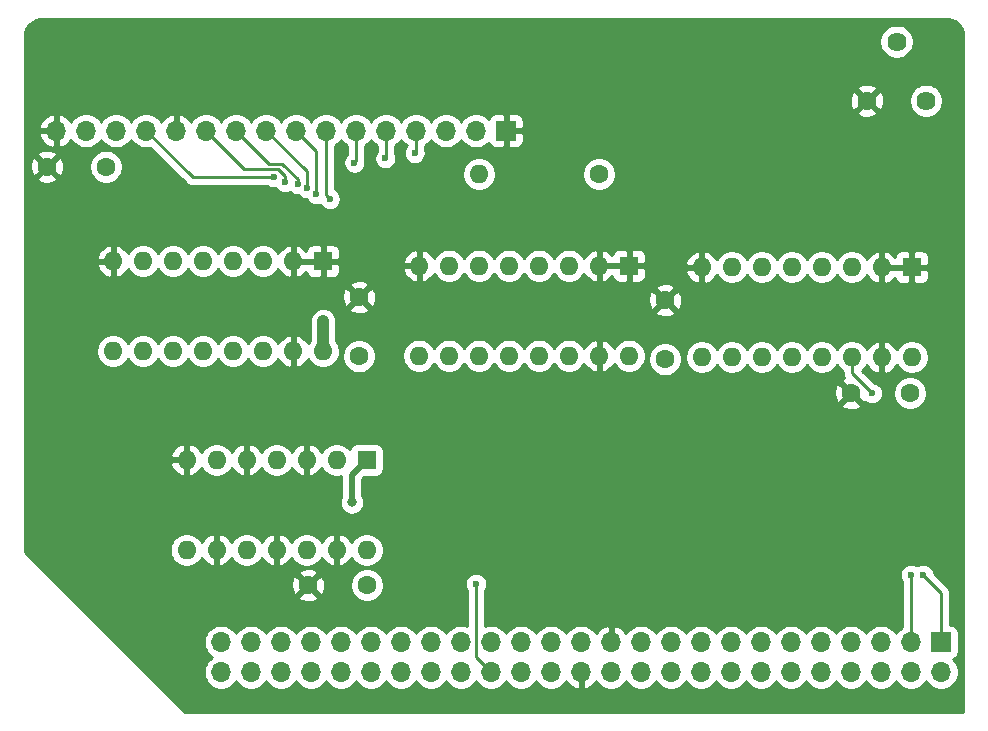
<source format=gbr>
%TF.GenerationSoftware,KiCad,Pcbnew,(5.1.10-1-10_14)*%
%TF.CreationDate,2021-10-31T18:51:05+01:00*%
%TF.ProjectId,lcd_board,6c63645f-626f-4617-9264-2e6b69636164,rev?*%
%TF.SameCoordinates,Original*%
%TF.FileFunction,Copper,L2,Bot*%
%TF.FilePolarity,Positive*%
%FSLAX46Y46*%
G04 Gerber Fmt 4.6, Leading zero omitted, Abs format (unit mm)*
G04 Created by KiCad (PCBNEW (5.1.10-1-10_14)) date 2021-10-31 18:51:05*
%MOMM*%
%LPD*%
G01*
G04 APERTURE LIST*
%TA.AperFunction,ComponentPad*%
%ADD10O,1.600000X1.600000*%
%TD*%
%TA.AperFunction,ComponentPad*%
%ADD11C,1.600000*%
%TD*%
%TA.AperFunction,ComponentPad*%
%ADD12C,1.620000*%
%TD*%
%TA.AperFunction,ComponentPad*%
%ADD13R,1.600000X1.600000*%
%TD*%
%TA.AperFunction,ComponentPad*%
%ADD14O,1.700000X1.700000*%
%TD*%
%TA.AperFunction,ComponentPad*%
%ADD15R,1.700000X1.700000*%
%TD*%
%TA.AperFunction,ViaPad*%
%ADD16C,0.800000*%
%TD*%
%TA.AperFunction,ViaPad*%
%ADD17C,0.600000*%
%TD*%
%TA.AperFunction,Conductor*%
%ADD18C,1.000000*%
%TD*%
%TA.AperFunction,Conductor*%
%ADD19C,0.250000*%
%TD*%
%TA.AperFunction,Conductor*%
%ADD20C,0.500000*%
%TD*%
%TA.AperFunction,Conductor*%
%ADD21C,0.254000*%
%TD*%
%TA.AperFunction,Conductor*%
%ADD22C,0.100000*%
%TD*%
G04 APERTURE END LIST*
D10*
%TO.P,R1,2*%
%TO.N,/A*%
X39116000Y46228000D03*
D11*
%TO.P,R1,1*%
%TO.N,+5V*%
X49276000Y46228000D03*
%TD*%
%TO.P,C5,2*%
%TO.N,+5V*%
X7540000Y46863000D03*
%TO.P,C5,1*%
%TO.N,GND*%
X2540000Y46863000D03*
%TD*%
%TO.P,C4,2*%
%TO.N,+5V*%
X54864000Y30560000D03*
%TO.P,C4,1*%
%TO.N,GND*%
X54864000Y35560000D03*
%TD*%
%TO.P,C3,2*%
%TO.N,+5V*%
X75612000Y27686000D03*
%TO.P,C3,1*%
%TO.N,GND*%
X70612000Y27686000D03*
%TD*%
%TO.P,C2,2*%
%TO.N,+5V*%
X28956000Y30814000D03*
%TO.P,C2,1*%
%TO.N,GND*%
X28956000Y35814000D03*
%TD*%
%TO.P,C1,2*%
%TO.N,+5V*%
X29638000Y11430000D03*
%TO.P,C1,1*%
%TO.N,GND*%
X24638000Y11430000D03*
%TD*%
D12*
%TO.P,RV1,1*%
%TO.N,+5V*%
X76962000Y52451000D03*
%TO.P,RV1,2*%
%TO.N,Net-(J2-Pad14)*%
X74462000Y57451000D03*
%TO.P,RV1,3*%
%TO.N,GND*%
X71962000Y52451000D03*
%TD*%
D10*
%TO.P,U4,16*%
%TO.N,+5V*%
X25908000Y31242000D03*
%TO.P,U4,8*%
%TO.N,GND*%
X8128000Y38862000D03*
%TO.P,U4,15*%
X23368000Y31242000D03*
%TO.P,U4,7*%
%TO.N,CLK_INV*%
X10668000Y38862000D03*
%TO.P,U4,14*%
%TO.N,D4*%
X20828000Y31242000D03*
%TO.P,U4,6*%
%TO.N,/D_7*%
X13208000Y38862000D03*
%TO.P,U4,13*%
%TO.N,D5*%
X18288000Y31242000D03*
%TO.P,U4,5*%
%TO.N,/D_6*%
X15748000Y38862000D03*
%TO.P,U4,12*%
%TO.N,D6*%
X15748000Y31242000D03*
%TO.P,U4,4*%
%TO.N,/D_5*%
X18288000Y38862000D03*
%TO.P,U4,11*%
%TO.N,D7*%
X13208000Y31242000D03*
%TO.P,U4,3*%
%TO.N,/D_4*%
X20828000Y38862000D03*
%TO.P,U4,10*%
%TO.N,~SLOT_SEL~*%
X10668000Y31242000D03*
%TO.P,U4,2*%
%TO.N,GND*%
X23368000Y38862000D03*
%TO.P,U4,9*%
%TO.N,~SLOT_SEL~*%
X8128000Y31242000D03*
D13*
%TO.P,U4,1*%
%TO.N,GND*%
X25908000Y38862000D03*
%TD*%
D10*
%TO.P,U3,16*%
%TO.N,+5V*%
X51816000Y30861000D03*
%TO.P,U3,8*%
%TO.N,GND*%
X34036000Y38481000D03*
%TO.P,U3,15*%
X49276000Y30861000D03*
%TO.P,U3,7*%
%TO.N,CLK_INV*%
X36576000Y38481000D03*
%TO.P,U3,14*%
%TO.N,D0*%
X46736000Y30861000D03*
%TO.P,U3,6*%
%TO.N,/D_3*%
X39116000Y38481000D03*
%TO.P,U3,13*%
%TO.N,D1*%
X44196000Y30861000D03*
%TO.P,U3,5*%
%TO.N,/D_2*%
X41656000Y38481000D03*
%TO.P,U3,12*%
%TO.N,D2*%
X41656000Y30861000D03*
%TO.P,U3,4*%
%TO.N,/D_1*%
X44196000Y38481000D03*
%TO.P,U3,11*%
%TO.N,D3*%
X39116000Y30861000D03*
%TO.P,U3,3*%
%TO.N,/D_0*%
X46736000Y38481000D03*
%TO.P,U3,10*%
%TO.N,~SLOT_SEL~*%
X36576000Y30861000D03*
%TO.P,U3,2*%
%TO.N,GND*%
X49276000Y38481000D03*
%TO.P,U3,9*%
%TO.N,~SLOT_SEL~*%
X34036000Y30861000D03*
D13*
%TO.P,U3,1*%
%TO.N,GND*%
X51816000Y38481000D03*
%TD*%
D10*
%TO.P,U2,16*%
%TO.N,+5V*%
X75755500Y30734000D03*
%TO.P,U2,8*%
%TO.N,GND*%
X57975500Y38354000D03*
%TO.P,U2,15*%
X73215500Y30734000D03*
%TO.P,U2,7*%
%TO.N,CLK_INV*%
X60515500Y38354000D03*
%TO.P,U2,14*%
%TO.N,A1*%
X70675500Y30734000D03*
%TO.P,U2,6*%
%TO.N,Net-(U2-Pad6)*%
X63055500Y38354000D03*
%TO.P,U2,13*%
%TO.N,A0*%
X68135500Y30734000D03*
%TO.P,U2,5*%
%TO.N,Net-(U2-Pad5)*%
X65595500Y38354000D03*
%TO.P,U2,12*%
%TO.N,Net-(U2-Pad12)*%
X65595500Y30734000D03*
%TO.P,U2,4*%
%TO.N,/E*%
X68135500Y38354000D03*
%TO.P,U2,11*%
%TO.N,Net-(U2-Pad11)*%
X63055500Y30734000D03*
%TO.P,U2,3*%
%TO.N,/RS*%
X70675500Y38354000D03*
%TO.P,U2,10*%
%TO.N,~SLOT_SEL~*%
X60515500Y30734000D03*
%TO.P,U2,2*%
%TO.N,GND*%
X73215500Y38354000D03*
%TO.P,U2,9*%
%TO.N,~SLOT_SEL~*%
X57975500Y30734000D03*
D13*
%TO.P,U2,1*%
%TO.N,GND*%
X75755500Y38354000D03*
%TD*%
D10*
%TO.P,U1,14*%
%TO.N,+5V*%
X29591000Y14414500D03*
%TO.P,U1,7*%
%TO.N,GND*%
X14351000Y22034500D03*
%TO.P,U1,13*%
X27051000Y14414500D03*
%TO.P,U1,6*%
%TO.N,Net-(U1-Pad6)*%
X16891000Y22034500D03*
%TO.P,U1,12*%
%TO.N,Net-(U1-Pad12)*%
X24511000Y14414500D03*
%TO.P,U1,5*%
%TO.N,GND*%
X19431000Y22034500D03*
%TO.P,U1,11*%
X21971000Y14414500D03*
%TO.P,U1,4*%
%TO.N,Net-(U1-Pad4)*%
X21971000Y22034500D03*
%TO.P,U1,10*%
%TO.N,Net-(U1-Pad10)*%
X19431000Y14414500D03*
%TO.P,U1,3*%
%TO.N,GND*%
X24511000Y22034500D03*
%TO.P,U1,9*%
X16891000Y14414500D03*
%TO.P,U1,2*%
%TO.N,CLK_INV*%
X27051000Y22034500D03*
%TO.P,U1,8*%
%TO.N,Net-(U1-Pad8)*%
X14351000Y14414500D03*
D13*
%TO.P,U1,1*%
%TO.N,CLK*%
X29591000Y22034500D03*
%TD*%
D14*
%TO.P,J2,16*%
%TO.N,GND*%
X3302000Y49911000D03*
%TO.P,J2,15*%
%TO.N,+5V*%
X5842000Y49911000D03*
%TO.P,J2,14*%
%TO.N,Net-(J2-Pad14)*%
X8382000Y49911000D03*
%TO.P,J2,13*%
%TO.N,/RS*%
X10922000Y49911000D03*
%TO.P,J2,12*%
%TO.N,GND*%
X13462000Y49911000D03*
%TO.P,J2,11*%
%TO.N,/E*%
X16002000Y49911000D03*
%TO.P,J2,10*%
%TO.N,/D_0*%
X18542000Y49911000D03*
%TO.P,J2,9*%
%TO.N,/D_1*%
X21082000Y49911000D03*
%TO.P,J2,8*%
%TO.N,/D_2*%
X23622000Y49911000D03*
%TO.P,J2,7*%
%TO.N,/D_3*%
X26162000Y49911000D03*
%TO.P,J2,6*%
%TO.N,/D_4*%
X28702000Y49911000D03*
%TO.P,J2,5*%
%TO.N,/D_5*%
X31242000Y49911000D03*
%TO.P,J2,4*%
%TO.N,/D_6*%
X33782000Y49911000D03*
%TO.P,J2,3*%
%TO.N,/D_7*%
X36322000Y49911000D03*
%TO.P,J2,2*%
%TO.N,/A*%
X38862000Y49911000D03*
D15*
%TO.P,J2,1*%
%TO.N,GND*%
X41402000Y49911000D03*
%TD*%
D14*
%TO.P,J1,50*%
%TO.N,~NMI~*%
X17272000Y4064000D03*
%TO.P,J1,49*%
%TO.N,~RESET~*%
X17272000Y6604000D03*
%TO.P,J1,48*%
%TO.N,~SLOT_IRQ~*%
X19812000Y4064000D03*
%TO.P,J1,47*%
%TO.N,SYNC*%
X19812000Y6604000D03*
%TO.P,J1,46*%
%TO.N,EX3*%
X22352000Y4064000D03*
%TO.P,J1,45*%
%TO.N,~IRQ~*%
X22352000Y6604000D03*
%TO.P,J1,44*%
%TO.N,EX2*%
X24892000Y4064000D03*
%TO.P,J1,43*%
%TO.N,R~W~*%
X24892000Y6604000D03*
%TO.P,J1,42*%
%TO.N,CLK_12M*%
X27432000Y4064000D03*
%TO.P,J1,41*%
%TO.N,CLK*%
X27432000Y6604000D03*
%TO.P,J1,40*%
%TO.N,LED4*%
X29972000Y4064000D03*
%TO.P,J1,39*%
%TO.N,BE*%
X29972000Y6604000D03*
%TO.P,J1,38*%
%TO.N,LED3*%
X32512000Y4064000D03*
%TO.P,J1,37*%
%TO.N,RDY*%
X32512000Y6604000D03*
%TO.P,J1,36*%
%TO.N,LED2*%
X35052000Y4064000D03*
%TO.P,J1,35*%
%TO.N,A15*%
X35052000Y6604000D03*
%TO.P,J1,34*%
%TO.N,LED1*%
X37592000Y4064000D03*
%TO.P,J1,33*%
%TO.N,A14*%
X37592000Y6604000D03*
%TO.P,J1,32*%
%TO.N,~SLOT_SEL~*%
X40132000Y4064000D03*
%TO.P,J1,31*%
%TO.N,A13*%
X40132000Y6604000D03*
%TO.P,J1,30*%
%TO.N,~INH~*%
X42672000Y4064000D03*
%TO.P,J1,29*%
%TO.N,A12*%
X42672000Y6604000D03*
%TO.P,J1,28*%
%TO.N,~SSEL~*%
X45212000Y4064000D03*
%TO.P,J1,27*%
%TO.N,A11*%
X45212000Y6604000D03*
%TO.P,J1,26*%
%TO.N,GND*%
X47752000Y4064000D03*
%TO.P,J1,25*%
%TO.N,+5V*%
X47752000Y6604000D03*
%TO.P,J1,24*%
X50292000Y4064000D03*
%TO.P,J1,23*%
%TO.N,GND*%
X50292000Y6604000D03*
%TO.P,J1,22*%
%TO.N,~SLOW~*%
X52832000Y4064000D03*
%TO.P,J1,21*%
%TO.N,A10*%
X52832000Y6604000D03*
%TO.P,J1,20*%
%TO.N,EX1*%
X55372000Y4064000D03*
%TO.P,J1,19*%
%TO.N,A9*%
X55372000Y6604000D03*
%TO.P,J1,18*%
%TO.N,EX0*%
X57912000Y4064000D03*
%TO.P,J1,17*%
%TO.N,A8*%
X57912000Y6604000D03*
%TO.P,J1,16*%
%TO.N,D7*%
X60452000Y4064000D03*
%TO.P,J1,15*%
%TO.N,A7*%
X60452000Y6604000D03*
%TO.P,J1,14*%
%TO.N,D6*%
X62992000Y4064000D03*
%TO.P,J1,13*%
%TO.N,A6*%
X62992000Y6604000D03*
%TO.P,J1,12*%
%TO.N,D5*%
X65532000Y4064000D03*
%TO.P,J1,11*%
%TO.N,A5*%
X65532000Y6604000D03*
%TO.P,J1,10*%
%TO.N,D4*%
X68072000Y4064000D03*
%TO.P,J1,9*%
%TO.N,A4*%
X68072000Y6604000D03*
%TO.P,J1,8*%
%TO.N,D3*%
X70612000Y4064000D03*
%TO.P,J1,7*%
%TO.N,A3*%
X70612000Y6604000D03*
%TO.P,J1,6*%
%TO.N,D2*%
X73152000Y4064000D03*
%TO.P,J1,5*%
%TO.N,A2*%
X73152000Y6604000D03*
%TO.P,J1,4*%
%TO.N,D1*%
X75692000Y4064000D03*
%TO.P,J1,3*%
%TO.N,A1*%
X75692000Y6604000D03*
%TO.P,J1,2*%
%TO.N,D0*%
X78232000Y4064000D03*
D15*
%TO.P,J1,1*%
%TO.N,A0*%
X78232000Y6604000D03*
%TD*%
D16*
%TO.N,+5V*%
X25908000Y33782000D03*
D17*
%TO.N,A1*%
X75692000Y12319000D03*
X72390000Y27686000D03*
%TO.N,A0*%
X76708000Y12319000D03*
D16*
%TO.N,CLK*%
X28339999Y18433999D03*
D17*
%TO.N,~SLOT_SEL~*%
X38862000Y11556998D03*
%TO.N,/E*%
X22666945Y45532047D03*
%TO.N,/RS*%
X21716996Y45974000D03*
%TO.N,/D_6*%
X33655000Y48006000D03*
%TO.N,/D_5*%
X31178500Y47561500D03*
%TO.N,/D_4*%
X28562925Y47198065D03*
%TO.N,/D_3*%
X26479500Y44132500D03*
%TO.N,/D_2*%
X25336500Y44513500D03*
%TO.N,/D_1*%
X24510965Y45021531D03*
%TO.N,/D_0*%
X23746762Y45404738D03*
%TD*%
D18*
%TO.N,+5V*%
X25908000Y31242000D02*
X25908000Y33782000D01*
D19*
%TO.N,A1*%
X75692000Y12319000D02*
X75692000Y6604000D01*
X70675500Y29400500D02*
X72390000Y27686000D01*
X70675500Y30734000D02*
X70675500Y29400500D01*
%TO.N,A0*%
X78232000Y6604000D02*
X78232000Y10795000D01*
X78232000Y10795000D02*
X76708000Y12319000D01*
D20*
%TO.N,CLK*%
X28339999Y20783499D02*
X29591000Y22034500D01*
X28339999Y18433999D02*
X28339999Y20783499D01*
D19*
%TO.N,~SLOT_SEL~*%
X38862000Y5334000D02*
X38862000Y11556998D01*
X40132000Y4064000D02*
X38862000Y5334000D01*
%TO.N,/E*%
X22666945Y46076059D02*
X22666945Y45532047D01*
X16002000Y49911000D02*
X19250498Y46662502D01*
X19250498Y46662502D02*
X22080502Y46662502D01*
X22080502Y46662502D02*
X22666945Y46076059D01*
%TO.N,/RS*%
X10922000Y49911000D02*
X14859000Y45974000D01*
X14859000Y45974000D02*
X21716996Y45974000D01*
%TO.N,/D_6*%
X33782000Y49911000D02*
X33782000Y48133000D01*
X33782000Y48133000D02*
X33655000Y48006000D01*
%TO.N,/D_5*%
X31242000Y49911000D02*
X31242000Y47625000D01*
X31242000Y47625000D02*
X31178500Y47561500D01*
%TO.N,/D_4*%
X28702000Y49911000D02*
X28702000Y47337140D01*
X28702000Y47337140D02*
X28562925Y47198065D01*
%TO.N,/D_3*%
X26162000Y44450000D02*
X26479500Y44132500D01*
X26162000Y49911000D02*
X26162000Y44450000D01*
%TO.N,/D_2*%
X25336500Y48196500D02*
X25336500Y44513500D01*
X23622000Y49911000D02*
X25336500Y48196500D01*
%TO.N,/D_1*%
X21082000Y49911000D02*
X24510965Y46482035D01*
X24510965Y46482035D02*
X24510965Y45021531D01*
%TO.N,/D_0*%
X23746762Y45829002D02*
X23746762Y45404738D01*
X22463251Y47112513D02*
X23746762Y45829002D01*
X18542000Y49911000D02*
X21340487Y47112513D01*
X21340487Y47112513D02*
X22463251Y47112513D01*
%TD*%
D21*
%TO.N,GND*%
X2125353Y59386000D02*
X78646647Y59386000D01*
X78740956Y59395289D01*
X78903542Y59379347D01*
X79183018Y59294969D01*
X79440780Y59157915D01*
X79667015Y58973401D01*
X79853103Y58748460D01*
X79991956Y58491658D01*
X80078282Y58212781D01*
X80096365Y58040731D01*
X80087000Y57945646D01*
X80087001Y685000D01*
X14218381Y685000D01*
X8153121Y6750260D01*
X15787000Y6750260D01*
X15787000Y6457740D01*
X15844068Y6170842D01*
X15956010Y5900589D01*
X16118525Y5657368D01*
X16325368Y5450525D01*
X16499760Y5334000D01*
X16325368Y5217475D01*
X16118525Y5010632D01*
X15956010Y4767411D01*
X15844068Y4497158D01*
X15787000Y4210260D01*
X15787000Y3917740D01*
X15844068Y3630842D01*
X15956010Y3360589D01*
X16118525Y3117368D01*
X16325368Y2910525D01*
X16568589Y2748010D01*
X16838842Y2636068D01*
X17125740Y2579000D01*
X17418260Y2579000D01*
X17705158Y2636068D01*
X17975411Y2748010D01*
X18218632Y2910525D01*
X18425475Y3117368D01*
X18542000Y3291760D01*
X18658525Y3117368D01*
X18865368Y2910525D01*
X19108589Y2748010D01*
X19378842Y2636068D01*
X19665740Y2579000D01*
X19958260Y2579000D01*
X20245158Y2636068D01*
X20515411Y2748010D01*
X20758632Y2910525D01*
X20965475Y3117368D01*
X21082000Y3291760D01*
X21198525Y3117368D01*
X21405368Y2910525D01*
X21648589Y2748010D01*
X21918842Y2636068D01*
X22205740Y2579000D01*
X22498260Y2579000D01*
X22785158Y2636068D01*
X23055411Y2748010D01*
X23298632Y2910525D01*
X23505475Y3117368D01*
X23622000Y3291760D01*
X23738525Y3117368D01*
X23945368Y2910525D01*
X24188589Y2748010D01*
X24458842Y2636068D01*
X24745740Y2579000D01*
X25038260Y2579000D01*
X25325158Y2636068D01*
X25595411Y2748010D01*
X25838632Y2910525D01*
X26045475Y3117368D01*
X26162000Y3291760D01*
X26278525Y3117368D01*
X26485368Y2910525D01*
X26728589Y2748010D01*
X26998842Y2636068D01*
X27285740Y2579000D01*
X27578260Y2579000D01*
X27865158Y2636068D01*
X28135411Y2748010D01*
X28378632Y2910525D01*
X28585475Y3117368D01*
X28702000Y3291760D01*
X28818525Y3117368D01*
X29025368Y2910525D01*
X29268589Y2748010D01*
X29538842Y2636068D01*
X29825740Y2579000D01*
X30118260Y2579000D01*
X30405158Y2636068D01*
X30675411Y2748010D01*
X30918632Y2910525D01*
X31125475Y3117368D01*
X31242000Y3291760D01*
X31358525Y3117368D01*
X31565368Y2910525D01*
X31808589Y2748010D01*
X32078842Y2636068D01*
X32365740Y2579000D01*
X32658260Y2579000D01*
X32945158Y2636068D01*
X33215411Y2748010D01*
X33458632Y2910525D01*
X33665475Y3117368D01*
X33782000Y3291760D01*
X33898525Y3117368D01*
X34105368Y2910525D01*
X34348589Y2748010D01*
X34618842Y2636068D01*
X34905740Y2579000D01*
X35198260Y2579000D01*
X35485158Y2636068D01*
X35755411Y2748010D01*
X35998632Y2910525D01*
X36205475Y3117368D01*
X36322000Y3291760D01*
X36438525Y3117368D01*
X36645368Y2910525D01*
X36888589Y2748010D01*
X37158842Y2636068D01*
X37445740Y2579000D01*
X37738260Y2579000D01*
X38025158Y2636068D01*
X38295411Y2748010D01*
X38538632Y2910525D01*
X38745475Y3117368D01*
X38862000Y3291760D01*
X38978525Y3117368D01*
X39185368Y2910525D01*
X39428589Y2748010D01*
X39698842Y2636068D01*
X39985740Y2579000D01*
X40278260Y2579000D01*
X40565158Y2636068D01*
X40835411Y2748010D01*
X41078632Y2910525D01*
X41285475Y3117368D01*
X41402000Y3291760D01*
X41518525Y3117368D01*
X41725368Y2910525D01*
X41968589Y2748010D01*
X42238842Y2636068D01*
X42525740Y2579000D01*
X42818260Y2579000D01*
X43105158Y2636068D01*
X43375411Y2748010D01*
X43618632Y2910525D01*
X43825475Y3117368D01*
X43942000Y3291760D01*
X44058525Y3117368D01*
X44265368Y2910525D01*
X44508589Y2748010D01*
X44778842Y2636068D01*
X45065740Y2579000D01*
X45358260Y2579000D01*
X45645158Y2636068D01*
X45915411Y2748010D01*
X46158632Y2910525D01*
X46365475Y3117368D01*
X46487195Y3299534D01*
X46556822Y3182645D01*
X46751731Y2966412D01*
X46985080Y2792359D01*
X47247901Y2667175D01*
X47395110Y2622524D01*
X47625000Y2743845D01*
X47625000Y3937000D01*
X47605000Y3937000D01*
X47605000Y4191000D01*
X47625000Y4191000D01*
X47625000Y4211000D01*
X47879000Y4211000D01*
X47879000Y4191000D01*
X47899000Y4191000D01*
X47899000Y3937000D01*
X47879000Y3937000D01*
X47879000Y2743845D01*
X48108890Y2622524D01*
X48256099Y2667175D01*
X48518920Y2792359D01*
X48752269Y2966412D01*
X48947178Y3182645D01*
X49016805Y3299534D01*
X49138525Y3117368D01*
X49345368Y2910525D01*
X49588589Y2748010D01*
X49858842Y2636068D01*
X50145740Y2579000D01*
X50438260Y2579000D01*
X50725158Y2636068D01*
X50995411Y2748010D01*
X51238632Y2910525D01*
X51445475Y3117368D01*
X51562000Y3291760D01*
X51678525Y3117368D01*
X51885368Y2910525D01*
X52128589Y2748010D01*
X52398842Y2636068D01*
X52685740Y2579000D01*
X52978260Y2579000D01*
X53265158Y2636068D01*
X53535411Y2748010D01*
X53778632Y2910525D01*
X53985475Y3117368D01*
X54102000Y3291760D01*
X54218525Y3117368D01*
X54425368Y2910525D01*
X54668589Y2748010D01*
X54938842Y2636068D01*
X55225740Y2579000D01*
X55518260Y2579000D01*
X55805158Y2636068D01*
X56075411Y2748010D01*
X56318632Y2910525D01*
X56525475Y3117368D01*
X56642000Y3291760D01*
X56758525Y3117368D01*
X56965368Y2910525D01*
X57208589Y2748010D01*
X57478842Y2636068D01*
X57765740Y2579000D01*
X58058260Y2579000D01*
X58345158Y2636068D01*
X58615411Y2748010D01*
X58858632Y2910525D01*
X59065475Y3117368D01*
X59182000Y3291760D01*
X59298525Y3117368D01*
X59505368Y2910525D01*
X59748589Y2748010D01*
X60018842Y2636068D01*
X60305740Y2579000D01*
X60598260Y2579000D01*
X60885158Y2636068D01*
X61155411Y2748010D01*
X61398632Y2910525D01*
X61605475Y3117368D01*
X61722000Y3291760D01*
X61838525Y3117368D01*
X62045368Y2910525D01*
X62288589Y2748010D01*
X62558842Y2636068D01*
X62845740Y2579000D01*
X63138260Y2579000D01*
X63425158Y2636068D01*
X63695411Y2748010D01*
X63938632Y2910525D01*
X64145475Y3117368D01*
X64262000Y3291760D01*
X64378525Y3117368D01*
X64585368Y2910525D01*
X64828589Y2748010D01*
X65098842Y2636068D01*
X65385740Y2579000D01*
X65678260Y2579000D01*
X65965158Y2636068D01*
X66235411Y2748010D01*
X66478632Y2910525D01*
X66685475Y3117368D01*
X66802000Y3291760D01*
X66918525Y3117368D01*
X67125368Y2910525D01*
X67368589Y2748010D01*
X67638842Y2636068D01*
X67925740Y2579000D01*
X68218260Y2579000D01*
X68505158Y2636068D01*
X68775411Y2748010D01*
X69018632Y2910525D01*
X69225475Y3117368D01*
X69342000Y3291760D01*
X69458525Y3117368D01*
X69665368Y2910525D01*
X69908589Y2748010D01*
X70178842Y2636068D01*
X70465740Y2579000D01*
X70758260Y2579000D01*
X71045158Y2636068D01*
X71315411Y2748010D01*
X71558632Y2910525D01*
X71765475Y3117368D01*
X71882000Y3291760D01*
X71998525Y3117368D01*
X72205368Y2910525D01*
X72448589Y2748010D01*
X72718842Y2636068D01*
X73005740Y2579000D01*
X73298260Y2579000D01*
X73585158Y2636068D01*
X73855411Y2748010D01*
X74098632Y2910525D01*
X74305475Y3117368D01*
X74422000Y3291760D01*
X74538525Y3117368D01*
X74745368Y2910525D01*
X74988589Y2748010D01*
X75258842Y2636068D01*
X75545740Y2579000D01*
X75838260Y2579000D01*
X76125158Y2636068D01*
X76395411Y2748010D01*
X76638632Y2910525D01*
X76845475Y3117368D01*
X76962000Y3291760D01*
X77078525Y3117368D01*
X77285368Y2910525D01*
X77528589Y2748010D01*
X77798842Y2636068D01*
X78085740Y2579000D01*
X78378260Y2579000D01*
X78665158Y2636068D01*
X78935411Y2748010D01*
X79178632Y2910525D01*
X79385475Y3117368D01*
X79547990Y3360589D01*
X79659932Y3630842D01*
X79717000Y3917740D01*
X79717000Y4210260D01*
X79659932Y4497158D01*
X79547990Y4767411D01*
X79385475Y5010632D01*
X79253620Y5142487D01*
X79326180Y5164498D01*
X79436494Y5223463D01*
X79533185Y5302815D01*
X79612537Y5399506D01*
X79671502Y5509820D01*
X79707812Y5629518D01*
X79720072Y5754000D01*
X79720072Y7454000D01*
X79707812Y7578482D01*
X79671502Y7698180D01*
X79612537Y7808494D01*
X79533185Y7905185D01*
X79436494Y7984537D01*
X79326180Y8043502D01*
X79206482Y8079812D01*
X79082000Y8092072D01*
X78992000Y8092072D01*
X78992000Y10757678D01*
X78995676Y10795001D01*
X78992000Y10832324D01*
X78992000Y10832333D01*
X78981003Y10943986D01*
X78937546Y11087247D01*
X78866974Y11219276D01*
X78813636Y11284269D01*
X78795799Y11306004D01*
X78795795Y11306008D01*
X78772001Y11335001D01*
X78743008Y11358795D01*
X77631153Y12470649D01*
X77607068Y12591729D01*
X77536586Y12761889D01*
X77434262Y12915028D01*
X77304028Y13045262D01*
X77150889Y13147586D01*
X76980729Y13218068D01*
X76800089Y13254000D01*
X76615911Y13254000D01*
X76435271Y13218068D01*
X76265111Y13147586D01*
X76200000Y13104080D01*
X76134889Y13147586D01*
X75964729Y13218068D01*
X75784089Y13254000D01*
X75599911Y13254000D01*
X75419271Y13218068D01*
X75249111Y13147586D01*
X75095972Y13045262D01*
X74965738Y12915028D01*
X74863414Y12761889D01*
X74792932Y12591729D01*
X74757000Y12411089D01*
X74757000Y12226911D01*
X74792932Y12046271D01*
X74863414Y11876111D01*
X74932000Y11773464D01*
X74932001Y7882179D01*
X74745368Y7757475D01*
X74538525Y7550632D01*
X74422000Y7376240D01*
X74305475Y7550632D01*
X74098632Y7757475D01*
X73855411Y7919990D01*
X73585158Y8031932D01*
X73298260Y8089000D01*
X73005740Y8089000D01*
X72718842Y8031932D01*
X72448589Y7919990D01*
X72205368Y7757475D01*
X71998525Y7550632D01*
X71882000Y7376240D01*
X71765475Y7550632D01*
X71558632Y7757475D01*
X71315411Y7919990D01*
X71045158Y8031932D01*
X70758260Y8089000D01*
X70465740Y8089000D01*
X70178842Y8031932D01*
X69908589Y7919990D01*
X69665368Y7757475D01*
X69458525Y7550632D01*
X69342000Y7376240D01*
X69225475Y7550632D01*
X69018632Y7757475D01*
X68775411Y7919990D01*
X68505158Y8031932D01*
X68218260Y8089000D01*
X67925740Y8089000D01*
X67638842Y8031932D01*
X67368589Y7919990D01*
X67125368Y7757475D01*
X66918525Y7550632D01*
X66802000Y7376240D01*
X66685475Y7550632D01*
X66478632Y7757475D01*
X66235411Y7919990D01*
X65965158Y8031932D01*
X65678260Y8089000D01*
X65385740Y8089000D01*
X65098842Y8031932D01*
X64828589Y7919990D01*
X64585368Y7757475D01*
X64378525Y7550632D01*
X64262000Y7376240D01*
X64145475Y7550632D01*
X63938632Y7757475D01*
X63695411Y7919990D01*
X63425158Y8031932D01*
X63138260Y8089000D01*
X62845740Y8089000D01*
X62558842Y8031932D01*
X62288589Y7919990D01*
X62045368Y7757475D01*
X61838525Y7550632D01*
X61722000Y7376240D01*
X61605475Y7550632D01*
X61398632Y7757475D01*
X61155411Y7919990D01*
X60885158Y8031932D01*
X60598260Y8089000D01*
X60305740Y8089000D01*
X60018842Y8031932D01*
X59748589Y7919990D01*
X59505368Y7757475D01*
X59298525Y7550632D01*
X59182000Y7376240D01*
X59065475Y7550632D01*
X58858632Y7757475D01*
X58615411Y7919990D01*
X58345158Y8031932D01*
X58058260Y8089000D01*
X57765740Y8089000D01*
X57478842Y8031932D01*
X57208589Y7919990D01*
X56965368Y7757475D01*
X56758525Y7550632D01*
X56642000Y7376240D01*
X56525475Y7550632D01*
X56318632Y7757475D01*
X56075411Y7919990D01*
X55805158Y8031932D01*
X55518260Y8089000D01*
X55225740Y8089000D01*
X54938842Y8031932D01*
X54668589Y7919990D01*
X54425368Y7757475D01*
X54218525Y7550632D01*
X54102000Y7376240D01*
X53985475Y7550632D01*
X53778632Y7757475D01*
X53535411Y7919990D01*
X53265158Y8031932D01*
X52978260Y8089000D01*
X52685740Y8089000D01*
X52398842Y8031932D01*
X52128589Y7919990D01*
X51885368Y7757475D01*
X51678525Y7550632D01*
X51556805Y7368466D01*
X51487178Y7485355D01*
X51292269Y7701588D01*
X51058920Y7875641D01*
X50796099Y8000825D01*
X50648890Y8045476D01*
X50419000Y7924155D01*
X50419000Y6731000D01*
X50439000Y6731000D01*
X50439000Y6477000D01*
X50419000Y6477000D01*
X50419000Y6457000D01*
X50165000Y6457000D01*
X50165000Y6477000D01*
X50145000Y6477000D01*
X50145000Y6731000D01*
X50165000Y6731000D01*
X50165000Y7924155D01*
X49935110Y8045476D01*
X49787901Y8000825D01*
X49525080Y7875641D01*
X49291731Y7701588D01*
X49096822Y7485355D01*
X49027195Y7368466D01*
X48905475Y7550632D01*
X48698632Y7757475D01*
X48455411Y7919990D01*
X48185158Y8031932D01*
X47898260Y8089000D01*
X47605740Y8089000D01*
X47318842Y8031932D01*
X47048589Y7919990D01*
X46805368Y7757475D01*
X46598525Y7550632D01*
X46482000Y7376240D01*
X46365475Y7550632D01*
X46158632Y7757475D01*
X45915411Y7919990D01*
X45645158Y8031932D01*
X45358260Y8089000D01*
X45065740Y8089000D01*
X44778842Y8031932D01*
X44508589Y7919990D01*
X44265368Y7757475D01*
X44058525Y7550632D01*
X43942000Y7376240D01*
X43825475Y7550632D01*
X43618632Y7757475D01*
X43375411Y7919990D01*
X43105158Y8031932D01*
X42818260Y8089000D01*
X42525740Y8089000D01*
X42238842Y8031932D01*
X41968589Y7919990D01*
X41725368Y7757475D01*
X41518525Y7550632D01*
X41402000Y7376240D01*
X41285475Y7550632D01*
X41078632Y7757475D01*
X40835411Y7919990D01*
X40565158Y8031932D01*
X40278260Y8089000D01*
X39985740Y8089000D01*
X39698842Y8031932D01*
X39622000Y8000103D01*
X39622000Y11011463D01*
X39690586Y11114109D01*
X39761068Y11284269D01*
X39797000Y11464909D01*
X39797000Y11649087D01*
X39761068Y11829727D01*
X39690586Y11999887D01*
X39588262Y12153026D01*
X39458028Y12283260D01*
X39304889Y12385584D01*
X39134729Y12456066D01*
X38954089Y12491998D01*
X38769911Y12491998D01*
X38589271Y12456066D01*
X38419111Y12385584D01*
X38265972Y12283260D01*
X38135738Y12153026D01*
X38033414Y11999887D01*
X37962932Y11829727D01*
X37927000Y11649087D01*
X37927000Y11464909D01*
X37962932Y11284269D01*
X38033414Y11114109D01*
X38102001Y11011461D01*
X38102000Y8000103D01*
X38025158Y8031932D01*
X37738260Y8089000D01*
X37445740Y8089000D01*
X37158842Y8031932D01*
X36888589Y7919990D01*
X36645368Y7757475D01*
X36438525Y7550632D01*
X36322000Y7376240D01*
X36205475Y7550632D01*
X35998632Y7757475D01*
X35755411Y7919990D01*
X35485158Y8031932D01*
X35198260Y8089000D01*
X34905740Y8089000D01*
X34618842Y8031932D01*
X34348589Y7919990D01*
X34105368Y7757475D01*
X33898525Y7550632D01*
X33782000Y7376240D01*
X33665475Y7550632D01*
X33458632Y7757475D01*
X33215411Y7919990D01*
X32945158Y8031932D01*
X32658260Y8089000D01*
X32365740Y8089000D01*
X32078842Y8031932D01*
X31808589Y7919990D01*
X31565368Y7757475D01*
X31358525Y7550632D01*
X31242000Y7376240D01*
X31125475Y7550632D01*
X30918632Y7757475D01*
X30675411Y7919990D01*
X30405158Y8031932D01*
X30118260Y8089000D01*
X29825740Y8089000D01*
X29538842Y8031932D01*
X29268589Y7919990D01*
X29025368Y7757475D01*
X28818525Y7550632D01*
X28702000Y7376240D01*
X28585475Y7550632D01*
X28378632Y7757475D01*
X28135411Y7919990D01*
X27865158Y8031932D01*
X27578260Y8089000D01*
X27285740Y8089000D01*
X26998842Y8031932D01*
X26728589Y7919990D01*
X26485368Y7757475D01*
X26278525Y7550632D01*
X26162000Y7376240D01*
X26045475Y7550632D01*
X25838632Y7757475D01*
X25595411Y7919990D01*
X25325158Y8031932D01*
X25038260Y8089000D01*
X24745740Y8089000D01*
X24458842Y8031932D01*
X24188589Y7919990D01*
X23945368Y7757475D01*
X23738525Y7550632D01*
X23622000Y7376240D01*
X23505475Y7550632D01*
X23298632Y7757475D01*
X23055411Y7919990D01*
X22785158Y8031932D01*
X22498260Y8089000D01*
X22205740Y8089000D01*
X21918842Y8031932D01*
X21648589Y7919990D01*
X21405368Y7757475D01*
X21198525Y7550632D01*
X21082000Y7376240D01*
X20965475Y7550632D01*
X20758632Y7757475D01*
X20515411Y7919990D01*
X20245158Y8031932D01*
X19958260Y8089000D01*
X19665740Y8089000D01*
X19378842Y8031932D01*
X19108589Y7919990D01*
X18865368Y7757475D01*
X18658525Y7550632D01*
X18542000Y7376240D01*
X18425475Y7550632D01*
X18218632Y7757475D01*
X17975411Y7919990D01*
X17705158Y8031932D01*
X17418260Y8089000D01*
X17125740Y8089000D01*
X16838842Y8031932D01*
X16568589Y7919990D01*
X16325368Y7757475D01*
X16118525Y7550632D01*
X15956010Y7307411D01*
X15844068Y7037158D01*
X15787000Y6750260D01*
X8153121Y6750260D01*
X4466083Y10437298D01*
X23824903Y10437298D01*
X23896486Y10193329D01*
X24151996Y10072429D01*
X24426184Y10003700D01*
X24708512Y9989783D01*
X24988130Y10031213D01*
X25254292Y10126397D01*
X25379514Y10193329D01*
X25451097Y10437298D01*
X24638000Y11250395D01*
X23824903Y10437298D01*
X4466083Y10437298D01*
X3543893Y11359488D01*
X23197783Y11359488D01*
X23239213Y11079870D01*
X23334397Y10813708D01*
X23401329Y10688486D01*
X23645298Y10616903D01*
X24458395Y11430000D01*
X24817605Y11430000D01*
X25630702Y10616903D01*
X25874671Y10688486D01*
X25995571Y10943996D01*
X26064300Y11218184D01*
X26078217Y11500512D01*
X26067724Y11571335D01*
X28203000Y11571335D01*
X28203000Y11288665D01*
X28258147Y11011426D01*
X28366320Y10750273D01*
X28523363Y10515241D01*
X28723241Y10315363D01*
X28958273Y10158320D01*
X29219426Y10050147D01*
X29496665Y9995000D01*
X29779335Y9995000D01*
X30056574Y10050147D01*
X30317727Y10158320D01*
X30552759Y10315363D01*
X30752637Y10515241D01*
X30909680Y10750273D01*
X31017853Y11011426D01*
X31073000Y11288665D01*
X31073000Y11571335D01*
X31017853Y11848574D01*
X30909680Y12109727D01*
X30752637Y12344759D01*
X30552759Y12544637D01*
X30317727Y12701680D01*
X30056574Y12809853D01*
X29779335Y12865000D01*
X29496665Y12865000D01*
X29219426Y12809853D01*
X28958273Y12701680D01*
X28723241Y12544637D01*
X28523363Y12344759D01*
X28366320Y12109727D01*
X28258147Y11848574D01*
X28203000Y11571335D01*
X26067724Y11571335D01*
X26036787Y11780130D01*
X25941603Y12046292D01*
X25874671Y12171514D01*
X25630702Y12243097D01*
X24817605Y11430000D01*
X24458395Y11430000D01*
X23645298Y12243097D01*
X23401329Y12171514D01*
X23280429Y11916004D01*
X23211700Y11641816D01*
X23197783Y11359488D01*
X3543893Y11359488D01*
X2480679Y12422702D01*
X23824903Y12422702D01*
X24638000Y11609605D01*
X25451097Y12422702D01*
X25379514Y12666671D01*
X25124004Y12787571D01*
X24849816Y12856300D01*
X24567488Y12870217D01*
X24287870Y12828787D01*
X24021708Y12733603D01*
X23896486Y12666671D01*
X23824903Y12422702D01*
X2480679Y12422702D01*
X685000Y14218380D01*
X685000Y14555835D01*
X12916000Y14555835D01*
X12916000Y14273165D01*
X12971147Y13995926D01*
X13079320Y13734773D01*
X13236363Y13499741D01*
X13436241Y13299863D01*
X13671273Y13142820D01*
X13932426Y13034647D01*
X14209665Y12979500D01*
X14492335Y12979500D01*
X14769574Y13034647D01*
X15030727Y13142820D01*
X15265759Y13299863D01*
X15465637Y13499741D01*
X15622680Y13734773D01*
X15627067Y13745365D01*
X15738615Y13559369D01*
X15927586Y13350981D01*
X16153580Y13183463D01*
X16407913Y13063254D01*
X16541961Y13022596D01*
X16764000Y13144585D01*
X16764000Y14287500D01*
X16744000Y14287500D01*
X16744000Y14541500D01*
X16764000Y14541500D01*
X16764000Y15684415D01*
X17018000Y15684415D01*
X17018000Y14541500D01*
X17038000Y14541500D01*
X17038000Y14287500D01*
X17018000Y14287500D01*
X17018000Y13144585D01*
X17240039Y13022596D01*
X17374087Y13063254D01*
X17628420Y13183463D01*
X17854414Y13350981D01*
X18043385Y13559369D01*
X18154933Y13745365D01*
X18159320Y13734773D01*
X18316363Y13499741D01*
X18516241Y13299863D01*
X18751273Y13142820D01*
X19012426Y13034647D01*
X19289665Y12979500D01*
X19572335Y12979500D01*
X19849574Y13034647D01*
X20110727Y13142820D01*
X20345759Y13299863D01*
X20545637Y13499741D01*
X20702680Y13734773D01*
X20707067Y13745365D01*
X20818615Y13559369D01*
X21007586Y13350981D01*
X21233580Y13183463D01*
X21487913Y13063254D01*
X21621961Y13022596D01*
X21844000Y13144585D01*
X21844000Y14287500D01*
X21824000Y14287500D01*
X21824000Y14541500D01*
X21844000Y14541500D01*
X21844000Y15684415D01*
X22098000Y15684415D01*
X22098000Y14541500D01*
X22118000Y14541500D01*
X22118000Y14287500D01*
X22098000Y14287500D01*
X22098000Y13144585D01*
X22320039Y13022596D01*
X22454087Y13063254D01*
X22708420Y13183463D01*
X22934414Y13350981D01*
X23123385Y13559369D01*
X23234933Y13745365D01*
X23239320Y13734773D01*
X23396363Y13499741D01*
X23596241Y13299863D01*
X23831273Y13142820D01*
X24092426Y13034647D01*
X24369665Y12979500D01*
X24652335Y12979500D01*
X24929574Y13034647D01*
X25190727Y13142820D01*
X25425759Y13299863D01*
X25625637Y13499741D01*
X25782680Y13734773D01*
X25787067Y13745365D01*
X25898615Y13559369D01*
X26087586Y13350981D01*
X26313580Y13183463D01*
X26567913Y13063254D01*
X26701961Y13022596D01*
X26924000Y13144585D01*
X26924000Y14287500D01*
X26904000Y14287500D01*
X26904000Y14541500D01*
X26924000Y14541500D01*
X26924000Y15684415D01*
X27178000Y15684415D01*
X27178000Y14541500D01*
X27198000Y14541500D01*
X27198000Y14287500D01*
X27178000Y14287500D01*
X27178000Y13144585D01*
X27400039Y13022596D01*
X27534087Y13063254D01*
X27788420Y13183463D01*
X28014414Y13350981D01*
X28203385Y13559369D01*
X28314933Y13745365D01*
X28319320Y13734773D01*
X28476363Y13499741D01*
X28676241Y13299863D01*
X28911273Y13142820D01*
X29172426Y13034647D01*
X29449665Y12979500D01*
X29732335Y12979500D01*
X30009574Y13034647D01*
X30270727Y13142820D01*
X30505759Y13299863D01*
X30705637Y13499741D01*
X30862680Y13734773D01*
X30970853Y13995926D01*
X31026000Y14273165D01*
X31026000Y14555835D01*
X30970853Y14833074D01*
X30862680Y15094227D01*
X30705637Y15329259D01*
X30505759Y15529137D01*
X30270727Y15686180D01*
X30009574Y15794353D01*
X29732335Y15849500D01*
X29449665Y15849500D01*
X29172426Y15794353D01*
X28911273Y15686180D01*
X28676241Y15529137D01*
X28476363Y15329259D01*
X28319320Y15094227D01*
X28314933Y15083635D01*
X28203385Y15269631D01*
X28014414Y15478019D01*
X27788420Y15645537D01*
X27534087Y15765746D01*
X27400039Y15806404D01*
X27178000Y15684415D01*
X26924000Y15684415D01*
X26701961Y15806404D01*
X26567913Y15765746D01*
X26313580Y15645537D01*
X26087586Y15478019D01*
X25898615Y15269631D01*
X25787067Y15083635D01*
X25782680Y15094227D01*
X25625637Y15329259D01*
X25425759Y15529137D01*
X25190727Y15686180D01*
X24929574Y15794353D01*
X24652335Y15849500D01*
X24369665Y15849500D01*
X24092426Y15794353D01*
X23831273Y15686180D01*
X23596241Y15529137D01*
X23396363Y15329259D01*
X23239320Y15094227D01*
X23234933Y15083635D01*
X23123385Y15269631D01*
X22934414Y15478019D01*
X22708420Y15645537D01*
X22454087Y15765746D01*
X22320039Y15806404D01*
X22098000Y15684415D01*
X21844000Y15684415D01*
X21621961Y15806404D01*
X21487913Y15765746D01*
X21233580Y15645537D01*
X21007586Y15478019D01*
X20818615Y15269631D01*
X20707067Y15083635D01*
X20702680Y15094227D01*
X20545637Y15329259D01*
X20345759Y15529137D01*
X20110727Y15686180D01*
X19849574Y15794353D01*
X19572335Y15849500D01*
X19289665Y15849500D01*
X19012426Y15794353D01*
X18751273Y15686180D01*
X18516241Y15529137D01*
X18316363Y15329259D01*
X18159320Y15094227D01*
X18154933Y15083635D01*
X18043385Y15269631D01*
X17854414Y15478019D01*
X17628420Y15645537D01*
X17374087Y15765746D01*
X17240039Y15806404D01*
X17018000Y15684415D01*
X16764000Y15684415D01*
X16541961Y15806404D01*
X16407913Y15765746D01*
X16153580Y15645537D01*
X15927586Y15478019D01*
X15738615Y15269631D01*
X15627067Y15083635D01*
X15622680Y15094227D01*
X15465637Y15329259D01*
X15265759Y15529137D01*
X15030727Y15686180D01*
X14769574Y15794353D01*
X14492335Y15849500D01*
X14209665Y15849500D01*
X13932426Y15794353D01*
X13671273Y15686180D01*
X13436241Y15529137D01*
X13236363Y15329259D01*
X13079320Y15094227D01*
X12971147Y14833074D01*
X12916000Y14555835D01*
X685000Y14555835D01*
X685000Y21685460D01*
X12959091Y21685460D01*
X13053930Y21420619D01*
X13198615Y21179369D01*
X13387586Y20970981D01*
X13613580Y20803463D01*
X13867913Y20683254D01*
X14001961Y20642596D01*
X14224000Y20764585D01*
X14224000Y21907500D01*
X13080376Y21907500D01*
X12959091Y21685460D01*
X685000Y21685460D01*
X685000Y22383540D01*
X12959091Y22383540D01*
X13080376Y22161500D01*
X14224000Y22161500D01*
X14224000Y23304415D01*
X14478000Y23304415D01*
X14478000Y22161500D01*
X14498000Y22161500D01*
X14498000Y21907500D01*
X14478000Y21907500D01*
X14478000Y20764585D01*
X14700039Y20642596D01*
X14834087Y20683254D01*
X15088420Y20803463D01*
X15314414Y20970981D01*
X15503385Y21179369D01*
X15614933Y21365365D01*
X15619320Y21354773D01*
X15776363Y21119741D01*
X15976241Y20919863D01*
X16211273Y20762820D01*
X16472426Y20654647D01*
X16749665Y20599500D01*
X17032335Y20599500D01*
X17309574Y20654647D01*
X17570727Y20762820D01*
X17805759Y20919863D01*
X18005637Y21119741D01*
X18162680Y21354773D01*
X18167067Y21365365D01*
X18278615Y21179369D01*
X18467586Y20970981D01*
X18693580Y20803463D01*
X18947913Y20683254D01*
X19081961Y20642596D01*
X19304000Y20764585D01*
X19304000Y21907500D01*
X19284000Y21907500D01*
X19284000Y22161500D01*
X19304000Y22161500D01*
X19304000Y23304415D01*
X19558000Y23304415D01*
X19558000Y22161500D01*
X19578000Y22161500D01*
X19578000Y21907500D01*
X19558000Y21907500D01*
X19558000Y20764585D01*
X19780039Y20642596D01*
X19914087Y20683254D01*
X20168420Y20803463D01*
X20394414Y20970981D01*
X20583385Y21179369D01*
X20694933Y21365365D01*
X20699320Y21354773D01*
X20856363Y21119741D01*
X21056241Y20919863D01*
X21291273Y20762820D01*
X21552426Y20654647D01*
X21829665Y20599500D01*
X22112335Y20599500D01*
X22389574Y20654647D01*
X22650727Y20762820D01*
X22885759Y20919863D01*
X23085637Y21119741D01*
X23242680Y21354773D01*
X23247067Y21365365D01*
X23358615Y21179369D01*
X23547586Y20970981D01*
X23773580Y20803463D01*
X24027913Y20683254D01*
X24161961Y20642596D01*
X24384000Y20764585D01*
X24384000Y21907500D01*
X24364000Y21907500D01*
X24364000Y22161500D01*
X24384000Y22161500D01*
X24384000Y23304415D01*
X24638000Y23304415D01*
X24638000Y22161500D01*
X24658000Y22161500D01*
X24658000Y21907500D01*
X24638000Y21907500D01*
X24638000Y20764585D01*
X24860039Y20642596D01*
X24994087Y20683254D01*
X25248420Y20803463D01*
X25474414Y20970981D01*
X25663385Y21179369D01*
X25774933Y21365365D01*
X25779320Y21354773D01*
X25936363Y21119741D01*
X26136241Y20919863D01*
X26371273Y20762820D01*
X26632426Y20654647D01*
X26909665Y20599500D01*
X27192335Y20599500D01*
X27455000Y20651748D01*
X27454999Y18972454D01*
X27422794Y18924255D01*
X27344773Y18735897D01*
X27304999Y18535938D01*
X27304999Y18332060D01*
X27344773Y18132101D01*
X27422794Y17943743D01*
X27536062Y17774225D01*
X27680225Y17630062D01*
X27849743Y17516794D01*
X28038101Y17438773D01*
X28238060Y17398999D01*
X28441938Y17398999D01*
X28641897Y17438773D01*
X28830255Y17516794D01*
X28999773Y17630062D01*
X29143936Y17774225D01*
X29257204Y17943743D01*
X29335225Y18132101D01*
X29374999Y18332060D01*
X29374999Y18535938D01*
X29335225Y18735897D01*
X29257204Y18924255D01*
X29224999Y18972453D01*
X29224999Y20416921D01*
X29404506Y20596428D01*
X30391000Y20596428D01*
X30515482Y20608688D01*
X30635180Y20644998D01*
X30745494Y20703963D01*
X30842185Y20783315D01*
X30921537Y20880006D01*
X30980502Y20990320D01*
X31016812Y21110018D01*
X31029072Y21234500D01*
X31029072Y22834500D01*
X31016812Y22958982D01*
X30980502Y23078680D01*
X30921537Y23188994D01*
X30842185Y23285685D01*
X30745494Y23365037D01*
X30635180Y23424002D01*
X30515482Y23460312D01*
X30391000Y23472572D01*
X28791000Y23472572D01*
X28666518Y23460312D01*
X28546820Y23424002D01*
X28436506Y23365037D01*
X28339815Y23285685D01*
X28260463Y23188994D01*
X28201498Y23078680D01*
X28165188Y22958982D01*
X28164357Y22950539D01*
X27965759Y23149137D01*
X27730727Y23306180D01*
X27469574Y23414353D01*
X27192335Y23469500D01*
X26909665Y23469500D01*
X26632426Y23414353D01*
X26371273Y23306180D01*
X26136241Y23149137D01*
X25936363Y22949259D01*
X25779320Y22714227D01*
X25774933Y22703635D01*
X25663385Y22889631D01*
X25474414Y23098019D01*
X25248420Y23265537D01*
X24994087Y23385746D01*
X24860039Y23426404D01*
X24638000Y23304415D01*
X24384000Y23304415D01*
X24161961Y23426404D01*
X24027913Y23385746D01*
X23773580Y23265537D01*
X23547586Y23098019D01*
X23358615Y22889631D01*
X23247067Y22703635D01*
X23242680Y22714227D01*
X23085637Y22949259D01*
X22885759Y23149137D01*
X22650727Y23306180D01*
X22389574Y23414353D01*
X22112335Y23469500D01*
X21829665Y23469500D01*
X21552426Y23414353D01*
X21291273Y23306180D01*
X21056241Y23149137D01*
X20856363Y22949259D01*
X20699320Y22714227D01*
X20694933Y22703635D01*
X20583385Y22889631D01*
X20394414Y23098019D01*
X20168420Y23265537D01*
X19914087Y23385746D01*
X19780039Y23426404D01*
X19558000Y23304415D01*
X19304000Y23304415D01*
X19081961Y23426404D01*
X18947913Y23385746D01*
X18693580Y23265537D01*
X18467586Y23098019D01*
X18278615Y22889631D01*
X18167067Y22703635D01*
X18162680Y22714227D01*
X18005637Y22949259D01*
X17805759Y23149137D01*
X17570727Y23306180D01*
X17309574Y23414353D01*
X17032335Y23469500D01*
X16749665Y23469500D01*
X16472426Y23414353D01*
X16211273Y23306180D01*
X15976241Y23149137D01*
X15776363Y22949259D01*
X15619320Y22714227D01*
X15614933Y22703635D01*
X15503385Y22889631D01*
X15314414Y23098019D01*
X15088420Y23265537D01*
X14834087Y23385746D01*
X14700039Y23426404D01*
X14478000Y23304415D01*
X14224000Y23304415D01*
X14001961Y23426404D01*
X13867913Y23385746D01*
X13613580Y23265537D01*
X13387586Y23098019D01*
X13198615Y22889631D01*
X13053930Y22648381D01*
X12959091Y22383540D01*
X685000Y22383540D01*
X685000Y26693298D01*
X69798903Y26693298D01*
X69870486Y26449329D01*
X70125996Y26328429D01*
X70400184Y26259700D01*
X70682512Y26245783D01*
X70962130Y26287213D01*
X71228292Y26382397D01*
X71353514Y26449329D01*
X71425097Y26693298D01*
X70612000Y27506395D01*
X69798903Y26693298D01*
X685000Y26693298D01*
X685000Y27615488D01*
X69171783Y27615488D01*
X69213213Y27335870D01*
X69308397Y27069708D01*
X69375329Y26944486D01*
X69619298Y26872903D01*
X70432395Y27686000D01*
X69619298Y28499097D01*
X69375329Y28427514D01*
X69254429Y28172004D01*
X69185700Y27897816D01*
X69171783Y27615488D01*
X685000Y27615488D01*
X685000Y31383335D01*
X6693000Y31383335D01*
X6693000Y31100665D01*
X6748147Y30823426D01*
X6856320Y30562273D01*
X7013363Y30327241D01*
X7213241Y30127363D01*
X7448273Y29970320D01*
X7709426Y29862147D01*
X7986665Y29807000D01*
X8269335Y29807000D01*
X8546574Y29862147D01*
X8807727Y29970320D01*
X9042759Y30127363D01*
X9242637Y30327241D01*
X9398000Y30559759D01*
X9553363Y30327241D01*
X9753241Y30127363D01*
X9988273Y29970320D01*
X10249426Y29862147D01*
X10526665Y29807000D01*
X10809335Y29807000D01*
X11086574Y29862147D01*
X11347727Y29970320D01*
X11582759Y30127363D01*
X11782637Y30327241D01*
X11938000Y30559759D01*
X12093363Y30327241D01*
X12293241Y30127363D01*
X12528273Y29970320D01*
X12789426Y29862147D01*
X13066665Y29807000D01*
X13349335Y29807000D01*
X13626574Y29862147D01*
X13887727Y29970320D01*
X14122759Y30127363D01*
X14322637Y30327241D01*
X14478000Y30559759D01*
X14633363Y30327241D01*
X14833241Y30127363D01*
X15068273Y29970320D01*
X15329426Y29862147D01*
X15606665Y29807000D01*
X15889335Y29807000D01*
X16166574Y29862147D01*
X16427727Y29970320D01*
X16662759Y30127363D01*
X16862637Y30327241D01*
X17018000Y30559759D01*
X17173363Y30327241D01*
X17373241Y30127363D01*
X17608273Y29970320D01*
X17869426Y29862147D01*
X18146665Y29807000D01*
X18429335Y29807000D01*
X18706574Y29862147D01*
X18967727Y29970320D01*
X19202759Y30127363D01*
X19402637Y30327241D01*
X19558000Y30559759D01*
X19713363Y30327241D01*
X19913241Y30127363D01*
X20148273Y29970320D01*
X20409426Y29862147D01*
X20686665Y29807000D01*
X20969335Y29807000D01*
X21246574Y29862147D01*
X21507727Y29970320D01*
X21742759Y30127363D01*
X21942637Y30327241D01*
X22099680Y30562273D01*
X22104067Y30572865D01*
X22215615Y30386869D01*
X22404586Y30178481D01*
X22630580Y30010963D01*
X22884913Y29890754D01*
X23018961Y29850096D01*
X23241000Y29972085D01*
X23241000Y31115000D01*
X23221000Y31115000D01*
X23221000Y31369000D01*
X23241000Y31369000D01*
X23241000Y32511915D01*
X23495000Y32511915D01*
X23495000Y31369000D01*
X23515000Y31369000D01*
X23515000Y31115000D01*
X23495000Y31115000D01*
X23495000Y29972085D01*
X23717039Y29850096D01*
X23851087Y29890754D01*
X24105420Y30010963D01*
X24331414Y30178481D01*
X24520385Y30386869D01*
X24631933Y30572865D01*
X24636320Y30562273D01*
X24793363Y30327241D01*
X24993241Y30127363D01*
X25228273Y29970320D01*
X25489426Y29862147D01*
X25766665Y29807000D01*
X26049335Y29807000D01*
X26326574Y29862147D01*
X26587727Y29970320D01*
X26822759Y30127363D01*
X27022637Y30327241D01*
X27179680Y30562273D01*
X27287853Y30823426D01*
X27314091Y30955335D01*
X27521000Y30955335D01*
X27521000Y30672665D01*
X27576147Y30395426D01*
X27684320Y30134273D01*
X27841363Y29899241D01*
X28041241Y29699363D01*
X28276273Y29542320D01*
X28537426Y29434147D01*
X28814665Y29379000D01*
X29097335Y29379000D01*
X29374574Y29434147D01*
X29635727Y29542320D01*
X29870759Y29699363D01*
X30070637Y29899241D01*
X30227680Y30134273D01*
X30335853Y30395426D01*
X30391000Y30672665D01*
X30391000Y30955335D01*
X30381651Y31002335D01*
X32601000Y31002335D01*
X32601000Y30719665D01*
X32656147Y30442426D01*
X32764320Y30181273D01*
X32921363Y29946241D01*
X33121241Y29746363D01*
X33356273Y29589320D01*
X33617426Y29481147D01*
X33894665Y29426000D01*
X34177335Y29426000D01*
X34454574Y29481147D01*
X34715727Y29589320D01*
X34950759Y29746363D01*
X35150637Y29946241D01*
X35306000Y30178759D01*
X35461363Y29946241D01*
X35661241Y29746363D01*
X35896273Y29589320D01*
X36157426Y29481147D01*
X36434665Y29426000D01*
X36717335Y29426000D01*
X36994574Y29481147D01*
X37255727Y29589320D01*
X37490759Y29746363D01*
X37690637Y29946241D01*
X37846000Y30178759D01*
X38001363Y29946241D01*
X38201241Y29746363D01*
X38436273Y29589320D01*
X38697426Y29481147D01*
X38974665Y29426000D01*
X39257335Y29426000D01*
X39534574Y29481147D01*
X39795727Y29589320D01*
X40030759Y29746363D01*
X40230637Y29946241D01*
X40386000Y30178759D01*
X40541363Y29946241D01*
X40741241Y29746363D01*
X40976273Y29589320D01*
X41237426Y29481147D01*
X41514665Y29426000D01*
X41797335Y29426000D01*
X42074574Y29481147D01*
X42335727Y29589320D01*
X42570759Y29746363D01*
X42770637Y29946241D01*
X42926000Y30178759D01*
X43081363Y29946241D01*
X43281241Y29746363D01*
X43516273Y29589320D01*
X43777426Y29481147D01*
X44054665Y29426000D01*
X44337335Y29426000D01*
X44614574Y29481147D01*
X44875727Y29589320D01*
X45110759Y29746363D01*
X45310637Y29946241D01*
X45466000Y30178759D01*
X45621363Y29946241D01*
X45821241Y29746363D01*
X46056273Y29589320D01*
X46317426Y29481147D01*
X46594665Y29426000D01*
X46877335Y29426000D01*
X47154574Y29481147D01*
X47415727Y29589320D01*
X47650759Y29746363D01*
X47850637Y29946241D01*
X48007680Y30181273D01*
X48012067Y30191865D01*
X48123615Y30005869D01*
X48312586Y29797481D01*
X48538580Y29629963D01*
X48792913Y29509754D01*
X48926961Y29469096D01*
X49149000Y29591085D01*
X49149000Y30734000D01*
X49129000Y30734000D01*
X49129000Y30988000D01*
X49149000Y30988000D01*
X49149000Y32130915D01*
X49403000Y32130915D01*
X49403000Y30988000D01*
X49423000Y30988000D01*
X49423000Y30734000D01*
X49403000Y30734000D01*
X49403000Y29591085D01*
X49625039Y29469096D01*
X49759087Y29509754D01*
X50013420Y29629963D01*
X50239414Y29797481D01*
X50428385Y30005869D01*
X50539933Y30191865D01*
X50544320Y30181273D01*
X50701363Y29946241D01*
X50901241Y29746363D01*
X51136273Y29589320D01*
X51397426Y29481147D01*
X51674665Y29426000D01*
X51957335Y29426000D01*
X52234574Y29481147D01*
X52495727Y29589320D01*
X52730759Y29746363D01*
X52930637Y29946241D01*
X53087680Y30181273D01*
X53195853Y30442426D01*
X53247353Y30701335D01*
X53429000Y30701335D01*
X53429000Y30418665D01*
X53484147Y30141426D01*
X53592320Y29880273D01*
X53749363Y29645241D01*
X53949241Y29445363D01*
X54184273Y29288320D01*
X54445426Y29180147D01*
X54722665Y29125000D01*
X55005335Y29125000D01*
X55282574Y29180147D01*
X55543727Y29288320D01*
X55778759Y29445363D01*
X55978637Y29645241D01*
X56135680Y29880273D01*
X56243853Y30141426D01*
X56299000Y30418665D01*
X56299000Y30701335D01*
X56264389Y30875335D01*
X56540500Y30875335D01*
X56540500Y30592665D01*
X56595647Y30315426D01*
X56703820Y30054273D01*
X56860863Y29819241D01*
X57060741Y29619363D01*
X57295773Y29462320D01*
X57556926Y29354147D01*
X57834165Y29299000D01*
X58116835Y29299000D01*
X58394074Y29354147D01*
X58655227Y29462320D01*
X58890259Y29619363D01*
X59090137Y29819241D01*
X59245500Y30051759D01*
X59400863Y29819241D01*
X59600741Y29619363D01*
X59835773Y29462320D01*
X60096926Y29354147D01*
X60374165Y29299000D01*
X60656835Y29299000D01*
X60934074Y29354147D01*
X61195227Y29462320D01*
X61430259Y29619363D01*
X61630137Y29819241D01*
X61785500Y30051759D01*
X61940863Y29819241D01*
X62140741Y29619363D01*
X62375773Y29462320D01*
X62636926Y29354147D01*
X62914165Y29299000D01*
X63196835Y29299000D01*
X63474074Y29354147D01*
X63735227Y29462320D01*
X63970259Y29619363D01*
X64170137Y29819241D01*
X64325500Y30051759D01*
X64480863Y29819241D01*
X64680741Y29619363D01*
X64915773Y29462320D01*
X65176926Y29354147D01*
X65454165Y29299000D01*
X65736835Y29299000D01*
X66014074Y29354147D01*
X66275227Y29462320D01*
X66510259Y29619363D01*
X66710137Y29819241D01*
X66865500Y30051759D01*
X67020863Y29819241D01*
X67220741Y29619363D01*
X67455773Y29462320D01*
X67716926Y29354147D01*
X67994165Y29299000D01*
X68276835Y29299000D01*
X68554074Y29354147D01*
X68815227Y29462320D01*
X69050259Y29619363D01*
X69250137Y29819241D01*
X69405500Y30051759D01*
X69560863Y29819241D01*
X69760741Y29619363D01*
X69915501Y29515956D01*
X69915501Y29437832D01*
X69911824Y29400500D01*
X69926498Y29251515D01*
X69969954Y29108254D01*
X70027330Y29000912D01*
X69995708Y28989603D01*
X69870486Y28922671D01*
X69798903Y28678702D01*
X70612000Y27865605D01*
X70626143Y27879748D01*
X70805748Y27700143D01*
X70791605Y27686000D01*
X71604702Y26872903D01*
X71826524Y26937988D01*
X71947111Y26857414D01*
X72117271Y26786932D01*
X72297911Y26751000D01*
X72482089Y26751000D01*
X72662729Y26786932D01*
X72832889Y26857414D01*
X72986028Y26959738D01*
X73116262Y27089972D01*
X73218586Y27243111D01*
X73289068Y27413271D01*
X73325000Y27593911D01*
X73325000Y27778089D01*
X73315205Y27827335D01*
X74177000Y27827335D01*
X74177000Y27544665D01*
X74232147Y27267426D01*
X74340320Y27006273D01*
X74497363Y26771241D01*
X74697241Y26571363D01*
X74932273Y26414320D01*
X75193426Y26306147D01*
X75470665Y26251000D01*
X75753335Y26251000D01*
X76030574Y26306147D01*
X76291727Y26414320D01*
X76526759Y26571363D01*
X76726637Y26771241D01*
X76883680Y27006273D01*
X76991853Y27267426D01*
X77047000Y27544665D01*
X77047000Y27827335D01*
X76991853Y28104574D01*
X76883680Y28365727D01*
X76726637Y28600759D01*
X76526759Y28800637D01*
X76291727Y28957680D01*
X76030574Y29065853D01*
X75753335Y29121000D01*
X75470665Y29121000D01*
X75193426Y29065853D01*
X74932273Y28957680D01*
X74697241Y28800637D01*
X74497363Y28600759D01*
X74340320Y28365727D01*
X74232147Y28104574D01*
X74177000Y27827335D01*
X73315205Y27827335D01*
X73289068Y27958729D01*
X73218586Y28128889D01*
X73116262Y28282028D01*
X72986028Y28412262D01*
X72832889Y28514586D01*
X72662729Y28585068D01*
X72541649Y28609153D01*
X71554998Y29595803D01*
X71590259Y29619363D01*
X71790137Y29819241D01*
X71947180Y30054273D01*
X71951567Y30064865D01*
X72063115Y29878869D01*
X72252086Y29670481D01*
X72478080Y29502963D01*
X72732413Y29382754D01*
X72866461Y29342096D01*
X73088500Y29464085D01*
X73088500Y30607000D01*
X73068500Y30607000D01*
X73068500Y30861000D01*
X73088500Y30861000D01*
X73088500Y32003915D01*
X73342500Y32003915D01*
X73342500Y30861000D01*
X73362500Y30861000D01*
X73362500Y30607000D01*
X73342500Y30607000D01*
X73342500Y29464085D01*
X73564539Y29342096D01*
X73698587Y29382754D01*
X73952920Y29502963D01*
X74178914Y29670481D01*
X74367885Y29878869D01*
X74479433Y30064865D01*
X74483820Y30054273D01*
X74640863Y29819241D01*
X74840741Y29619363D01*
X75075773Y29462320D01*
X75336926Y29354147D01*
X75614165Y29299000D01*
X75896835Y29299000D01*
X76174074Y29354147D01*
X76435227Y29462320D01*
X76670259Y29619363D01*
X76870137Y29819241D01*
X77027180Y30054273D01*
X77135353Y30315426D01*
X77190500Y30592665D01*
X77190500Y30875335D01*
X77135353Y31152574D01*
X77027180Y31413727D01*
X76870137Y31648759D01*
X76670259Y31848637D01*
X76435227Y32005680D01*
X76174074Y32113853D01*
X75896835Y32169000D01*
X75614165Y32169000D01*
X75336926Y32113853D01*
X75075773Y32005680D01*
X74840741Y31848637D01*
X74640863Y31648759D01*
X74483820Y31413727D01*
X74479433Y31403135D01*
X74367885Y31589131D01*
X74178914Y31797519D01*
X73952920Y31965037D01*
X73698587Y32085246D01*
X73564539Y32125904D01*
X73342500Y32003915D01*
X73088500Y32003915D01*
X72866461Y32125904D01*
X72732413Y32085246D01*
X72478080Y31965037D01*
X72252086Y31797519D01*
X72063115Y31589131D01*
X71951567Y31403135D01*
X71947180Y31413727D01*
X71790137Y31648759D01*
X71590259Y31848637D01*
X71355227Y32005680D01*
X71094074Y32113853D01*
X70816835Y32169000D01*
X70534165Y32169000D01*
X70256926Y32113853D01*
X69995773Y32005680D01*
X69760741Y31848637D01*
X69560863Y31648759D01*
X69405500Y31416241D01*
X69250137Y31648759D01*
X69050259Y31848637D01*
X68815227Y32005680D01*
X68554074Y32113853D01*
X68276835Y32169000D01*
X67994165Y32169000D01*
X67716926Y32113853D01*
X67455773Y32005680D01*
X67220741Y31848637D01*
X67020863Y31648759D01*
X66865500Y31416241D01*
X66710137Y31648759D01*
X66510259Y31848637D01*
X66275227Y32005680D01*
X66014074Y32113853D01*
X65736835Y32169000D01*
X65454165Y32169000D01*
X65176926Y32113853D01*
X64915773Y32005680D01*
X64680741Y31848637D01*
X64480863Y31648759D01*
X64325500Y31416241D01*
X64170137Y31648759D01*
X63970259Y31848637D01*
X63735227Y32005680D01*
X63474074Y32113853D01*
X63196835Y32169000D01*
X62914165Y32169000D01*
X62636926Y32113853D01*
X62375773Y32005680D01*
X62140741Y31848637D01*
X61940863Y31648759D01*
X61785500Y31416241D01*
X61630137Y31648759D01*
X61430259Y31848637D01*
X61195227Y32005680D01*
X60934074Y32113853D01*
X60656835Y32169000D01*
X60374165Y32169000D01*
X60096926Y32113853D01*
X59835773Y32005680D01*
X59600741Y31848637D01*
X59400863Y31648759D01*
X59245500Y31416241D01*
X59090137Y31648759D01*
X58890259Y31848637D01*
X58655227Y32005680D01*
X58394074Y32113853D01*
X58116835Y32169000D01*
X57834165Y32169000D01*
X57556926Y32113853D01*
X57295773Y32005680D01*
X57060741Y31848637D01*
X56860863Y31648759D01*
X56703820Y31413727D01*
X56595647Y31152574D01*
X56540500Y30875335D01*
X56264389Y30875335D01*
X56243853Y30978574D01*
X56135680Y31239727D01*
X55978637Y31474759D01*
X55778759Y31674637D01*
X55543727Y31831680D01*
X55282574Y31939853D01*
X55005335Y31995000D01*
X54722665Y31995000D01*
X54445426Y31939853D01*
X54184273Y31831680D01*
X53949241Y31674637D01*
X53749363Y31474759D01*
X53592320Y31239727D01*
X53484147Y30978574D01*
X53429000Y30701335D01*
X53247353Y30701335D01*
X53251000Y30719665D01*
X53251000Y31002335D01*
X53195853Y31279574D01*
X53087680Y31540727D01*
X52930637Y31775759D01*
X52730759Y31975637D01*
X52495727Y32132680D01*
X52234574Y32240853D01*
X51957335Y32296000D01*
X51674665Y32296000D01*
X51397426Y32240853D01*
X51136273Y32132680D01*
X50901241Y31975637D01*
X50701363Y31775759D01*
X50544320Y31540727D01*
X50539933Y31530135D01*
X50428385Y31716131D01*
X50239414Y31924519D01*
X50013420Y32092037D01*
X49759087Y32212246D01*
X49625039Y32252904D01*
X49403000Y32130915D01*
X49149000Y32130915D01*
X48926961Y32252904D01*
X48792913Y32212246D01*
X48538580Y32092037D01*
X48312586Y31924519D01*
X48123615Y31716131D01*
X48012067Y31530135D01*
X48007680Y31540727D01*
X47850637Y31775759D01*
X47650759Y31975637D01*
X47415727Y32132680D01*
X47154574Y32240853D01*
X46877335Y32296000D01*
X46594665Y32296000D01*
X46317426Y32240853D01*
X46056273Y32132680D01*
X45821241Y31975637D01*
X45621363Y31775759D01*
X45466000Y31543241D01*
X45310637Y31775759D01*
X45110759Y31975637D01*
X44875727Y32132680D01*
X44614574Y32240853D01*
X44337335Y32296000D01*
X44054665Y32296000D01*
X43777426Y32240853D01*
X43516273Y32132680D01*
X43281241Y31975637D01*
X43081363Y31775759D01*
X42926000Y31543241D01*
X42770637Y31775759D01*
X42570759Y31975637D01*
X42335727Y32132680D01*
X42074574Y32240853D01*
X41797335Y32296000D01*
X41514665Y32296000D01*
X41237426Y32240853D01*
X40976273Y32132680D01*
X40741241Y31975637D01*
X40541363Y31775759D01*
X40386000Y31543241D01*
X40230637Y31775759D01*
X40030759Y31975637D01*
X39795727Y32132680D01*
X39534574Y32240853D01*
X39257335Y32296000D01*
X38974665Y32296000D01*
X38697426Y32240853D01*
X38436273Y32132680D01*
X38201241Y31975637D01*
X38001363Y31775759D01*
X37846000Y31543241D01*
X37690637Y31775759D01*
X37490759Y31975637D01*
X37255727Y32132680D01*
X36994574Y32240853D01*
X36717335Y32296000D01*
X36434665Y32296000D01*
X36157426Y32240853D01*
X35896273Y32132680D01*
X35661241Y31975637D01*
X35461363Y31775759D01*
X35306000Y31543241D01*
X35150637Y31775759D01*
X34950759Y31975637D01*
X34715727Y32132680D01*
X34454574Y32240853D01*
X34177335Y32296000D01*
X33894665Y32296000D01*
X33617426Y32240853D01*
X33356273Y32132680D01*
X33121241Y31975637D01*
X32921363Y31775759D01*
X32764320Y31540727D01*
X32656147Y31279574D01*
X32601000Y31002335D01*
X30381651Y31002335D01*
X30335853Y31232574D01*
X30227680Y31493727D01*
X30070637Y31728759D01*
X29870759Y31928637D01*
X29635727Y32085680D01*
X29374574Y32193853D01*
X29097335Y32249000D01*
X28814665Y32249000D01*
X28537426Y32193853D01*
X28276273Y32085680D01*
X28041241Y31928637D01*
X27841363Y31728759D01*
X27684320Y31493727D01*
X27576147Y31232574D01*
X27521000Y30955335D01*
X27314091Y30955335D01*
X27343000Y31100665D01*
X27343000Y31383335D01*
X27287853Y31660574D01*
X27179680Y31921727D01*
X27043000Y32126284D01*
X27043000Y33837752D01*
X27026577Y34004499D01*
X26961676Y34218447D01*
X26856284Y34415623D01*
X26714449Y34588449D01*
X26541623Y34730284D01*
X26371347Y34821298D01*
X28142903Y34821298D01*
X28214486Y34577329D01*
X28469996Y34456429D01*
X28744184Y34387700D01*
X29026512Y34373783D01*
X29306130Y34415213D01*
X29572292Y34510397D01*
X29678747Y34567298D01*
X54050903Y34567298D01*
X54122486Y34323329D01*
X54377996Y34202429D01*
X54652184Y34133700D01*
X54934512Y34119783D01*
X55214130Y34161213D01*
X55480292Y34256397D01*
X55605514Y34323329D01*
X55677097Y34567298D01*
X54864000Y35380395D01*
X54050903Y34567298D01*
X29678747Y34567298D01*
X29697514Y34577329D01*
X29769097Y34821298D01*
X28956000Y35634395D01*
X28142903Y34821298D01*
X26371347Y34821298D01*
X26344447Y34835676D01*
X26130499Y34900577D01*
X25908000Y34922491D01*
X25685502Y34900577D01*
X25471554Y34835676D01*
X25274378Y34730284D01*
X25101552Y34588449D01*
X24959717Y34415623D01*
X24854325Y34218447D01*
X24789424Y34004499D01*
X24773001Y33837752D01*
X24773000Y32126284D01*
X24636320Y31921727D01*
X24631933Y31911135D01*
X24520385Y32097131D01*
X24331414Y32305519D01*
X24105420Y32473037D01*
X23851087Y32593246D01*
X23717039Y32633904D01*
X23495000Y32511915D01*
X23241000Y32511915D01*
X23018961Y32633904D01*
X22884913Y32593246D01*
X22630580Y32473037D01*
X22404586Y32305519D01*
X22215615Y32097131D01*
X22104067Y31911135D01*
X22099680Y31921727D01*
X21942637Y32156759D01*
X21742759Y32356637D01*
X21507727Y32513680D01*
X21246574Y32621853D01*
X20969335Y32677000D01*
X20686665Y32677000D01*
X20409426Y32621853D01*
X20148273Y32513680D01*
X19913241Y32356637D01*
X19713363Y32156759D01*
X19558000Y31924241D01*
X19402637Y32156759D01*
X19202759Y32356637D01*
X18967727Y32513680D01*
X18706574Y32621853D01*
X18429335Y32677000D01*
X18146665Y32677000D01*
X17869426Y32621853D01*
X17608273Y32513680D01*
X17373241Y32356637D01*
X17173363Y32156759D01*
X17018000Y31924241D01*
X16862637Y32156759D01*
X16662759Y32356637D01*
X16427727Y32513680D01*
X16166574Y32621853D01*
X15889335Y32677000D01*
X15606665Y32677000D01*
X15329426Y32621853D01*
X15068273Y32513680D01*
X14833241Y32356637D01*
X14633363Y32156759D01*
X14478000Y31924241D01*
X14322637Y32156759D01*
X14122759Y32356637D01*
X13887727Y32513680D01*
X13626574Y32621853D01*
X13349335Y32677000D01*
X13066665Y32677000D01*
X12789426Y32621853D01*
X12528273Y32513680D01*
X12293241Y32356637D01*
X12093363Y32156759D01*
X11938000Y31924241D01*
X11782637Y32156759D01*
X11582759Y32356637D01*
X11347727Y32513680D01*
X11086574Y32621853D01*
X10809335Y32677000D01*
X10526665Y32677000D01*
X10249426Y32621853D01*
X9988273Y32513680D01*
X9753241Y32356637D01*
X9553363Y32156759D01*
X9398000Y31924241D01*
X9242637Y32156759D01*
X9042759Y32356637D01*
X8807727Y32513680D01*
X8546574Y32621853D01*
X8269335Y32677000D01*
X7986665Y32677000D01*
X7709426Y32621853D01*
X7448273Y32513680D01*
X7213241Y32356637D01*
X7013363Y32156759D01*
X6856320Y31921727D01*
X6748147Y31660574D01*
X6693000Y31383335D01*
X685000Y31383335D01*
X685000Y35743488D01*
X27515783Y35743488D01*
X27557213Y35463870D01*
X27652397Y35197708D01*
X27719329Y35072486D01*
X27963298Y35000903D01*
X28776395Y35814000D01*
X29135605Y35814000D01*
X29948702Y35000903D01*
X30192671Y35072486D01*
X30313571Y35327996D01*
X30354051Y35489488D01*
X53423783Y35489488D01*
X53465213Y35209870D01*
X53560397Y34943708D01*
X53627329Y34818486D01*
X53871298Y34746903D01*
X54684395Y35560000D01*
X55043605Y35560000D01*
X55856702Y34746903D01*
X56100671Y34818486D01*
X56221571Y35073996D01*
X56290300Y35348184D01*
X56304217Y35630512D01*
X56262787Y35910130D01*
X56167603Y36176292D01*
X56100671Y36301514D01*
X55856702Y36373097D01*
X55043605Y35560000D01*
X54684395Y35560000D01*
X53871298Y36373097D01*
X53627329Y36301514D01*
X53506429Y36046004D01*
X53437700Y35771816D01*
X53423783Y35489488D01*
X30354051Y35489488D01*
X30382300Y35602184D01*
X30396217Y35884512D01*
X30354787Y36164130D01*
X30259603Y36430292D01*
X30194175Y36552702D01*
X54050903Y36552702D01*
X54864000Y35739605D01*
X55677097Y36552702D01*
X55605514Y36796671D01*
X55350004Y36917571D01*
X55075816Y36986300D01*
X54793488Y37000217D01*
X54513870Y36958787D01*
X54247708Y36863603D01*
X54122486Y36796671D01*
X54050903Y36552702D01*
X30194175Y36552702D01*
X30192671Y36555514D01*
X29948702Y36627097D01*
X29135605Y35814000D01*
X28776395Y35814000D01*
X27963298Y36627097D01*
X27719329Y36555514D01*
X27598429Y36300004D01*
X27529700Y36025816D01*
X27515783Y35743488D01*
X685000Y35743488D01*
X685000Y36806702D01*
X28142903Y36806702D01*
X28956000Y35993605D01*
X29769097Y36806702D01*
X29697514Y37050671D01*
X29442004Y37171571D01*
X29167816Y37240300D01*
X28885488Y37254217D01*
X28605870Y37212787D01*
X28339708Y37117603D01*
X28214486Y37050671D01*
X28142903Y36806702D01*
X685000Y36806702D01*
X685000Y38512960D01*
X6736091Y38512960D01*
X6830930Y38248119D01*
X6975615Y38006869D01*
X7164586Y37798481D01*
X7390580Y37630963D01*
X7644913Y37510754D01*
X7778961Y37470096D01*
X8001000Y37592085D01*
X8001000Y38735000D01*
X6857376Y38735000D01*
X6736091Y38512960D01*
X685000Y38512960D01*
X685000Y39211040D01*
X6736091Y39211040D01*
X6857376Y38989000D01*
X8001000Y38989000D01*
X8001000Y40131915D01*
X8255000Y40131915D01*
X8255000Y38989000D01*
X8275000Y38989000D01*
X8275000Y38735000D01*
X8255000Y38735000D01*
X8255000Y37592085D01*
X8477039Y37470096D01*
X8611087Y37510754D01*
X8865420Y37630963D01*
X9091414Y37798481D01*
X9280385Y38006869D01*
X9391933Y38192865D01*
X9396320Y38182273D01*
X9553363Y37947241D01*
X9753241Y37747363D01*
X9988273Y37590320D01*
X10249426Y37482147D01*
X10526665Y37427000D01*
X10809335Y37427000D01*
X11086574Y37482147D01*
X11347727Y37590320D01*
X11582759Y37747363D01*
X11782637Y37947241D01*
X11938000Y38179759D01*
X12093363Y37947241D01*
X12293241Y37747363D01*
X12528273Y37590320D01*
X12789426Y37482147D01*
X13066665Y37427000D01*
X13349335Y37427000D01*
X13626574Y37482147D01*
X13887727Y37590320D01*
X14122759Y37747363D01*
X14322637Y37947241D01*
X14478000Y38179759D01*
X14633363Y37947241D01*
X14833241Y37747363D01*
X15068273Y37590320D01*
X15329426Y37482147D01*
X15606665Y37427000D01*
X15889335Y37427000D01*
X16166574Y37482147D01*
X16427727Y37590320D01*
X16662759Y37747363D01*
X16862637Y37947241D01*
X17018000Y38179759D01*
X17173363Y37947241D01*
X17373241Y37747363D01*
X17608273Y37590320D01*
X17869426Y37482147D01*
X18146665Y37427000D01*
X18429335Y37427000D01*
X18706574Y37482147D01*
X18967727Y37590320D01*
X19202759Y37747363D01*
X19402637Y37947241D01*
X19558000Y38179759D01*
X19713363Y37947241D01*
X19913241Y37747363D01*
X20148273Y37590320D01*
X20409426Y37482147D01*
X20686665Y37427000D01*
X20969335Y37427000D01*
X21246574Y37482147D01*
X21507727Y37590320D01*
X21742759Y37747363D01*
X21942637Y37947241D01*
X22099680Y38182273D01*
X22104067Y38192865D01*
X22215615Y38006869D01*
X22404586Y37798481D01*
X22630580Y37630963D01*
X22884913Y37510754D01*
X23018961Y37470096D01*
X23241000Y37592085D01*
X23241000Y38735000D01*
X23495000Y38735000D01*
X23495000Y37592085D01*
X23717039Y37470096D01*
X23851087Y37510754D01*
X24105420Y37630963D01*
X24331414Y37798481D01*
X24479769Y37962080D01*
X24482188Y37937518D01*
X24518498Y37817820D01*
X24577463Y37707506D01*
X24656815Y37610815D01*
X24753506Y37531463D01*
X24863820Y37472498D01*
X24983518Y37436188D01*
X25108000Y37423928D01*
X25622250Y37427000D01*
X25781000Y37585750D01*
X25781000Y38735000D01*
X26035000Y38735000D01*
X26035000Y37585750D01*
X26193750Y37427000D01*
X26708000Y37423928D01*
X26832482Y37436188D01*
X26952180Y37472498D01*
X27062494Y37531463D01*
X27159185Y37610815D01*
X27238537Y37707506D01*
X27297502Y37817820D01*
X27333812Y37937518D01*
X27346072Y38062000D01*
X27345655Y38131960D01*
X32644091Y38131960D01*
X32738930Y37867119D01*
X32883615Y37625869D01*
X33072586Y37417481D01*
X33298580Y37249963D01*
X33552913Y37129754D01*
X33686961Y37089096D01*
X33909000Y37211085D01*
X33909000Y38354000D01*
X32765376Y38354000D01*
X32644091Y38131960D01*
X27345655Y38131960D01*
X27343000Y38576250D01*
X27184250Y38735000D01*
X26035000Y38735000D01*
X25781000Y38735000D01*
X23495000Y38735000D01*
X23241000Y38735000D01*
X23221000Y38735000D01*
X23221000Y38830040D01*
X32644091Y38830040D01*
X32765376Y38608000D01*
X33909000Y38608000D01*
X33909000Y39750915D01*
X34163000Y39750915D01*
X34163000Y38608000D01*
X34183000Y38608000D01*
X34183000Y38354000D01*
X34163000Y38354000D01*
X34163000Y37211085D01*
X34385039Y37089096D01*
X34519087Y37129754D01*
X34773420Y37249963D01*
X34999414Y37417481D01*
X35188385Y37625869D01*
X35299933Y37811865D01*
X35304320Y37801273D01*
X35461363Y37566241D01*
X35661241Y37366363D01*
X35896273Y37209320D01*
X36157426Y37101147D01*
X36434665Y37046000D01*
X36717335Y37046000D01*
X36994574Y37101147D01*
X37255727Y37209320D01*
X37490759Y37366363D01*
X37690637Y37566241D01*
X37846000Y37798759D01*
X38001363Y37566241D01*
X38201241Y37366363D01*
X38436273Y37209320D01*
X38697426Y37101147D01*
X38974665Y37046000D01*
X39257335Y37046000D01*
X39534574Y37101147D01*
X39795727Y37209320D01*
X40030759Y37366363D01*
X40230637Y37566241D01*
X40386000Y37798759D01*
X40541363Y37566241D01*
X40741241Y37366363D01*
X40976273Y37209320D01*
X41237426Y37101147D01*
X41514665Y37046000D01*
X41797335Y37046000D01*
X42074574Y37101147D01*
X42335727Y37209320D01*
X42570759Y37366363D01*
X42770637Y37566241D01*
X42926000Y37798759D01*
X43081363Y37566241D01*
X43281241Y37366363D01*
X43516273Y37209320D01*
X43777426Y37101147D01*
X44054665Y37046000D01*
X44337335Y37046000D01*
X44614574Y37101147D01*
X44875727Y37209320D01*
X45110759Y37366363D01*
X45310637Y37566241D01*
X45466000Y37798759D01*
X45621363Y37566241D01*
X45821241Y37366363D01*
X46056273Y37209320D01*
X46317426Y37101147D01*
X46594665Y37046000D01*
X46877335Y37046000D01*
X47154574Y37101147D01*
X47415727Y37209320D01*
X47650759Y37366363D01*
X47850637Y37566241D01*
X48007680Y37801273D01*
X48012067Y37811865D01*
X48123615Y37625869D01*
X48312586Y37417481D01*
X48538580Y37249963D01*
X48792913Y37129754D01*
X48926961Y37089096D01*
X49149000Y37211085D01*
X49149000Y38354000D01*
X49403000Y38354000D01*
X49403000Y37211085D01*
X49625039Y37089096D01*
X49759087Y37129754D01*
X50013420Y37249963D01*
X50239414Y37417481D01*
X50387769Y37581080D01*
X50390188Y37556518D01*
X50426498Y37436820D01*
X50485463Y37326506D01*
X50564815Y37229815D01*
X50661506Y37150463D01*
X50771820Y37091498D01*
X50891518Y37055188D01*
X51016000Y37042928D01*
X51530250Y37046000D01*
X51689000Y37204750D01*
X51689000Y38354000D01*
X51943000Y38354000D01*
X51943000Y37204750D01*
X52101750Y37046000D01*
X52616000Y37042928D01*
X52740482Y37055188D01*
X52860180Y37091498D01*
X52970494Y37150463D01*
X53067185Y37229815D01*
X53146537Y37326506D01*
X53205502Y37436820D01*
X53241812Y37556518D01*
X53254072Y37681000D01*
X53252137Y38004960D01*
X56583591Y38004960D01*
X56678430Y37740119D01*
X56823115Y37498869D01*
X57012086Y37290481D01*
X57238080Y37122963D01*
X57492413Y37002754D01*
X57626461Y36962096D01*
X57848500Y37084085D01*
X57848500Y38227000D01*
X56704876Y38227000D01*
X56583591Y38004960D01*
X53252137Y38004960D01*
X53251000Y38195250D01*
X53092250Y38354000D01*
X51943000Y38354000D01*
X51689000Y38354000D01*
X49403000Y38354000D01*
X49149000Y38354000D01*
X49129000Y38354000D01*
X49129000Y38608000D01*
X49149000Y38608000D01*
X49149000Y39750915D01*
X49403000Y39750915D01*
X49403000Y38608000D01*
X51689000Y38608000D01*
X51689000Y39757250D01*
X51943000Y39757250D01*
X51943000Y38608000D01*
X53092250Y38608000D01*
X53187290Y38703040D01*
X56583591Y38703040D01*
X56704876Y38481000D01*
X57848500Y38481000D01*
X57848500Y39623915D01*
X58102500Y39623915D01*
X58102500Y38481000D01*
X58122500Y38481000D01*
X58122500Y38227000D01*
X58102500Y38227000D01*
X58102500Y37084085D01*
X58324539Y36962096D01*
X58458587Y37002754D01*
X58712920Y37122963D01*
X58938914Y37290481D01*
X59127885Y37498869D01*
X59239433Y37684865D01*
X59243820Y37674273D01*
X59400863Y37439241D01*
X59600741Y37239363D01*
X59835773Y37082320D01*
X60096926Y36974147D01*
X60374165Y36919000D01*
X60656835Y36919000D01*
X60934074Y36974147D01*
X61195227Y37082320D01*
X61430259Y37239363D01*
X61630137Y37439241D01*
X61785500Y37671759D01*
X61940863Y37439241D01*
X62140741Y37239363D01*
X62375773Y37082320D01*
X62636926Y36974147D01*
X62914165Y36919000D01*
X63196835Y36919000D01*
X63474074Y36974147D01*
X63735227Y37082320D01*
X63970259Y37239363D01*
X64170137Y37439241D01*
X64325500Y37671759D01*
X64480863Y37439241D01*
X64680741Y37239363D01*
X64915773Y37082320D01*
X65176926Y36974147D01*
X65454165Y36919000D01*
X65736835Y36919000D01*
X66014074Y36974147D01*
X66275227Y37082320D01*
X66510259Y37239363D01*
X66710137Y37439241D01*
X66865500Y37671759D01*
X67020863Y37439241D01*
X67220741Y37239363D01*
X67455773Y37082320D01*
X67716926Y36974147D01*
X67994165Y36919000D01*
X68276835Y36919000D01*
X68554074Y36974147D01*
X68815227Y37082320D01*
X69050259Y37239363D01*
X69250137Y37439241D01*
X69405500Y37671759D01*
X69560863Y37439241D01*
X69760741Y37239363D01*
X69995773Y37082320D01*
X70256926Y36974147D01*
X70534165Y36919000D01*
X70816835Y36919000D01*
X71094074Y36974147D01*
X71355227Y37082320D01*
X71590259Y37239363D01*
X71790137Y37439241D01*
X71947180Y37674273D01*
X71951567Y37684865D01*
X72063115Y37498869D01*
X72252086Y37290481D01*
X72478080Y37122963D01*
X72732413Y37002754D01*
X72866461Y36962096D01*
X73088500Y37084085D01*
X73088500Y38227000D01*
X73342500Y38227000D01*
X73342500Y37084085D01*
X73564539Y36962096D01*
X73698587Y37002754D01*
X73952920Y37122963D01*
X74178914Y37290481D01*
X74327269Y37454080D01*
X74329688Y37429518D01*
X74365998Y37309820D01*
X74424963Y37199506D01*
X74504315Y37102815D01*
X74601006Y37023463D01*
X74711320Y36964498D01*
X74831018Y36928188D01*
X74955500Y36915928D01*
X75469750Y36919000D01*
X75628500Y37077750D01*
X75628500Y38227000D01*
X75882500Y38227000D01*
X75882500Y37077750D01*
X76041250Y36919000D01*
X76555500Y36915928D01*
X76679982Y36928188D01*
X76799680Y36964498D01*
X76909994Y37023463D01*
X77006685Y37102815D01*
X77086037Y37199506D01*
X77145002Y37309820D01*
X77181312Y37429518D01*
X77193572Y37554000D01*
X77190500Y38068250D01*
X77031750Y38227000D01*
X75882500Y38227000D01*
X75628500Y38227000D01*
X73342500Y38227000D01*
X73088500Y38227000D01*
X73068500Y38227000D01*
X73068500Y38481000D01*
X73088500Y38481000D01*
X73088500Y39623915D01*
X73342500Y39623915D01*
X73342500Y38481000D01*
X75628500Y38481000D01*
X75628500Y39630250D01*
X75882500Y39630250D01*
X75882500Y38481000D01*
X77031750Y38481000D01*
X77190500Y38639750D01*
X77193572Y39154000D01*
X77181312Y39278482D01*
X77145002Y39398180D01*
X77086037Y39508494D01*
X77006685Y39605185D01*
X76909994Y39684537D01*
X76799680Y39743502D01*
X76679982Y39779812D01*
X76555500Y39792072D01*
X76041250Y39789000D01*
X75882500Y39630250D01*
X75628500Y39630250D01*
X75469750Y39789000D01*
X74955500Y39792072D01*
X74831018Y39779812D01*
X74711320Y39743502D01*
X74601006Y39684537D01*
X74504315Y39605185D01*
X74424963Y39508494D01*
X74365998Y39398180D01*
X74329688Y39278482D01*
X74327269Y39253920D01*
X74178914Y39417519D01*
X73952920Y39585037D01*
X73698587Y39705246D01*
X73564539Y39745904D01*
X73342500Y39623915D01*
X73088500Y39623915D01*
X72866461Y39745904D01*
X72732413Y39705246D01*
X72478080Y39585037D01*
X72252086Y39417519D01*
X72063115Y39209131D01*
X71951567Y39023135D01*
X71947180Y39033727D01*
X71790137Y39268759D01*
X71590259Y39468637D01*
X71355227Y39625680D01*
X71094074Y39733853D01*
X70816835Y39789000D01*
X70534165Y39789000D01*
X70256926Y39733853D01*
X69995773Y39625680D01*
X69760741Y39468637D01*
X69560863Y39268759D01*
X69405500Y39036241D01*
X69250137Y39268759D01*
X69050259Y39468637D01*
X68815227Y39625680D01*
X68554074Y39733853D01*
X68276835Y39789000D01*
X67994165Y39789000D01*
X67716926Y39733853D01*
X67455773Y39625680D01*
X67220741Y39468637D01*
X67020863Y39268759D01*
X66865500Y39036241D01*
X66710137Y39268759D01*
X66510259Y39468637D01*
X66275227Y39625680D01*
X66014074Y39733853D01*
X65736835Y39789000D01*
X65454165Y39789000D01*
X65176926Y39733853D01*
X64915773Y39625680D01*
X64680741Y39468637D01*
X64480863Y39268759D01*
X64325500Y39036241D01*
X64170137Y39268759D01*
X63970259Y39468637D01*
X63735227Y39625680D01*
X63474074Y39733853D01*
X63196835Y39789000D01*
X62914165Y39789000D01*
X62636926Y39733853D01*
X62375773Y39625680D01*
X62140741Y39468637D01*
X61940863Y39268759D01*
X61785500Y39036241D01*
X61630137Y39268759D01*
X61430259Y39468637D01*
X61195227Y39625680D01*
X60934074Y39733853D01*
X60656835Y39789000D01*
X60374165Y39789000D01*
X60096926Y39733853D01*
X59835773Y39625680D01*
X59600741Y39468637D01*
X59400863Y39268759D01*
X59243820Y39033727D01*
X59239433Y39023135D01*
X59127885Y39209131D01*
X58938914Y39417519D01*
X58712920Y39585037D01*
X58458587Y39705246D01*
X58324539Y39745904D01*
X58102500Y39623915D01*
X57848500Y39623915D01*
X57626461Y39745904D01*
X57492413Y39705246D01*
X57238080Y39585037D01*
X57012086Y39417519D01*
X56823115Y39209131D01*
X56678430Y38967881D01*
X56583591Y38703040D01*
X53187290Y38703040D01*
X53251000Y38766750D01*
X53254072Y39281000D01*
X53241812Y39405482D01*
X53205502Y39525180D01*
X53146537Y39635494D01*
X53067185Y39732185D01*
X52970494Y39811537D01*
X52860180Y39870502D01*
X52740482Y39906812D01*
X52616000Y39919072D01*
X52101750Y39916000D01*
X51943000Y39757250D01*
X51689000Y39757250D01*
X51530250Y39916000D01*
X51016000Y39919072D01*
X50891518Y39906812D01*
X50771820Y39870502D01*
X50661506Y39811537D01*
X50564815Y39732185D01*
X50485463Y39635494D01*
X50426498Y39525180D01*
X50390188Y39405482D01*
X50387769Y39380920D01*
X50239414Y39544519D01*
X50013420Y39712037D01*
X49759087Y39832246D01*
X49625039Y39872904D01*
X49403000Y39750915D01*
X49149000Y39750915D01*
X48926961Y39872904D01*
X48792913Y39832246D01*
X48538580Y39712037D01*
X48312586Y39544519D01*
X48123615Y39336131D01*
X48012067Y39150135D01*
X48007680Y39160727D01*
X47850637Y39395759D01*
X47650759Y39595637D01*
X47415727Y39752680D01*
X47154574Y39860853D01*
X46877335Y39916000D01*
X46594665Y39916000D01*
X46317426Y39860853D01*
X46056273Y39752680D01*
X45821241Y39595637D01*
X45621363Y39395759D01*
X45466000Y39163241D01*
X45310637Y39395759D01*
X45110759Y39595637D01*
X44875727Y39752680D01*
X44614574Y39860853D01*
X44337335Y39916000D01*
X44054665Y39916000D01*
X43777426Y39860853D01*
X43516273Y39752680D01*
X43281241Y39595637D01*
X43081363Y39395759D01*
X42926000Y39163241D01*
X42770637Y39395759D01*
X42570759Y39595637D01*
X42335727Y39752680D01*
X42074574Y39860853D01*
X41797335Y39916000D01*
X41514665Y39916000D01*
X41237426Y39860853D01*
X40976273Y39752680D01*
X40741241Y39595637D01*
X40541363Y39395759D01*
X40386000Y39163241D01*
X40230637Y39395759D01*
X40030759Y39595637D01*
X39795727Y39752680D01*
X39534574Y39860853D01*
X39257335Y39916000D01*
X38974665Y39916000D01*
X38697426Y39860853D01*
X38436273Y39752680D01*
X38201241Y39595637D01*
X38001363Y39395759D01*
X37846000Y39163241D01*
X37690637Y39395759D01*
X37490759Y39595637D01*
X37255727Y39752680D01*
X36994574Y39860853D01*
X36717335Y39916000D01*
X36434665Y39916000D01*
X36157426Y39860853D01*
X35896273Y39752680D01*
X35661241Y39595637D01*
X35461363Y39395759D01*
X35304320Y39160727D01*
X35299933Y39150135D01*
X35188385Y39336131D01*
X34999414Y39544519D01*
X34773420Y39712037D01*
X34519087Y39832246D01*
X34385039Y39872904D01*
X34163000Y39750915D01*
X33909000Y39750915D01*
X33686961Y39872904D01*
X33552913Y39832246D01*
X33298580Y39712037D01*
X33072586Y39544519D01*
X32883615Y39336131D01*
X32738930Y39094881D01*
X32644091Y38830040D01*
X23221000Y38830040D01*
X23221000Y38989000D01*
X23241000Y38989000D01*
X23241000Y40131915D01*
X23495000Y40131915D01*
X23495000Y38989000D01*
X25781000Y38989000D01*
X25781000Y40138250D01*
X26035000Y40138250D01*
X26035000Y38989000D01*
X27184250Y38989000D01*
X27343000Y39147750D01*
X27346072Y39662000D01*
X27333812Y39786482D01*
X27297502Y39906180D01*
X27238537Y40016494D01*
X27159185Y40113185D01*
X27062494Y40192537D01*
X26952180Y40251502D01*
X26832482Y40287812D01*
X26708000Y40300072D01*
X26193750Y40297000D01*
X26035000Y40138250D01*
X25781000Y40138250D01*
X25622250Y40297000D01*
X25108000Y40300072D01*
X24983518Y40287812D01*
X24863820Y40251502D01*
X24753506Y40192537D01*
X24656815Y40113185D01*
X24577463Y40016494D01*
X24518498Y39906180D01*
X24482188Y39786482D01*
X24479769Y39761920D01*
X24331414Y39925519D01*
X24105420Y40093037D01*
X23851087Y40213246D01*
X23717039Y40253904D01*
X23495000Y40131915D01*
X23241000Y40131915D01*
X23018961Y40253904D01*
X22884913Y40213246D01*
X22630580Y40093037D01*
X22404586Y39925519D01*
X22215615Y39717131D01*
X22104067Y39531135D01*
X22099680Y39541727D01*
X21942637Y39776759D01*
X21742759Y39976637D01*
X21507727Y40133680D01*
X21246574Y40241853D01*
X20969335Y40297000D01*
X20686665Y40297000D01*
X20409426Y40241853D01*
X20148273Y40133680D01*
X19913241Y39976637D01*
X19713363Y39776759D01*
X19558000Y39544241D01*
X19402637Y39776759D01*
X19202759Y39976637D01*
X18967727Y40133680D01*
X18706574Y40241853D01*
X18429335Y40297000D01*
X18146665Y40297000D01*
X17869426Y40241853D01*
X17608273Y40133680D01*
X17373241Y39976637D01*
X17173363Y39776759D01*
X17018000Y39544241D01*
X16862637Y39776759D01*
X16662759Y39976637D01*
X16427727Y40133680D01*
X16166574Y40241853D01*
X15889335Y40297000D01*
X15606665Y40297000D01*
X15329426Y40241853D01*
X15068273Y40133680D01*
X14833241Y39976637D01*
X14633363Y39776759D01*
X14478000Y39544241D01*
X14322637Y39776759D01*
X14122759Y39976637D01*
X13887727Y40133680D01*
X13626574Y40241853D01*
X13349335Y40297000D01*
X13066665Y40297000D01*
X12789426Y40241853D01*
X12528273Y40133680D01*
X12293241Y39976637D01*
X12093363Y39776759D01*
X11938000Y39544241D01*
X11782637Y39776759D01*
X11582759Y39976637D01*
X11347727Y40133680D01*
X11086574Y40241853D01*
X10809335Y40297000D01*
X10526665Y40297000D01*
X10249426Y40241853D01*
X9988273Y40133680D01*
X9753241Y39976637D01*
X9553363Y39776759D01*
X9396320Y39541727D01*
X9391933Y39531135D01*
X9280385Y39717131D01*
X9091414Y39925519D01*
X8865420Y40093037D01*
X8611087Y40213246D01*
X8477039Y40253904D01*
X8255000Y40131915D01*
X8001000Y40131915D01*
X7778961Y40253904D01*
X7644913Y40213246D01*
X7390580Y40093037D01*
X7164586Y39925519D01*
X6975615Y39717131D01*
X6830930Y39475881D01*
X6736091Y39211040D01*
X685000Y39211040D01*
X685000Y45870298D01*
X1726903Y45870298D01*
X1798486Y45626329D01*
X2053996Y45505429D01*
X2328184Y45436700D01*
X2610512Y45422783D01*
X2890130Y45464213D01*
X3156292Y45559397D01*
X3281514Y45626329D01*
X3353097Y45870298D01*
X2540000Y46683395D01*
X1726903Y45870298D01*
X685000Y45870298D01*
X685000Y46792488D01*
X1099783Y46792488D01*
X1141213Y46512870D01*
X1236397Y46246708D01*
X1303329Y46121486D01*
X1547298Y46049903D01*
X2360395Y46863000D01*
X2719605Y46863000D01*
X3532702Y46049903D01*
X3776671Y46121486D01*
X3897571Y46376996D01*
X3966300Y46651184D01*
X3980217Y46933512D01*
X3969724Y47004335D01*
X6105000Y47004335D01*
X6105000Y46721665D01*
X6160147Y46444426D01*
X6268320Y46183273D01*
X6425363Y45948241D01*
X6625241Y45748363D01*
X6860273Y45591320D01*
X7121426Y45483147D01*
X7398665Y45428000D01*
X7681335Y45428000D01*
X7958574Y45483147D01*
X8219727Y45591320D01*
X8454759Y45748363D01*
X8654637Y45948241D01*
X8811680Y46183273D01*
X8919853Y46444426D01*
X8975000Y46721665D01*
X8975000Y47004335D01*
X8919853Y47281574D01*
X8811680Y47542727D01*
X8654637Y47777759D01*
X8454759Y47977637D01*
X8219727Y48134680D01*
X7958574Y48242853D01*
X7681335Y48298000D01*
X7398665Y48298000D01*
X7121426Y48242853D01*
X6860273Y48134680D01*
X6625241Y47977637D01*
X6425363Y47777759D01*
X6268320Y47542727D01*
X6160147Y47281574D01*
X6105000Y47004335D01*
X3969724Y47004335D01*
X3938787Y47213130D01*
X3843603Y47479292D01*
X3776671Y47604514D01*
X3532702Y47676097D01*
X2719605Y46863000D01*
X2360395Y46863000D01*
X1547298Y47676097D01*
X1303329Y47604514D01*
X1182429Y47349004D01*
X1113700Y47074816D01*
X1099783Y46792488D01*
X685000Y46792488D01*
X685000Y47855702D01*
X1726903Y47855702D01*
X2540000Y47042605D01*
X3353097Y47855702D01*
X3281514Y48099671D01*
X3026004Y48220571D01*
X2751816Y48289300D01*
X2469488Y48303217D01*
X2189870Y48261787D01*
X1923708Y48166603D01*
X1798486Y48099671D01*
X1726903Y47855702D01*
X685000Y47855702D01*
X685000Y49554109D01*
X1860519Y49554109D01*
X1957843Y49279748D01*
X2106822Y49029645D01*
X2301731Y48813412D01*
X2535080Y48639359D01*
X2797901Y48514175D01*
X2945110Y48469524D01*
X3175000Y48590845D01*
X3175000Y49784000D01*
X1981186Y49784000D01*
X1860519Y49554109D01*
X685000Y49554109D01*
X685000Y50267891D01*
X1860519Y50267891D01*
X1981186Y50038000D01*
X3175000Y50038000D01*
X3175000Y51231155D01*
X3429000Y51231155D01*
X3429000Y50038000D01*
X3449000Y50038000D01*
X3449000Y49784000D01*
X3429000Y49784000D01*
X3429000Y48590845D01*
X3658890Y48469524D01*
X3806099Y48514175D01*
X4068920Y48639359D01*
X4302269Y48813412D01*
X4497178Y49029645D01*
X4566805Y49146534D01*
X4688525Y48964368D01*
X4895368Y48757525D01*
X5138589Y48595010D01*
X5408842Y48483068D01*
X5695740Y48426000D01*
X5988260Y48426000D01*
X6275158Y48483068D01*
X6545411Y48595010D01*
X6788632Y48757525D01*
X6995475Y48964368D01*
X7112000Y49138760D01*
X7228525Y48964368D01*
X7435368Y48757525D01*
X7678589Y48595010D01*
X7948842Y48483068D01*
X8235740Y48426000D01*
X8528260Y48426000D01*
X8815158Y48483068D01*
X9085411Y48595010D01*
X9328632Y48757525D01*
X9535475Y48964368D01*
X9652000Y49138760D01*
X9768525Y48964368D01*
X9975368Y48757525D01*
X10218589Y48595010D01*
X10488842Y48483068D01*
X10775740Y48426000D01*
X11068260Y48426000D01*
X11288408Y48469791D01*
X14295201Y45462997D01*
X14318999Y45433999D01*
X14434724Y45339026D01*
X14566753Y45268454D01*
X14710014Y45224997D01*
X14821667Y45214000D01*
X14821675Y45214000D01*
X14859000Y45210324D01*
X14896325Y45214000D01*
X21171461Y45214000D01*
X21274107Y45145414D01*
X21444267Y45074932D01*
X21624907Y45039000D01*
X21809085Y45039000D01*
X21864507Y45050024D01*
X21940683Y44936019D01*
X22070917Y44805785D01*
X22224056Y44703461D01*
X22394216Y44632979D01*
X22574856Y44597047D01*
X22759034Y44597047D01*
X22939674Y44632979D01*
X23109834Y44703461D01*
X23119374Y44709836D01*
X23150734Y44678476D01*
X23303873Y44576152D01*
X23474033Y44505670D01*
X23654673Y44469738D01*
X23755146Y44469738D01*
X23784703Y44425503D01*
X23914937Y44295269D01*
X24068076Y44192945D01*
X24238236Y44122463D01*
X24418876Y44086531D01*
X24501320Y44086531D01*
X24507914Y44070611D01*
X24610238Y43917472D01*
X24740472Y43787238D01*
X24893611Y43684914D01*
X25063771Y43614432D01*
X25244411Y43578500D01*
X25428589Y43578500D01*
X25609229Y43614432D01*
X25681222Y43644252D01*
X25753238Y43536472D01*
X25883472Y43406238D01*
X26036611Y43303914D01*
X26206771Y43233432D01*
X26387411Y43197500D01*
X26571589Y43197500D01*
X26752229Y43233432D01*
X26922389Y43303914D01*
X27075528Y43406238D01*
X27205762Y43536472D01*
X27308086Y43689611D01*
X27378568Y43859771D01*
X27414500Y44040411D01*
X27414500Y44224589D01*
X27378568Y44405229D01*
X27308086Y44575389D01*
X27205762Y44728528D01*
X27075528Y44858762D01*
X26922389Y44961086D01*
X26922000Y44961247D01*
X26922000Y48632822D01*
X27108632Y48757525D01*
X27315475Y48964368D01*
X27432000Y49138760D01*
X27548525Y48964368D01*
X27755368Y48757525D01*
X27942000Y48632821D01*
X27942001Y47899431D01*
X27836663Y47794093D01*
X27734339Y47640954D01*
X27663857Y47470794D01*
X27627925Y47290154D01*
X27627925Y47105976D01*
X27663857Y46925336D01*
X27734339Y46755176D01*
X27836663Y46602037D01*
X27966897Y46471803D01*
X28120036Y46369479D01*
X28290196Y46298997D01*
X28470836Y46263065D01*
X28655014Y46263065D01*
X28835654Y46298997D01*
X29005466Y46369335D01*
X37681000Y46369335D01*
X37681000Y46086665D01*
X37736147Y45809426D01*
X37844320Y45548273D01*
X38001363Y45313241D01*
X38201241Y45113363D01*
X38436273Y44956320D01*
X38697426Y44848147D01*
X38974665Y44793000D01*
X39257335Y44793000D01*
X39534574Y44848147D01*
X39795727Y44956320D01*
X40030759Y45113363D01*
X40230637Y45313241D01*
X40387680Y45548273D01*
X40495853Y45809426D01*
X40551000Y46086665D01*
X40551000Y46369335D01*
X47841000Y46369335D01*
X47841000Y46086665D01*
X47896147Y45809426D01*
X48004320Y45548273D01*
X48161363Y45313241D01*
X48361241Y45113363D01*
X48596273Y44956320D01*
X48857426Y44848147D01*
X49134665Y44793000D01*
X49417335Y44793000D01*
X49694574Y44848147D01*
X49955727Y44956320D01*
X50190759Y45113363D01*
X50390637Y45313241D01*
X50547680Y45548273D01*
X50655853Y45809426D01*
X50711000Y46086665D01*
X50711000Y46369335D01*
X50655853Y46646574D01*
X50547680Y46907727D01*
X50390637Y47142759D01*
X50190759Y47342637D01*
X49955727Y47499680D01*
X49694574Y47607853D01*
X49417335Y47663000D01*
X49134665Y47663000D01*
X48857426Y47607853D01*
X48596273Y47499680D01*
X48361241Y47342637D01*
X48161363Y47142759D01*
X48004320Y46907727D01*
X47896147Y46646574D01*
X47841000Y46369335D01*
X40551000Y46369335D01*
X40495853Y46646574D01*
X40387680Y46907727D01*
X40230637Y47142759D01*
X40030759Y47342637D01*
X39795727Y47499680D01*
X39534574Y47607853D01*
X39257335Y47663000D01*
X38974665Y47663000D01*
X38697426Y47607853D01*
X38436273Y47499680D01*
X38201241Y47342637D01*
X38001363Y47142759D01*
X37844320Y46907727D01*
X37736147Y46646574D01*
X37681000Y46369335D01*
X29005466Y46369335D01*
X29005814Y46369479D01*
X29158953Y46471803D01*
X29289187Y46602037D01*
X29391511Y46755176D01*
X29461993Y46925336D01*
X29497925Y47105976D01*
X29497925Y47290154D01*
X29462000Y47470759D01*
X29462000Y48632822D01*
X29648632Y48757525D01*
X29855475Y48964368D01*
X29972000Y49138760D01*
X30088525Y48964368D01*
X30295368Y48757525D01*
X30482001Y48632821D01*
X30482001Y48187291D01*
X30452238Y48157528D01*
X30349914Y48004389D01*
X30279432Y47834229D01*
X30243500Y47653589D01*
X30243500Y47469411D01*
X30279432Y47288771D01*
X30349914Y47118611D01*
X30452238Y46965472D01*
X30582472Y46835238D01*
X30735611Y46732914D01*
X30905771Y46662432D01*
X31086411Y46626500D01*
X31270589Y46626500D01*
X31451229Y46662432D01*
X31621389Y46732914D01*
X31774528Y46835238D01*
X31904762Y46965472D01*
X32007086Y47118611D01*
X32077568Y47288771D01*
X32113500Y47469411D01*
X32113500Y47653589D01*
X32077568Y47834229D01*
X32007086Y48004389D01*
X32002000Y48012001D01*
X32002000Y48632822D01*
X32188632Y48757525D01*
X32395475Y48964368D01*
X32512000Y49138760D01*
X32628525Y48964368D01*
X32835368Y48757525D01*
X32984553Y48657843D01*
X32928738Y48602028D01*
X32826414Y48448889D01*
X32755932Y48278729D01*
X32720000Y48098089D01*
X32720000Y47913911D01*
X32755932Y47733271D01*
X32826414Y47563111D01*
X32928738Y47409972D01*
X33058972Y47279738D01*
X33212111Y47177414D01*
X33382271Y47106932D01*
X33562911Y47071000D01*
X33747089Y47071000D01*
X33927729Y47106932D01*
X34097889Y47177414D01*
X34251028Y47279738D01*
X34381262Y47409972D01*
X34483586Y47563111D01*
X34554068Y47733271D01*
X34590000Y47913911D01*
X34590000Y48098089D01*
X34554068Y48278729D01*
X34542000Y48307864D01*
X34542000Y48632822D01*
X34728632Y48757525D01*
X34935475Y48964368D01*
X35052000Y49138760D01*
X35168525Y48964368D01*
X35375368Y48757525D01*
X35618589Y48595010D01*
X35888842Y48483068D01*
X36175740Y48426000D01*
X36468260Y48426000D01*
X36755158Y48483068D01*
X37025411Y48595010D01*
X37268632Y48757525D01*
X37475475Y48964368D01*
X37592000Y49138760D01*
X37708525Y48964368D01*
X37915368Y48757525D01*
X38158589Y48595010D01*
X38428842Y48483068D01*
X38715740Y48426000D01*
X39008260Y48426000D01*
X39295158Y48483068D01*
X39565411Y48595010D01*
X39808632Y48757525D01*
X39940487Y48889380D01*
X39962498Y48816820D01*
X40021463Y48706506D01*
X40100815Y48609815D01*
X40197506Y48530463D01*
X40307820Y48471498D01*
X40427518Y48435188D01*
X40552000Y48422928D01*
X41116250Y48426000D01*
X41275000Y48584750D01*
X41275000Y49784000D01*
X41529000Y49784000D01*
X41529000Y48584750D01*
X41687750Y48426000D01*
X42252000Y48422928D01*
X42376482Y48435188D01*
X42496180Y48471498D01*
X42606494Y48530463D01*
X42703185Y48609815D01*
X42782537Y48706506D01*
X42841502Y48816820D01*
X42877812Y48936518D01*
X42890072Y49061000D01*
X42887000Y49625250D01*
X42728250Y49784000D01*
X41529000Y49784000D01*
X41275000Y49784000D01*
X41255000Y49784000D01*
X41255000Y50038000D01*
X41275000Y50038000D01*
X41275000Y51237250D01*
X41529000Y51237250D01*
X41529000Y50038000D01*
X42728250Y50038000D01*
X42887000Y50196750D01*
X42890072Y50761000D01*
X42877812Y50885482D01*
X42841502Y51005180D01*
X42782537Y51115494D01*
X42703185Y51212185D01*
X42606494Y51291537D01*
X42496180Y51350502D01*
X42376482Y51386812D01*
X42252000Y51399072D01*
X41687750Y51396000D01*
X41529000Y51237250D01*
X41275000Y51237250D01*
X41116250Y51396000D01*
X40552000Y51399072D01*
X40427518Y51386812D01*
X40307820Y51350502D01*
X40197506Y51291537D01*
X40100815Y51212185D01*
X40021463Y51115494D01*
X39962498Y51005180D01*
X39940487Y50932620D01*
X39808632Y51064475D01*
X39565411Y51226990D01*
X39295158Y51338932D01*
X39008260Y51396000D01*
X38715740Y51396000D01*
X38428842Y51338932D01*
X38158589Y51226990D01*
X37915368Y51064475D01*
X37708525Y50857632D01*
X37592000Y50683240D01*
X37475475Y50857632D01*
X37268632Y51064475D01*
X37025411Y51226990D01*
X36755158Y51338932D01*
X36468260Y51396000D01*
X36175740Y51396000D01*
X35888842Y51338932D01*
X35618589Y51226990D01*
X35375368Y51064475D01*
X35168525Y50857632D01*
X35052000Y50683240D01*
X34935475Y50857632D01*
X34728632Y51064475D01*
X34485411Y51226990D01*
X34215158Y51338932D01*
X33928260Y51396000D01*
X33635740Y51396000D01*
X33348842Y51338932D01*
X33078589Y51226990D01*
X32835368Y51064475D01*
X32628525Y50857632D01*
X32512000Y50683240D01*
X32395475Y50857632D01*
X32188632Y51064475D01*
X31945411Y51226990D01*
X31675158Y51338932D01*
X31388260Y51396000D01*
X31095740Y51396000D01*
X30808842Y51338932D01*
X30538589Y51226990D01*
X30295368Y51064475D01*
X30088525Y50857632D01*
X29972000Y50683240D01*
X29855475Y50857632D01*
X29648632Y51064475D01*
X29405411Y51226990D01*
X29135158Y51338932D01*
X28848260Y51396000D01*
X28555740Y51396000D01*
X28268842Y51338932D01*
X27998589Y51226990D01*
X27755368Y51064475D01*
X27548525Y50857632D01*
X27432000Y50683240D01*
X27315475Y50857632D01*
X27108632Y51064475D01*
X26865411Y51226990D01*
X26595158Y51338932D01*
X26308260Y51396000D01*
X26015740Y51396000D01*
X25728842Y51338932D01*
X25458589Y51226990D01*
X25215368Y51064475D01*
X25008525Y50857632D01*
X24892000Y50683240D01*
X24775475Y50857632D01*
X24568632Y51064475D01*
X24325411Y51226990D01*
X24055158Y51338932D01*
X23768260Y51396000D01*
X23475740Y51396000D01*
X23188842Y51338932D01*
X22918589Y51226990D01*
X22675368Y51064475D01*
X22468525Y50857632D01*
X22352000Y50683240D01*
X22235475Y50857632D01*
X22028632Y51064475D01*
X21785411Y51226990D01*
X21515158Y51338932D01*
X21228260Y51396000D01*
X20935740Y51396000D01*
X20648842Y51338932D01*
X20378589Y51226990D01*
X20135368Y51064475D01*
X19928525Y50857632D01*
X19812000Y50683240D01*
X19695475Y50857632D01*
X19488632Y51064475D01*
X19245411Y51226990D01*
X18975158Y51338932D01*
X18688260Y51396000D01*
X18395740Y51396000D01*
X18108842Y51338932D01*
X17838589Y51226990D01*
X17595368Y51064475D01*
X17388525Y50857632D01*
X17272000Y50683240D01*
X17155475Y50857632D01*
X16948632Y51064475D01*
X16705411Y51226990D01*
X16435158Y51338932D01*
X16148260Y51396000D01*
X15855740Y51396000D01*
X15568842Y51338932D01*
X15298589Y51226990D01*
X15055368Y51064475D01*
X14848525Y50857632D01*
X14726805Y50675466D01*
X14657178Y50792355D01*
X14462269Y51008588D01*
X14228920Y51182641D01*
X13966099Y51307825D01*
X13818890Y51352476D01*
X13589000Y51231155D01*
X13589000Y50038000D01*
X13609000Y50038000D01*
X13609000Y49784000D01*
X13589000Y49784000D01*
X13589000Y49764000D01*
X13335000Y49764000D01*
X13335000Y49784000D01*
X13315000Y49784000D01*
X13315000Y50038000D01*
X13335000Y50038000D01*
X13335000Y51231155D01*
X13105110Y51352476D01*
X12957901Y51307825D01*
X12695080Y51182641D01*
X12461731Y51008588D01*
X12266822Y50792355D01*
X12197195Y50675466D01*
X12075475Y50857632D01*
X11868632Y51064475D01*
X11625411Y51226990D01*
X11355158Y51338932D01*
X11068260Y51396000D01*
X10775740Y51396000D01*
X10488842Y51338932D01*
X10218589Y51226990D01*
X9975368Y51064475D01*
X9768525Y50857632D01*
X9652000Y50683240D01*
X9535475Y50857632D01*
X9328632Y51064475D01*
X9085411Y51226990D01*
X8815158Y51338932D01*
X8528260Y51396000D01*
X8235740Y51396000D01*
X7948842Y51338932D01*
X7678589Y51226990D01*
X7435368Y51064475D01*
X7228525Y50857632D01*
X7112000Y50683240D01*
X6995475Y50857632D01*
X6788632Y51064475D01*
X6545411Y51226990D01*
X6275158Y51338932D01*
X5988260Y51396000D01*
X5695740Y51396000D01*
X5408842Y51338932D01*
X5138589Y51226990D01*
X4895368Y51064475D01*
X4688525Y50857632D01*
X4566805Y50675466D01*
X4497178Y50792355D01*
X4302269Y51008588D01*
X4068920Y51182641D01*
X3806099Y51307825D01*
X3658890Y51352476D01*
X3429000Y51231155D01*
X3175000Y51231155D01*
X2945110Y51352476D01*
X2797901Y51307825D01*
X2535080Y51182641D01*
X2301731Y51008588D01*
X2106822Y50792355D01*
X1957843Y50542252D01*
X1860519Y50267891D01*
X685000Y50267891D01*
X685000Y51451157D01*
X71141762Y51451157D01*
X71214556Y51206168D01*
X71471773Y51084267D01*
X71747829Y51014890D01*
X72032115Y51000702D01*
X72313706Y51042248D01*
X72581783Y51137932D01*
X72709444Y51206168D01*
X72782238Y51451157D01*
X71962000Y52271395D01*
X71141762Y51451157D01*
X685000Y51451157D01*
X685000Y52380885D01*
X70511702Y52380885D01*
X70553248Y52099294D01*
X70648932Y51831217D01*
X70717168Y51703556D01*
X70962157Y51630762D01*
X71782395Y52451000D01*
X72141605Y52451000D01*
X72961843Y51630762D01*
X73206832Y51703556D01*
X73328733Y51960773D01*
X73398110Y52236829D01*
X73412298Y52521115D01*
X73401645Y52593320D01*
X75517000Y52593320D01*
X75517000Y52308680D01*
X75572530Y52029509D01*
X75681457Y51766536D01*
X75839595Y51529866D01*
X76040866Y51328595D01*
X76277536Y51170457D01*
X76540509Y51061530D01*
X76819680Y51006000D01*
X77104320Y51006000D01*
X77383491Y51061530D01*
X77646464Y51170457D01*
X77883134Y51328595D01*
X78084405Y51529866D01*
X78242543Y51766536D01*
X78351470Y52029509D01*
X78407000Y52308680D01*
X78407000Y52593320D01*
X78351470Y52872491D01*
X78242543Y53135464D01*
X78084405Y53372134D01*
X77883134Y53573405D01*
X77646464Y53731543D01*
X77383491Y53840470D01*
X77104320Y53896000D01*
X76819680Y53896000D01*
X76540509Y53840470D01*
X76277536Y53731543D01*
X76040866Y53573405D01*
X75839595Y53372134D01*
X75681457Y53135464D01*
X75572530Y52872491D01*
X75517000Y52593320D01*
X73401645Y52593320D01*
X73370752Y52802706D01*
X73275068Y53070783D01*
X73206832Y53198444D01*
X72961843Y53271238D01*
X72141605Y52451000D01*
X71782395Y52451000D01*
X70962157Y53271238D01*
X70717168Y53198444D01*
X70595267Y52941227D01*
X70525890Y52665171D01*
X70511702Y52380885D01*
X685000Y52380885D01*
X685000Y53450843D01*
X71141762Y53450843D01*
X71962000Y52630605D01*
X72782238Y53450843D01*
X72709444Y53695832D01*
X72452227Y53817733D01*
X72176171Y53887110D01*
X71891885Y53901298D01*
X71610294Y53859752D01*
X71342217Y53764068D01*
X71214556Y53695832D01*
X71141762Y53450843D01*
X685000Y53450843D01*
X685000Y57593320D01*
X73017000Y57593320D01*
X73017000Y57308680D01*
X73072530Y57029509D01*
X73181457Y56766536D01*
X73339595Y56529866D01*
X73540866Y56328595D01*
X73777536Y56170457D01*
X74040509Y56061530D01*
X74319680Y56006000D01*
X74604320Y56006000D01*
X74883491Y56061530D01*
X75146464Y56170457D01*
X75383134Y56328595D01*
X75584405Y56529866D01*
X75742543Y56766536D01*
X75851470Y57029509D01*
X75907000Y57308680D01*
X75907000Y57593320D01*
X75851470Y57872491D01*
X75742543Y58135464D01*
X75584405Y58372134D01*
X75383134Y58573405D01*
X75146464Y58731543D01*
X74883491Y58840470D01*
X74604320Y58896000D01*
X74319680Y58896000D01*
X74040509Y58840470D01*
X73777536Y58731543D01*
X73540866Y58573405D01*
X73339595Y58372134D01*
X73181457Y58135464D01*
X73072530Y57872491D01*
X73017000Y57593320D01*
X685000Y57593320D01*
X685000Y57945647D01*
X675711Y58039956D01*
X691653Y58202542D01*
X776031Y58482018D01*
X913085Y58739780D01*
X1097599Y58966015D01*
X1322540Y59152103D01*
X1579342Y59290956D01*
X1858219Y59377282D01*
X2030268Y59395365D01*
X2125353Y59386000D01*
%TA.AperFunction,Conductor*%
D22*
G36*
X2125353Y59386000D02*
G01*
X78646647Y59386000D01*
X78740956Y59395289D01*
X78903542Y59379347D01*
X79183018Y59294969D01*
X79440780Y59157915D01*
X79667015Y58973401D01*
X79853103Y58748460D01*
X79991956Y58491658D01*
X80078282Y58212781D01*
X80096365Y58040731D01*
X80087000Y57945646D01*
X80087001Y685000D01*
X14218381Y685000D01*
X8153121Y6750260D01*
X15787000Y6750260D01*
X15787000Y6457740D01*
X15844068Y6170842D01*
X15956010Y5900589D01*
X16118525Y5657368D01*
X16325368Y5450525D01*
X16499760Y5334000D01*
X16325368Y5217475D01*
X16118525Y5010632D01*
X15956010Y4767411D01*
X15844068Y4497158D01*
X15787000Y4210260D01*
X15787000Y3917740D01*
X15844068Y3630842D01*
X15956010Y3360589D01*
X16118525Y3117368D01*
X16325368Y2910525D01*
X16568589Y2748010D01*
X16838842Y2636068D01*
X17125740Y2579000D01*
X17418260Y2579000D01*
X17705158Y2636068D01*
X17975411Y2748010D01*
X18218632Y2910525D01*
X18425475Y3117368D01*
X18542000Y3291760D01*
X18658525Y3117368D01*
X18865368Y2910525D01*
X19108589Y2748010D01*
X19378842Y2636068D01*
X19665740Y2579000D01*
X19958260Y2579000D01*
X20245158Y2636068D01*
X20515411Y2748010D01*
X20758632Y2910525D01*
X20965475Y3117368D01*
X21082000Y3291760D01*
X21198525Y3117368D01*
X21405368Y2910525D01*
X21648589Y2748010D01*
X21918842Y2636068D01*
X22205740Y2579000D01*
X22498260Y2579000D01*
X22785158Y2636068D01*
X23055411Y2748010D01*
X23298632Y2910525D01*
X23505475Y3117368D01*
X23622000Y3291760D01*
X23738525Y3117368D01*
X23945368Y2910525D01*
X24188589Y2748010D01*
X24458842Y2636068D01*
X24745740Y2579000D01*
X25038260Y2579000D01*
X25325158Y2636068D01*
X25595411Y2748010D01*
X25838632Y2910525D01*
X26045475Y3117368D01*
X26162000Y3291760D01*
X26278525Y3117368D01*
X26485368Y2910525D01*
X26728589Y2748010D01*
X26998842Y2636068D01*
X27285740Y2579000D01*
X27578260Y2579000D01*
X27865158Y2636068D01*
X28135411Y2748010D01*
X28378632Y2910525D01*
X28585475Y3117368D01*
X28702000Y3291760D01*
X28818525Y3117368D01*
X29025368Y2910525D01*
X29268589Y2748010D01*
X29538842Y2636068D01*
X29825740Y2579000D01*
X30118260Y2579000D01*
X30405158Y2636068D01*
X30675411Y2748010D01*
X30918632Y2910525D01*
X31125475Y3117368D01*
X31242000Y3291760D01*
X31358525Y3117368D01*
X31565368Y2910525D01*
X31808589Y2748010D01*
X32078842Y2636068D01*
X32365740Y2579000D01*
X32658260Y2579000D01*
X32945158Y2636068D01*
X33215411Y2748010D01*
X33458632Y2910525D01*
X33665475Y3117368D01*
X33782000Y3291760D01*
X33898525Y3117368D01*
X34105368Y2910525D01*
X34348589Y2748010D01*
X34618842Y2636068D01*
X34905740Y2579000D01*
X35198260Y2579000D01*
X35485158Y2636068D01*
X35755411Y2748010D01*
X35998632Y2910525D01*
X36205475Y3117368D01*
X36322000Y3291760D01*
X36438525Y3117368D01*
X36645368Y2910525D01*
X36888589Y2748010D01*
X37158842Y2636068D01*
X37445740Y2579000D01*
X37738260Y2579000D01*
X38025158Y2636068D01*
X38295411Y2748010D01*
X38538632Y2910525D01*
X38745475Y3117368D01*
X38862000Y3291760D01*
X38978525Y3117368D01*
X39185368Y2910525D01*
X39428589Y2748010D01*
X39698842Y2636068D01*
X39985740Y2579000D01*
X40278260Y2579000D01*
X40565158Y2636068D01*
X40835411Y2748010D01*
X41078632Y2910525D01*
X41285475Y3117368D01*
X41402000Y3291760D01*
X41518525Y3117368D01*
X41725368Y2910525D01*
X41968589Y2748010D01*
X42238842Y2636068D01*
X42525740Y2579000D01*
X42818260Y2579000D01*
X43105158Y2636068D01*
X43375411Y2748010D01*
X43618632Y2910525D01*
X43825475Y3117368D01*
X43942000Y3291760D01*
X44058525Y3117368D01*
X44265368Y2910525D01*
X44508589Y2748010D01*
X44778842Y2636068D01*
X45065740Y2579000D01*
X45358260Y2579000D01*
X45645158Y2636068D01*
X45915411Y2748010D01*
X46158632Y2910525D01*
X46365475Y3117368D01*
X46487195Y3299534D01*
X46556822Y3182645D01*
X46751731Y2966412D01*
X46985080Y2792359D01*
X47247901Y2667175D01*
X47395110Y2622524D01*
X47625000Y2743845D01*
X47625000Y3937000D01*
X47605000Y3937000D01*
X47605000Y4191000D01*
X47625000Y4191000D01*
X47625000Y4211000D01*
X47879000Y4211000D01*
X47879000Y4191000D01*
X47899000Y4191000D01*
X47899000Y3937000D01*
X47879000Y3937000D01*
X47879000Y2743845D01*
X48108890Y2622524D01*
X48256099Y2667175D01*
X48518920Y2792359D01*
X48752269Y2966412D01*
X48947178Y3182645D01*
X49016805Y3299534D01*
X49138525Y3117368D01*
X49345368Y2910525D01*
X49588589Y2748010D01*
X49858842Y2636068D01*
X50145740Y2579000D01*
X50438260Y2579000D01*
X50725158Y2636068D01*
X50995411Y2748010D01*
X51238632Y2910525D01*
X51445475Y3117368D01*
X51562000Y3291760D01*
X51678525Y3117368D01*
X51885368Y2910525D01*
X52128589Y2748010D01*
X52398842Y2636068D01*
X52685740Y2579000D01*
X52978260Y2579000D01*
X53265158Y2636068D01*
X53535411Y2748010D01*
X53778632Y2910525D01*
X53985475Y3117368D01*
X54102000Y3291760D01*
X54218525Y3117368D01*
X54425368Y2910525D01*
X54668589Y2748010D01*
X54938842Y2636068D01*
X55225740Y2579000D01*
X55518260Y2579000D01*
X55805158Y2636068D01*
X56075411Y2748010D01*
X56318632Y2910525D01*
X56525475Y3117368D01*
X56642000Y3291760D01*
X56758525Y3117368D01*
X56965368Y2910525D01*
X57208589Y2748010D01*
X57478842Y2636068D01*
X57765740Y2579000D01*
X58058260Y2579000D01*
X58345158Y2636068D01*
X58615411Y2748010D01*
X58858632Y2910525D01*
X59065475Y3117368D01*
X59182000Y3291760D01*
X59298525Y3117368D01*
X59505368Y2910525D01*
X59748589Y2748010D01*
X60018842Y2636068D01*
X60305740Y2579000D01*
X60598260Y2579000D01*
X60885158Y2636068D01*
X61155411Y2748010D01*
X61398632Y2910525D01*
X61605475Y3117368D01*
X61722000Y3291760D01*
X61838525Y3117368D01*
X62045368Y2910525D01*
X62288589Y2748010D01*
X62558842Y2636068D01*
X62845740Y2579000D01*
X63138260Y2579000D01*
X63425158Y2636068D01*
X63695411Y2748010D01*
X63938632Y2910525D01*
X64145475Y3117368D01*
X64262000Y3291760D01*
X64378525Y3117368D01*
X64585368Y2910525D01*
X64828589Y2748010D01*
X65098842Y2636068D01*
X65385740Y2579000D01*
X65678260Y2579000D01*
X65965158Y2636068D01*
X66235411Y2748010D01*
X66478632Y2910525D01*
X66685475Y3117368D01*
X66802000Y3291760D01*
X66918525Y3117368D01*
X67125368Y2910525D01*
X67368589Y2748010D01*
X67638842Y2636068D01*
X67925740Y2579000D01*
X68218260Y2579000D01*
X68505158Y2636068D01*
X68775411Y2748010D01*
X69018632Y2910525D01*
X69225475Y3117368D01*
X69342000Y3291760D01*
X69458525Y3117368D01*
X69665368Y2910525D01*
X69908589Y2748010D01*
X70178842Y2636068D01*
X70465740Y2579000D01*
X70758260Y2579000D01*
X71045158Y2636068D01*
X71315411Y2748010D01*
X71558632Y2910525D01*
X71765475Y3117368D01*
X71882000Y3291760D01*
X71998525Y3117368D01*
X72205368Y2910525D01*
X72448589Y2748010D01*
X72718842Y2636068D01*
X73005740Y2579000D01*
X73298260Y2579000D01*
X73585158Y2636068D01*
X73855411Y2748010D01*
X74098632Y2910525D01*
X74305475Y3117368D01*
X74422000Y3291760D01*
X74538525Y3117368D01*
X74745368Y2910525D01*
X74988589Y2748010D01*
X75258842Y2636068D01*
X75545740Y2579000D01*
X75838260Y2579000D01*
X76125158Y2636068D01*
X76395411Y2748010D01*
X76638632Y2910525D01*
X76845475Y3117368D01*
X76962000Y3291760D01*
X77078525Y3117368D01*
X77285368Y2910525D01*
X77528589Y2748010D01*
X77798842Y2636068D01*
X78085740Y2579000D01*
X78378260Y2579000D01*
X78665158Y2636068D01*
X78935411Y2748010D01*
X79178632Y2910525D01*
X79385475Y3117368D01*
X79547990Y3360589D01*
X79659932Y3630842D01*
X79717000Y3917740D01*
X79717000Y4210260D01*
X79659932Y4497158D01*
X79547990Y4767411D01*
X79385475Y5010632D01*
X79253620Y5142487D01*
X79326180Y5164498D01*
X79436494Y5223463D01*
X79533185Y5302815D01*
X79612537Y5399506D01*
X79671502Y5509820D01*
X79707812Y5629518D01*
X79720072Y5754000D01*
X79720072Y7454000D01*
X79707812Y7578482D01*
X79671502Y7698180D01*
X79612537Y7808494D01*
X79533185Y7905185D01*
X79436494Y7984537D01*
X79326180Y8043502D01*
X79206482Y8079812D01*
X79082000Y8092072D01*
X78992000Y8092072D01*
X78992000Y10757678D01*
X78995676Y10795001D01*
X78992000Y10832324D01*
X78992000Y10832333D01*
X78981003Y10943986D01*
X78937546Y11087247D01*
X78866974Y11219276D01*
X78813636Y11284269D01*
X78795799Y11306004D01*
X78795795Y11306008D01*
X78772001Y11335001D01*
X78743008Y11358795D01*
X77631153Y12470649D01*
X77607068Y12591729D01*
X77536586Y12761889D01*
X77434262Y12915028D01*
X77304028Y13045262D01*
X77150889Y13147586D01*
X76980729Y13218068D01*
X76800089Y13254000D01*
X76615911Y13254000D01*
X76435271Y13218068D01*
X76265111Y13147586D01*
X76200000Y13104080D01*
X76134889Y13147586D01*
X75964729Y13218068D01*
X75784089Y13254000D01*
X75599911Y13254000D01*
X75419271Y13218068D01*
X75249111Y13147586D01*
X75095972Y13045262D01*
X74965738Y12915028D01*
X74863414Y12761889D01*
X74792932Y12591729D01*
X74757000Y12411089D01*
X74757000Y12226911D01*
X74792932Y12046271D01*
X74863414Y11876111D01*
X74932000Y11773464D01*
X74932001Y7882179D01*
X74745368Y7757475D01*
X74538525Y7550632D01*
X74422000Y7376240D01*
X74305475Y7550632D01*
X74098632Y7757475D01*
X73855411Y7919990D01*
X73585158Y8031932D01*
X73298260Y8089000D01*
X73005740Y8089000D01*
X72718842Y8031932D01*
X72448589Y7919990D01*
X72205368Y7757475D01*
X71998525Y7550632D01*
X71882000Y7376240D01*
X71765475Y7550632D01*
X71558632Y7757475D01*
X71315411Y7919990D01*
X71045158Y8031932D01*
X70758260Y8089000D01*
X70465740Y8089000D01*
X70178842Y8031932D01*
X69908589Y7919990D01*
X69665368Y7757475D01*
X69458525Y7550632D01*
X69342000Y7376240D01*
X69225475Y7550632D01*
X69018632Y7757475D01*
X68775411Y7919990D01*
X68505158Y8031932D01*
X68218260Y8089000D01*
X67925740Y8089000D01*
X67638842Y8031932D01*
X67368589Y7919990D01*
X67125368Y7757475D01*
X66918525Y7550632D01*
X66802000Y7376240D01*
X66685475Y7550632D01*
X66478632Y7757475D01*
X66235411Y7919990D01*
X65965158Y8031932D01*
X65678260Y8089000D01*
X65385740Y8089000D01*
X65098842Y8031932D01*
X64828589Y7919990D01*
X64585368Y7757475D01*
X64378525Y7550632D01*
X64262000Y7376240D01*
X64145475Y7550632D01*
X63938632Y7757475D01*
X63695411Y7919990D01*
X63425158Y8031932D01*
X63138260Y8089000D01*
X62845740Y8089000D01*
X62558842Y8031932D01*
X62288589Y7919990D01*
X62045368Y7757475D01*
X61838525Y7550632D01*
X61722000Y7376240D01*
X61605475Y7550632D01*
X61398632Y7757475D01*
X61155411Y7919990D01*
X60885158Y8031932D01*
X60598260Y8089000D01*
X60305740Y8089000D01*
X60018842Y8031932D01*
X59748589Y7919990D01*
X59505368Y7757475D01*
X59298525Y7550632D01*
X59182000Y7376240D01*
X59065475Y7550632D01*
X58858632Y7757475D01*
X58615411Y7919990D01*
X58345158Y8031932D01*
X58058260Y8089000D01*
X57765740Y8089000D01*
X57478842Y8031932D01*
X57208589Y7919990D01*
X56965368Y7757475D01*
X56758525Y7550632D01*
X56642000Y7376240D01*
X56525475Y7550632D01*
X56318632Y7757475D01*
X56075411Y7919990D01*
X55805158Y8031932D01*
X55518260Y8089000D01*
X55225740Y8089000D01*
X54938842Y8031932D01*
X54668589Y7919990D01*
X54425368Y7757475D01*
X54218525Y7550632D01*
X54102000Y7376240D01*
X53985475Y7550632D01*
X53778632Y7757475D01*
X53535411Y7919990D01*
X53265158Y8031932D01*
X52978260Y8089000D01*
X52685740Y8089000D01*
X52398842Y8031932D01*
X52128589Y7919990D01*
X51885368Y7757475D01*
X51678525Y7550632D01*
X51556805Y7368466D01*
X51487178Y7485355D01*
X51292269Y7701588D01*
X51058920Y7875641D01*
X50796099Y8000825D01*
X50648890Y8045476D01*
X50419000Y7924155D01*
X50419000Y6731000D01*
X50439000Y6731000D01*
X50439000Y6477000D01*
X50419000Y6477000D01*
X50419000Y6457000D01*
X50165000Y6457000D01*
X50165000Y6477000D01*
X50145000Y6477000D01*
X50145000Y6731000D01*
X50165000Y6731000D01*
X50165000Y7924155D01*
X49935110Y8045476D01*
X49787901Y8000825D01*
X49525080Y7875641D01*
X49291731Y7701588D01*
X49096822Y7485355D01*
X49027195Y7368466D01*
X48905475Y7550632D01*
X48698632Y7757475D01*
X48455411Y7919990D01*
X48185158Y8031932D01*
X47898260Y8089000D01*
X47605740Y8089000D01*
X47318842Y8031932D01*
X47048589Y7919990D01*
X46805368Y7757475D01*
X46598525Y7550632D01*
X46482000Y7376240D01*
X46365475Y7550632D01*
X46158632Y7757475D01*
X45915411Y7919990D01*
X45645158Y8031932D01*
X45358260Y8089000D01*
X45065740Y8089000D01*
X44778842Y8031932D01*
X44508589Y7919990D01*
X44265368Y7757475D01*
X44058525Y7550632D01*
X43942000Y7376240D01*
X43825475Y7550632D01*
X43618632Y7757475D01*
X43375411Y7919990D01*
X43105158Y8031932D01*
X42818260Y8089000D01*
X42525740Y8089000D01*
X42238842Y8031932D01*
X41968589Y7919990D01*
X41725368Y7757475D01*
X41518525Y7550632D01*
X41402000Y7376240D01*
X41285475Y7550632D01*
X41078632Y7757475D01*
X40835411Y7919990D01*
X40565158Y8031932D01*
X40278260Y8089000D01*
X39985740Y8089000D01*
X39698842Y8031932D01*
X39622000Y8000103D01*
X39622000Y11011463D01*
X39690586Y11114109D01*
X39761068Y11284269D01*
X39797000Y11464909D01*
X39797000Y11649087D01*
X39761068Y11829727D01*
X39690586Y11999887D01*
X39588262Y12153026D01*
X39458028Y12283260D01*
X39304889Y12385584D01*
X39134729Y12456066D01*
X38954089Y12491998D01*
X38769911Y12491998D01*
X38589271Y12456066D01*
X38419111Y12385584D01*
X38265972Y12283260D01*
X38135738Y12153026D01*
X38033414Y11999887D01*
X37962932Y11829727D01*
X37927000Y11649087D01*
X37927000Y11464909D01*
X37962932Y11284269D01*
X38033414Y11114109D01*
X38102001Y11011461D01*
X38102000Y8000103D01*
X38025158Y8031932D01*
X37738260Y8089000D01*
X37445740Y8089000D01*
X37158842Y8031932D01*
X36888589Y7919990D01*
X36645368Y7757475D01*
X36438525Y7550632D01*
X36322000Y7376240D01*
X36205475Y7550632D01*
X35998632Y7757475D01*
X35755411Y7919990D01*
X35485158Y8031932D01*
X35198260Y8089000D01*
X34905740Y8089000D01*
X34618842Y8031932D01*
X34348589Y7919990D01*
X34105368Y7757475D01*
X33898525Y7550632D01*
X33782000Y7376240D01*
X33665475Y7550632D01*
X33458632Y7757475D01*
X33215411Y7919990D01*
X32945158Y8031932D01*
X32658260Y8089000D01*
X32365740Y8089000D01*
X32078842Y8031932D01*
X31808589Y7919990D01*
X31565368Y7757475D01*
X31358525Y7550632D01*
X31242000Y7376240D01*
X31125475Y7550632D01*
X30918632Y7757475D01*
X30675411Y7919990D01*
X30405158Y8031932D01*
X30118260Y8089000D01*
X29825740Y8089000D01*
X29538842Y8031932D01*
X29268589Y7919990D01*
X29025368Y7757475D01*
X28818525Y7550632D01*
X28702000Y7376240D01*
X28585475Y7550632D01*
X28378632Y7757475D01*
X28135411Y7919990D01*
X27865158Y8031932D01*
X27578260Y8089000D01*
X27285740Y8089000D01*
X26998842Y8031932D01*
X26728589Y7919990D01*
X26485368Y7757475D01*
X26278525Y7550632D01*
X26162000Y7376240D01*
X26045475Y7550632D01*
X25838632Y7757475D01*
X25595411Y7919990D01*
X25325158Y8031932D01*
X25038260Y8089000D01*
X24745740Y8089000D01*
X24458842Y8031932D01*
X24188589Y7919990D01*
X23945368Y7757475D01*
X23738525Y7550632D01*
X23622000Y7376240D01*
X23505475Y7550632D01*
X23298632Y7757475D01*
X23055411Y7919990D01*
X22785158Y8031932D01*
X22498260Y8089000D01*
X22205740Y8089000D01*
X21918842Y8031932D01*
X21648589Y7919990D01*
X21405368Y7757475D01*
X21198525Y7550632D01*
X21082000Y7376240D01*
X20965475Y7550632D01*
X20758632Y7757475D01*
X20515411Y7919990D01*
X20245158Y8031932D01*
X19958260Y8089000D01*
X19665740Y8089000D01*
X19378842Y8031932D01*
X19108589Y7919990D01*
X18865368Y7757475D01*
X18658525Y7550632D01*
X18542000Y7376240D01*
X18425475Y7550632D01*
X18218632Y7757475D01*
X17975411Y7919990D01*
X17705158Y8031932D01*
X17418260Y8089000D01*
X17125740Y8089000D01*
X16838842Y8031932D01*
X16568589Y7919990D01*
X16325368Y7757475D01*
X16118525Y7550632D01*
X15956010Y7307411D01*
X15844068Y7037158D01*
X15787000Y6750260D01*
X8153121Y6750260D01*
X4466083Y10437298D01*
X23824903Y10437298D01*
X23896486Y10193329D01*
X24151996Y10072429D01*
X24426184Y10003700D01*
X24708512Y9989783D01*
X24988130Y10031213D01*
X25254292Y10126397D01*
X25379514Y10193329D01*
X25451097Y10437298D01*
X24638000Y11250395D01*
X23824903Y10437298D01*
X4466083Y10437298D01*
X3543893Y11359488D01*
X23197783Y11359488D01*
X23239213Y11079870D01*
X23334397Y10813708D01*
X23401329Y10688486D01*
X23645298Y10616903D01*
X24458395Y11430000D01*
X24817605Y11430000D01*
X25630702Y10616903D01*
X25874671Y10688486D01*
X25995571Y10943996D01*
X26064300Y11218184D01*
X26078217Y11500512D01*
X26067724Y11571335D01*
X28203000Y11571335D01*
X28203000Y11288665D01*
X28258147Y11011426D01*
X28366320Y10750273D01*
X28523363Y10515241D01*
X28723241Y10315363D01*
X28958273Y10158320D01*
X29219426Y10050147D01*
X29496665Y9995000D01*
X29779335Y9995000D01*
X30056574Y10050147D01*
X30317727Y10158320D01*
X30552759Y10315363D01*
X30752637Y10515241D01*
X30909680Y10750273D01*
X31017853Y11011426D01*
X31073000Y11288665D01*
X31073000Y11571335D01*
X31017853Y11848574D01*
X30909680Y12109727D01*
X30752637Y12344759D01*
X30552759Y12544637D01*
X30317727Y12701680D01*
X30056574Y12809853D01*
X29779335Y12865000D01*
X29496665Y12865000D01*
X29219426Y12809853D01*
X28958273Y12701680D01*
X28723241Y12544637D01*
X28523363Y12344759D01*
X28366320Y12109727D01*
X28258147Y11848574D01*
X28203000Y11571335D01*
X26067724Y11571335D01*
X26036787Y11780130D01*
X25941603Y12046292D01*
X25874671Y12171514D01*
X25630702Y12243097D01*
X24817605Y11430000D01*
X24458395Y11430000D01*
X23645298Y12243097D01*
X23401329Y12171514D01*
X23280429Y11916004D01*
X23211700Y11641816D01*
X23197783Y11359488D01*
X3543893Y11359488D01*
X2480679Y12422702D01*
X23824903Y12422702D01*
X24638000Y11609605D01*
X25451097Y12422702D01*
X25379514Y12666671D01*
X25124004Y12787571D01*
X24849816Y12856300D01*
X24567488Y12870217D01*
X24287870Y12828787D01*
X24021708Y12733603D01*
X23896486Y12666671D01*
X23824903Y12422702D01*
X2480679Y12422702D01*
X685000Y14218380D01*
X685000Y14555835D01*
X12916000Y14555835D01*
X12916000Y14273165D01*
X12971147Y13995926D01*
X13079320Y13734773D01*
X13236363Y13499741D01*
X13436241Y13299863D01*
X13671273Y13142820D01*
X13932426Y13034647D01*
X14209665Y12979500D01*
X14492335Y12979500D01*
X14769574Y13034647D01*
X15030727Y13142820D01*
X15265759Y13299863D01*
X15465637Y13499741D01*
X15622680Y13734773D01*
X15627067Y13745365D01*
X15738615Y13559369D01*
X15927586Y13350981D01*
X16153580Y13183463D01*
X16407913Y13063254D01*
X16541961Y13022596D01*
X16764000Y13144585D01*
X16764000Y14287500D01*
X16744000Y14287500D01*
X16744000Y14541500D01*
X16764000Y14541500D01*
X16764000Y15684415D01*
X17018000Y15684415D01*
X17018000Y14541500D01*
X17038000Y14541500D01*
X17038000Y14287500D01*
X17018000Y14287500D01*
X17018000Y13144585D01*
X17240039Y13022596D01*
X17374087Y13063254D01*
X17628420Y13183463D01*
X17854414Y13350981D01*
X18043385Y13559369D01*
X18154933Y13745365D01*
X18159320Y13734773D01*
X18316363Y13499741D01*
X18516241Y13299863D01*
X18751273Y13142820D01*
X19012426Y13034647D01*
X19289665Y12979500D01*
X19572335Y12979500D01*
X19849574Y13034647D01*
X20110727Y13142820D01*
X20345759Y13299863D01*
X20545637Y13499741D01*
X20702680Y13734773D01*
X20707067Y13745365D01*
X20818615Y13559369D01*
X21007586Y13350981D01*
X21233580Y13183463D01*
X21487913Y13063254D01*
X21621961Y13022596D01*
X21844000Y13144585D01*
X21844000Y14287500D01*
X21824000Y14287500D01*
X21824000Y14541500D01*
X21844000Y14541500D01*
X21844000Y15684415D01*
X22098000Y15684415D01*
X22098000Y14541500D01*
X22118000Y14541500D01*
X22118000Y14287500D01*
X22098000Y14287500D01*
X22098000Y13144585D01*
X22320039Y13022596D01*
X22454087Y13063254D01*
X22708420Y13183463D01*
X22934414Y13350981D01*
X23123385Y13559369D01*
X23234933Y13745365D01*
X23239320Y13734773D01*
X23396363Y13499741D01*
X23596241Y13299863D01*
X23831273Y13142820D01*
X24092426Y13034647D01*
X24369665Y12979500D01*
X24652335Y12979500D01*
X24929574Y13034647D01*
X25190727Y13142820D01*
X25425759Y13299863D01*
X25625637Y13499741D01*
X25782680Y13734773D01*
X25787067Y13745365D01*
X25898615Y13559369D01*
X26087586Y13350981D01*
X26313580Y13183463D01*
X26567913Y13063254D01*
X26701961Y13022596D01*
X26924000Y13144585D01*
X26924000Y14287500D01*
X26904000Y14287500D01*
X26904000Y14541500D01*
X26924000Y14541500D01*
X26924000Y15684415D01*
X27178000Y15684415D01*
X27178000Y14541500D01*
X27198000Y14541500D01*
X27198000Y14287500D01*
X27178000Y14287500D01*
X27178000Y13144585D01*
X27400039Y13022596D01*
X27534087Y13063254D01*
X27788420Y13183463D01*
X28014414Y13350981D01*
X28203385Y13559369D01*
X28314933Y13745365D01*
X28319320Y13734773D01*
X28476363Y13499741D01*
X28676241Y13299863D01*
X28911273Y13142820D01*
X29172426Y13034647D01*
X29449665Y12979500D01*
X29732335Y12979500D01*
X30009574Y13034647D01*
X30270727Y13142820D01*
X30505759Y13299863D01*
X30705637Y13499741D01*
X30862680Y13734773D01*
X30970853Y13995926D01*
X31026000Y14273165D01*
X31026000Y14555835D01*
X30970853Y14833074D01*
X30862680Y15094227D01*
X30705637Y15329259D01*
X30505759Y15529137D01*
X30270727Y15686180D01*
X30009574Y15794353D01*
X29732335Y15849500D01*
X29449665Y15849500D01*
X29172426Y15794353D01*
X28911273Y15686180D01*
X28676241Y15529137D01*
X28476363Y15329259D01*
X28319320Y15094227D01*
X28314933Y15083635D01*
X28203385Y15269631D01*
X28014414Y15478019D01*
X27788420Y15645537D01*
X27534087Y15765746D01*
X27400039Y15806404D01*
X27178000Y15684415D01*
X26924000Y15684415D01*
X26701961Y15806404D01*
X26567913Y15765746D01*
X26313580Y15645537D01*
X26087586Y15478019D01*
X25898615Y15269631D01*
X25787067Y15083635D01*
X25782680Y15094227D01*
X25625637Y15329259D01*
X25425759Y15529137D01*
X25190727Y15686180D01*
X24929574Y15794353D01*
X24652335Y15849500D01*
X24369665Y15849500D01*
X24092426Y15794353D01*
X23831273Y15686180D01*
X23596241Y15529137D01*
X23396363Y15329259D01*
X23239320Y15094227D01*
X23234933Y15083635D01*
X23123385Y15269631D01*
X22934414Y15478019D01*
X22708420Y15645537D01*
X22454087Y15765746D01*
X22320039Y15806404D01*
X22098000Y15684415D01*
X21844000Y15684415D01*
X21621961Y15806404D01*
X21487913Y15765746D01*
X21233580Y15645537D01*
X21007586Y15478019D01*
X20818615Y15269631D01*
X20707067Y15083635D01*
X20702680Y15094227D01*
X20545637Y15329259D01*
X20345759Y15529137D01*
X20110727Y15686180D01*
X19849574Y15794353D01*
X19572335Y15849500D01*
X19289665Y15849500D01*
X19012426Y15794353D01*
X18751273Y15686180D01*
X18516241Y15529137D01*
X18316363Y15329259D01*
X18159320Y15094227D01*
X18154933Y15083635D01*
X18043385Y15269631D01*
X17854414Y15478019D01*
X17628420Y15645537D01*
X17374087Y15765746D01*
X17240039Y15806404D01*
X17018000Y15684415D01*
X16764000Y15684415D01*
X16541961Y15806404D01*
X16407913Y15765746D01*
X16153580Y15645537D01*
X15927586Y15478019D01*
X15738615Y15269631D01*
X15627067Y15083635D01*
X15622680Y15094227D01*
X15465637Y15329259D01*
X15265759Y15529137D01*
X15030727Y15686180D01*
X14769574Y15794353D01*
X14492335Y15849500D01*
X14209665Y15849500D01*
X13932426Y15794353D01*
X13671273Y15686180D01*
X13436241Y15529137D01*
X13236363Y15329259D01*
X13079320Y15094227D01*
X12971147Y14833074D01*
X12916000Y14555835D01*
X685000Y14555835D01*
X685000Y21685460D01*
X12959091Y21685460D01*
X13053930Y21420619D01*
X13198615Y21179369D01*
X13387586Y20970981D01*
X13613580Y20803463D01*
X13867913Y20683254D01*
X14001961Y20642596D01*
X14224000Y20764585D01*
X14224000Y21907500D01*
X13080376Y21907500D01*
X12959091Y21685460D01*
X685000Y21685460D01*
X685000Y22383540D01*
X12959091Y22383540D01*
X13080376Y22161500D01*
X14224000Y22161500D01*
X14224000Y23304415D01*
X14478000Y23304415D01*
X14478000Y22161500D01*
X14498000Y22161500D01*
X14498000Y21907500D01*
X14478000Y21907500D01*
X14478000Y20764585D01*
X14700039Y20642596D01*
X14834087Y20683254D01*
X15088420Y20803463D01*
X15314414Y20970981D01*
X15503385Y21179369D01*
X15614933Y21365365D01*
X15619320Y21354773D01*
X15776363Y21119741D01*
X15976241Y20919863D01*
X16211273Y20762820D01*
X16472426Y20654647D01*
X16749665Y20599500D01*
X17032335Y20599500D01*
X17309574Y20654647D01*
X17570727Y20762820D01*
X17805759Y20919863D01*
X18005637Y21119741D01*
X18162680Y21354773D01*
X18167067Y21365365D01*
X18278615Y21179369D01*
X18467586Y20970981D01*
X18693580Y20803463D01*
X18947913Y20683254D01*
X19081961Y20642596D01*
X19304000Y20764585D01*
X19304000Y21907500D01*
X19284000Y21907500D01*
X19284000Y22161500D01*
X19304000Y22161500D01*
X19304000Y23304415D01*
X19558000Y23304415D01*
X19558000Y22161500D01*
X19578000Y22161500D01*
X19578000Y21907500D01*
X19558000Y21907500D01*
X19558000Y20764585D01*
X19780039Y20642596D01*
X19914087Y20683254D01*
X20168420Y20803463D01*
X20394414Y20970981D01*
X20583385Y21179369D01*
X20694933Y21365365D01*
X20699320Y21354773D01*
X20856363Y21119741D01*
X21056241Y20919863D01*
X21291273Y20762820D01*
X21552426Y20654647D01*
X21829665Y20599500D01*
X22112335Y20599500D01*
X22389574Y20654647D01*
X22650727Y20762820D01*
X22885759Y20919863D01*
X23085637Y21119741D01*
X23242680Y21354773D01*
X23247067Y21365365D01*
X23358615Y21179369D01*
X23547586Y20970981D01*
X23773580Y20803463D01*
X24027913Y20683254D01*
X24161961Y20642596D01*
X24384000Y20764585D01*
X24384000Y21907500D01*
X24364000Y21907500D01*
X24364000Y22161500D01*
X24384000Y22161500D01*
X24384000Y23304415D01*
X24638000Y23304415D01*
X24638000Y22161500D01*
X24658000Y22161500D01*
X24658000Y21907500D01*
X24638000Y21907500D01*
X24638000Y20764585D01*
X24860039Y20642596D01*
X24994087Y20683254D01*
X25248420Y20803463D01*
X25474414Y20970981D01*
X25663385Y21179369D01*
X25774933Y21365365D01*
X25779320Y21354773D01*
X25936363Y21119741D01*
X26136241Y20919863D01*
X26371273Y20762820D01*
X26632426Y20654647D01*
X26909665Y20599500D01*
X27192335Y20599500D01*
X27455000Y20651748D01*
X27454999Y18972454D01*
X27422794Y18924255D01*
X27344773Y18735897D01*
X27304999Y18535938D01*
X27304999Y18332060D01*
X27344773Y18132101D01*
X27422794Y17943743D01*
X27536062Y17774225D01*
X27680225Y17630062D01*
X27849743Y17516794D01*
X28038101Y17438773D01*
X28238060Y17398999D01*
X28441938Y17398999D01*
X28641897Y17438773D01*
X28830255Y17516794D01*
X28999773Y17630062D01*
X29143936Y17774225D01*
X29257204Y17943743D01*
X29335225Y18132101D01*
X29374999Y18332060D01*
X29374999Y18535938D01*
X29335225Y18735897D01*
X29257204Y18924255D01*
X29224999Y18972453D01*
X29224999Y20416921D01*
X29404506Y20596428D01*
X30391000Y20596428D01*
X30515482Y20608688D01*
X30635180Y20644998D01*
X30745494Y20703963D01*
X30842185Y20783315D01*
X30921537Y20880006D01*
X30980502Y20990320D01*
X31016812Y21110018D01*
X31029072Y21234500D01*
X31029072Y22834500D01*
X31016812Y22958982D01*
X30980502Y23078680D01*
X30921537Y23188994D01*
X30842185Y23285685D01*
X30745494Y23365037D01*
X30635180Y23424002D01*
X30515482Y23460312D01*
X30391000Y23472572D01*
X28791000Y23472572D01*
X28666518Y23460312D01*
X28546820Y23424002D01*
X28436506Y23365037D01*
X28339815Y23285685D01*
X28260463Y23188994D01*
X28201498Y23078680D01*
X28165188Y22958982D01*
X28164357Y22950539D01*
X27965759Y23149137D01*
X27730727Y23306180D01*
X27469574Y23414353D01*
X27192335Y23469500D01*
X26909665Y23469500D01*
X26632426Y23414353D01*
X26371273Y23306180D01*
X26136241Y23149137D01*
X25936363Y22949259D01*
X25779320Y22714227D01*
X25774933Y22703635D01*
X25663385Y22889631D01*
X25474414Y23098019D01*
X25248420Y23265537D01*
X24994087Y23385746D01*
X24860039Y23426404D01*
X24638000Y23304415D01*
X24384000Y23304415D01*
X24161961Y23426404D01*
X24027913Y23385746D01*
X23773580Y23265537D01*
X23547586Y23098019D01*
X23358615Y22889631D01*
X23247067Y22703635D01*
X23242680Y22714227D01*
X23085637Y22949259D01*
X22885759Y23149137D01*
X22650727Y23306180D01*
X22389574Y23414353D01*
X22112335Y23469500D01*
X21829665Y23469500D01*
X21552426Y23414353D01*
X21291273Y23306180D01*
X21056241Y23149137D01*
X20856363Y22949259D01*
X20699320Y22714227D01*
X20694933Y22703635D01*
X20583385Y22889631D01*
X20394414Y23098019D01*
X20168420Y23265537D01*
X19914087Y23385746D01*
X19780039Y23426404D01*
X19558000Y23304415D01*
X19304000Y23304415D01*
X19081961Y23426404D01*
X18947913Y23385746D01*
X18693580Y23265537D01*
X18467586Y23098019D01*
X18278615Y22889631D01*
X18167067Y22703635D01*
X18162680Y22714227D01*
X18005637Y22949259D01*
X17805759Y23149137D01*
X17570727Y23306180D01*
X17309574Y23414353D01*
X17032335Y23469500D01*
X16749665Y23469500D01*
X16472426Y23414353D01*
X16211273Y23306180D01*
X15976241Y23149137D01*
X15776363Y22949259D01*
X15619320Y22714227D01*
X15614933Y22703635D01*
X15503385Y22889631D01*
X15314414Y23098019D01*
X15088420Y23265537D01*
X14834087Y23385746D01*
X14700039Y23426404D01*
X14478000Y23304415D01*
X14224000Y23304415D01*
X14001961Y23426404D01*
X13867913Y23385746D01*
X13613580Y23265537D01*
X13387586Y23098019D01*
X13198615Y22889631D01*
X13053930Y22648381D01*
X12959091Y22383540D01*
X685000Y22383540D01*
X685000Y26693298D01*
X69798903Y26693298D01*
X69870486Y26449329D01*
X70125996Y26328429D01*
X70400184Y26259700D01*
X70682512Y26245783D01*
X70962130Y26287213D01*
X71228292Y26382397D01*
X71353514Y26449329D01*
X71425097Y26693298D01*
X70612000Y27506395D01*
X69798903Y26693298D01*
X685000Y26693298D01*
X685000Y27615488D01*
X69171783Y27615488D01*
X69213213Y27335870D01*
X69308397Y27069708D01*
X69375329Y26944486D01*
X69619298Y26872903D01*
X70432395Y27686000D01*
X69619298Y28499097D01*
X69375329Y28427514D01*
X69254429Y28172004D01*
X69185700Y27897816D01*
X69171783Y27615488D01*
X685000Y27615488D01*
X685000Y31383335D01*
X6693000Y31383335D01*
X6693000Y31100665D01*
X6748147Y30823426D01*
X6856320Y30562273D01*
X7013363Y30327241D01*
X7213241Y30127363D01*
X7448273Y29970320D01*
X7709426Y29862147D01*
X7986665Y29807000D01*
X8269335Y29807000D01*
X8546574Y29862147D01*
X8807727Y29970320D01*
X9042759Y30127363D01*
X9242637Y30327241D01*
X9398000Y30559759D01*
X9553363Y30327241D01*
X9753241Y30127363D01*
X9988273Y29970320D01*
X10249426Y29862147D01*
X10526665Y29807000D01*
X10809335Y29807000D01*
X11086574Y29862147D01*
X11347727Y29970320D01*
X11582759Y30127363D01*
X11782637Y30327241D01*
X11938000Y30559759D01*
X12093363Y30327241D01*
X12293241Y30127363D01*
X12528273Y29970320D01*
X12789426Y29862147D01*
X13066665Y29807000D01*
X13349335Y29807000D01*
X13626574Y29862147D01*
X13887727Y29970320D01*
X14122759Y30127363D01*
X14322637Y30327241D01*
X14478000Y30559759D01*
X14633363Y30327241D01*
X14833241Y30127363D01*
X15068273Y29970320D01*
X15329426Y29862147D01*
X15606665Y29807000D01*
X15889335Y29807000D01*
X16166574Y29862147D01*
X16427727Y29970320D01*
X16662759Y30127363D01*
X16862637Y30327241D01*
X17018000Y30559759D01*
X17173363Y30327241D01*
X17373241Y30127363D01*
X17608273Y29970320D01*
X17869426Y29862147D01*
X18146665Y29807000D01*
X18429335Y29807000D01*
X18706574Y29862147D01*
X18967727Y29970320D01*
X19202759Y30127363D01*
X19402637Y30327241D01*
X19558000Y30559759D01*
X19713363Y30327241D01*
X19913241Y30127363D01*
X20148273Y29970320D01*
X20409426Y29862147D01*
X20686665Y29807000D01*
X20969335Y29807000D01*
X21246574Y29862147D01*
X21507727Y29970320D01*
X21742759Y30127363D01*
X21942637Y30327241D01*
X22099680Y30562273D01*
X22104067Y30572865D01*
X22215615Y30386869D01*
X22404586Y30178481D01*
X22630580Y30010963D01*
X22884913Y29890754D01*
X23018961Y29850096D01*
X23241000Y29972085D01*
X23241000Y31115000D01*
X23221000Y31115000D01*
X23221000Y31369000D01*
X23241000Y31369000D01*
X23241000Y32511915D01*
X23495000Y32511915D01*
X23495000Y31369000D01*
X23515000Y31369000D01*
X23515000Y31115000D01*
X23495000Y31115000D01*
X23495000Y29972085D01*
X23717039Y29850096D01*
X23851087Y29890754D01*
X24105420Y30010963D01*
X24331414Y30178481D01*
X24520385Y30386869D01*
X24631933Y30572865D01*
X24636320Y30562273D01*
X24793363Y30327241D01*
X24993241Y30127363D01*
X25228273Y29970320D01*
X25489426Y29862147D01*
X25766665Y29807000D01*
X26049335Y29807000D01*
X26326574Y29862147D01*
X26587727Y29970320D01*
X26822759Y30127363D01*
X27022637Y30327241D01*
X27179680Y30562273D01*
X27287853Y30823426D01*
X27314091Y30955335D01*
X27521000Y30955335D01*
X27521000Y30672665D01*
X27576147Y30395426D01*
X27684320Y30134273D01*
X27841363Y29899241D01*
X28041241Y29699363D01*
X28276273Y29542320D01*
X28537426Y29434147D01*
X28814665Y29379000D01*
X29097335Y29379000D01*
X29374574Y29434147D01*
X29635727Y29542320D01*
X29870759Y29699363D01*
X30070637Y29899241D01*
X30227680Y30134273D01*
X30335853Y30395426D01*
X30391000Y30672665D01*
X30391000Y30955335D01*
X30381651Y31002335D01*
X32601000Y31002335D01*
X32601000Y30719665D01*
X32656147Y30442426D01*
X32764320Y30181273D01*
X32921363Y29946241D01*
X33121241Y29746363D01*
X33356273Y29589320D01*
X33617426Y29481147D01*
X33894665Y29426000D01*
X34177335Y29426000D01*
X34454574Y29481147D01*
X34715727Y29589320D01*
X34950759Y29746363D01*
X35150637Y29946241D01*
X35306000Y30178759D01*
X35461363Y29946241D01*
X35661241Y29746363D01*
X35896273Y29589320D01*
X36157426Y29481147D01*
X36434665Y29426000D01*
X36717335Y29426000D01*
X36994574Y29481147D01*
X37255727Y29589320D01*
X37490759Y29746363D01*
X37690637Y29946241D01*
X37846000Y30178759D01*
X38001363Y29946241D01*
X38201241Y29746363D01*
X38436273Y29589320D01*
X38697426Y29481147D01*
X38974665Y29426000D01*
X39257335Y29426000D01*
X39534574Y29481147D01*
X39795727Y29589320D01*
X40030759Y29746363D01*
X40230637Y29946241D01*
X40386000Y30178759D01*
X40541363Y29946241D01*
X40741241Y29746363D01*
X40976273Y29589320D01*
X41237426Y29481147D01*
X41514665Y29426000D01*
X41797335Y29426000D01*
X42074574Y29481147D01*
X42335727Y29589320D01*
X42570759Y29746363D01*
X42770637Y29946241D01*
X42926000Y30178759D01*
X43081363Y29946241D01*
X43281241Y29746363D01*
X43516273Y29589320D01*
X43777426Y29481147D01*
X44054665Y29426000D01*
X44337335Y29426000D01*
X44614574Y29481147D01*
X44875727Y29589320D01*
X45110759Y29746363D01*
X45310637Y29946241D01*
X45466000Y30178759D01*
X45621363Y29946241D01*
X45821241Y29746363D01*
X46056273Y29589320D01*
X46317426Y29481147D01*
X46594665Y29426000D01*
X46877335Y29426000D01*
X47154574Y29481147D01*
X47415727Y29589320D01*
X47650759Y29746363D01*
X47850637Y29946241D01*
X48007680Y30181273D01*
X48012067Y30191865D01*
X48123615Y30005869D01*
X48312586Y29797481D01*
X48538580Y29629963D01*
X48792913Y29509754D01*
X48926961Y29469096D01*
X49149000Y29591085D01*
X49149000Y30734000D01*
X49129000Y30734000D01*
X49129000Y30988000D01*
X49149000Y30988000D01*
X49149000Y32130915D01*
X49403000Y32130915D01*
X49403000Y30988000D01*
X49423000Y30988000D01*
X49423000Y30734000D01*
X49403000Y30734000D01*
X49403000Y29591085D01*
X49625039Y29469096D01*
X49759087Y29509754D01*
X50013420Y29629963D01*
X50239414Y29797481D01*
X50428385Y30005869D01*
X50539933Y30191865D01*
X50544320Y30181273D01*
X50701363Y29946241D01*
X50901241Y29746363D01*
X51136273Y29589320D01*
X51397426Y29481147D01*
X51674665Y29426000D01*
X51957335Y29426000D01*
X52234574Y29481147D01*
X52495727Y29589320D01*
X52730759Y29746363D01*
X52930637Y29946241D01*
X53087680Y30181273D01*
X53195853Y30442426D01*
X53247353Y30701335D01*
X53429000Y30701335D01*
X53429000Y30418665D01*
X53484147Y30141426D01*
X53592320Y29880273D01*
X53749363Y29645241D01*
X53949241Y29445363D01*
X54184273Y29288320D01*
X54445426Y29180147D01*
X54722665Y29125000D01*
X55005335Y29125000D01*
X55282574Y29180147D01*
X55543727Y29288320D01*
X55778759Y29445363D01*
X55978637Y29645241D01*
X56135680Y29880273D01*
X56243853Y30141426D01*
X56299000Y30418665D01*
X56299000Y30701335D01*
X56264389Y30875335D01*
X56540500Y30875335D01*
X56540500Y30592665D01*
X56595647Y30315426D01*
X56703820Y30054273D01*
X56860863Y29819241D01*
X57060741Y29619363D01*
X57295773Y29462320D01*
X57556926Y29354147D01*
X57834165Y29299000D01*
X58116835Y29299000D01*
X58394074Y29354147D01*
X58655227Y29462320D01*
X58890259Y29619363D01*
X59090137Y29819241D01*
X59245500Y30051759D01*
X59400863Y29819241D01*
X59600741Y29619363D01*
X59835773Y29462320D01*
X60096926Y29354147D01*
X60374165Y29299000D01*
X60656835Y29299000D01*
X60934074Y29354147D01*
X61195227Y29462320D01*
X61430259Y29619363D01*
X61630137Y29819241D01*
X61785500Y30051759D01*
X61940863Y29819241D01*
X62140741Y29619363D01*
X62375773Y29462320D01*
X62636926Y29354147D01*
X62914165Y29299000D01*
X63196835Y29299000D01*
X63474074Y29354147D01*
X63735227Y29462320D01*
X63970259Y29619363D01*
X64170137Y29819241D01*
X64325500Y30051759D01*
X64480863Y29819241D01*
X64680741Y29619363D01*
X64915773Y29462320D01*
X65176926Y29354147D01*
X65454165Y29299000D01*
X65736835Y29299000D01*
X66014074Y29354147D01*
X66275227Y29462320D01*
X66510259Y29619363D01*
X66710137Y29819241D01*
X66865500Y30051759D01*
X67020863Y29819241D01*
X67220741Y29619363D01*
X67455773Y29462320D01*
X67716926Y29354147D01*
X67994165Y29299000D01*
X68276835Y29299000D01*
X68554074Y29354147D01*
X68815227Y29462320D01*
X69050259Y29619363D01*
X69250137Y29819241D01*
X69405500Y30051759D01*
X69560863Y29819241D01*
X69760741Y29619363D01*
X69915501Y29515956D01*
X69915501Y29437832D01*
X69911824Y29400500D01*
X69926498Y29251515D01*
X69969954Y29108254D01*
X70027330Y29000912D01*
X69995708Y28989603D01*
X69870486Y28922671D01*
X69798903Y28678702D01*
X70612000Y27865605D01*
X70626143Y27879748D01*
X70805748Y27700143D01*
X70791605Y27686000D01*
X71604702Y26872903D01*
X71826524Y26937988D01*
X71947111Y26857414D01*
X72117271Y26786932D01*
X72297911Y26751000D01*
X72482089Y26751000D01*
X72662729Y26786932D01*
X72832889Y26857414D01*
X72986028Y26959738D01*
X73116262Y27089972D01*
X73218586Y27243111D01*
X73289068Y27413271D01*
X73325000Y27593911D01*
X73325000Y27778089D01*
X73315205Y27827335D01*
X74177000Y27827335D01*
X74177000Y27544665D01*
X74232147Y27267426D01*
X74340320Y27006273D01*
X74497363Y26771241D01*
X74697241Y26571363D01*
X74932273Y26414320D01*
X75193426Y26306147D01*
X75470665Y26251000D01*
X75753335Y26251000D01*
X76030574Y26306147D01*
X76291727Y26414320D01*
X76526759Y26571363D01*
X76726637Y26771241D01*
X76883680Y27006273D01*
X76991853Y27267426D01*
X77047000Y27544665D01*
X77047000Y27827335D01*
X76991853Y28104574D01*
X76883680Y28365727D01*
X76726637Y28600759D01*
X76526759Y28800637D01*
X76291727Y28957680D01*
X76030574Y29065853D01*
X75753335Y29121000D01*
X75470665Y29121000D01*
X75193426Y29065853D01*
X74932273Y28957680D01*
X74697241Y28800637D01*
X74497363Y28600759D01*
X74340320Y28365727D01*
X74232147Y28104574D01*
X74177000Y27827335D01*
X73315205Y27827335D01*
X73289068Y27958729D01*
X73218586Y28128889D01*
X73116262Y28282028D01*
X72986028Y28412262D01*
X72832889Y28514586D01*
X72662729Y28585068D01*
X72541649Y28609153D01*
X71554998Y29595803D01*
X71590259Y29619363D01*
X71790137Y29819241D01*
X71947180Y30054273D01*
X71951567Y30064865D01*
X72063115Y29878869D01*
X72252086Y29670481D01*
X72478080Y29502963D01*
X72732413Y29382754D01*
X72866461Y29342096D01*
X73088500Y29464085D01*
X73088500Y30607000D01*
X73068500Y30607000D01*
X73068500Y30861000D01*
X73088500Y30861000D01*
X73088500Y32003915D01*
X73342500Y32003915D01*
X73342500Y30861000D01*
X73362500Y30861000D01*
X73362500Y30607000D01*
X73342500Y30607000D01*
X73342500Y29464085D01*
X73564539Y29342096D01*
X73698587Y29382754D01*
X73952920Y29502963D01*
X74178914Y29670481D01*
X74367885Y29878869D01*
X74479433Y30064865D01*
X74483820Y30054273D01*
X74640863Y29819241D01*
X74840741Y29619363D01*
X75075773Y29462320D01*
X75336926Y29354147D01*
X75614165Y29299000D01*
X75896835Y29299000D01*
X76174074Y29354147D01*
X76435227Y29462320D01*
X76670259Y29619363D01*
X76870137Y29819241D01*
X77027180Y30054273D01*
X77135353Y30315426D01*
X77190500Y30592665D01*
X77190500Y30875335D01*
X77135353Y31152574D01*
X77027180Y31413727D01*
X76870137Y31648759D01*
X76670259Y31848637D01*
X76435227Y32005680D01*
X76174074Y32113853D01*
X75896835Y32169000D01*
X75614165Y32169000D01*
X75336926Y32113853D01*
X75075773Y32005680D01*
X74840741Y31848637D01*
X74640863Y31648759D01*
X74483820Y31413727D01*
X74479433Y31403135D01*
X74367885Y31589131D01*
X74178914Y31797519D01*
X73952920Y31965037D01*
X73698587Y32085246D01*
X73564539Y32125904D01*
X73342500Y32003915D01*
X73088500Y32003915D01*
X72866461Y32125904D01*
X72732413Y32085246D01*
X72478080Y31965037D01*
X72252086Y31797519D01*
X72063115Y31589131D01*
X71951567Y31403135D01*
X71947180Y31413727D01*
X71790137Y31648759D01*
X71590259Y31848637D01*
X71355227Y32005680D01*
X71094074Y32113853D01*
X70816835Y32169000D01*
X70534165Y32169000D01*
X70256926Y32113853D01*
X69995773Y32005680D01*
X69760741Y31848637D01*
X69560863Y31648759D01*
X69405500Y31416241D01*
X69250137Y31648759D01*
X69050259Y31848637D01*
X68815227Y32005680D01*
X68554074Y32113853D01*
X68276835Y32169000D01*
X67994165Y32169000D01*
X67716926Y32113853D01*
X67455773Y32005680D01*
X67220741Y31848637D01*
X67020863Y31648759D01*
X66865500Y31416241D01*
X66710137Y31648759D01*
X66510259Y31848637D01*
X66275227Y32005680D01*
X66014074Y32113853D01*
X65736835Y32169000D01*
X65454165Y32169000D01*
X65176926Y32113853D01*
X64915773Y32005680D01*
X64680741Y31848637D01*
X64480863Y31648759D01*
X64325500Y31416241D01*
X64170137Y31648759D01*
X63970259Y31848637D01*
X63735227Y32005680D01*
X63474074Y32113853D01*
X63196835Y32169000D01*
X62914165Y32169000D01*
X62636926Y32113853D01*
X62375773Y32005680D01*
X62140741Y31848637D01*
X61940863Y31648759D01*
X61785500Y31416241D01*
X61630137Y31648759D01*
X61430259Y31848637D01*
X61195227Y32005680D01*
X60934074Y32113853D01*
X60656835Y32169000D01*
X60374165Y32169000D01*
X60096926Y32113853D01*
X59835773Y32005680D01*
X59600741Y31848637D01*
X59400863Y31648759D01*
X59245500Y31416241D01*
X59090137Y31648759D01*
X58890259Y31848637D01*
X58655227Y32005680D01*
X58394074Y32113853D01*
X58116835Y32169000D01*
X57834165Y32169000D01*
X57556926Y32113853D01*
X57295773Y32005680D01*
X57060741Y31848637D01*
X56860863Y31648759D01*
X56703820Y31413727D01*
X56595647Y31152574D01*
X56540500Y30875335D01*
X56264389Y30875335D01*
X56243853Y30978574D01*
X56135680Y31239727D01*
X55978637Y31474759D01*
X55778759Y31674637D01*
X55543727Y31831680D01*
X55282574Y31939853D01*
X55005335Y31995000D01*
X54722665Y31995000D01*
X54445426Y31939853D01*
X54184273Y31831680D01*
X53949241Y31674637D01*
X53749363Y31474759D01*
X53592320Y31239727D01*
X53484147Y30978574D01*
X53429000Y30701335D01*
X53247353Y30701335D01*
X53251000Y30719665D01*
X53251000Y31002335D01*
X53195853Y31279574D01*
X53087680Y31540727D01*
X52930637Y31775759D01*
X52730759Y31975637D01*
X52495727Y32132680D01*
X52234574Y32240853D01*
X51957335Y32296000D01*
X51674665Y32296000D01*
X51397426Y32240853D01*
X51136273Y32132680D01*
X50901241Y31975637D01*
X50701363Y31775759D01*
X50544320Y31540727D01*
X50539933Y31530135D01*
X50428385Y31716131D01*
X50239414Y31924519D01*
X50013420Y32092037D01*
X49759087Y32212246D01*
X49625039Y32252904D01*
X49403000Y32130915D01*
X49149000Y32130915D01*
X48926961Y32252904D01*
X48792913Y32212246D01*
X48538580Y32092037D01*
X48312586Y31924519D01*
X48123615Y31716131D01*
X48012067Y31530135D01*
X48007680Y31540727D01*
X47850637Y31775759D01*
X47650759Y31975637D01*
X47415727Y32132680D01*
X47154574Y32240853D01*
X46877335Y32296000D01*
X46594665Y32296000D01*
X46317426Y32240853D01*
X46056273Y32132680D01*
X45821241Y31975637D01*
X45621363Y31775759D01*
X45466000Y31543241D01*
X45310637Y31775759D01*
X45110759Y31975637D01*
X44875727Y32132680D01*
X44614574Y32240853D01*
X44337335Y32296000D01*
X44054665Y32296000D01*
X43777426Y32240853D01*
X43516273Y32132680D01*
X43281241Y31975637D01*
X43081363Y31775759D01*
X42926000Y31543241D01*
X42770637Y31775759D01*
X42570759Y31975637D01*
X42335727Y32132680D01*
X42074574Y32240853D01*
X41797335Y32296000D01*
X41514665Y32296000D01*
X41237426Y32240853D01*
X40976273Y32132680D01*
X40741241Y31975637D01*
X40541363Y31775759D01*
X40386000Y31543241D01*
X40230637Y31775759D01*
X40030759Y31975637D01*
X39795727Y32132680D01*
X39534574Y32240853D01*
X39257335Y32296000D01*
X38974665Y32296000D01*
X38697426Y32240853D01*
X38436273Y32132680D01*
X38201241Y31975637D01*
X38001363Y31775759D01*
X37846000Y31543241D01*
X37690637Y31775759D01*
X37490759Y31975637D01*
X37255727Y32132680D01*
X36994574Y32240853D01*
X36717335Y32296000D01*
X36434665Y32296000D01*
X36157426Y32240853D01*
X35896273Y32132680D01*
X35661241Y31975637D01*
X35461363Y31775759D01*
X35306000Y31543241D01*
X35150637Y31775759D01*
X34950759Y31975637D01*
X34715727Y32132680D01*
X34454574Y32240853D01*
X34177335Y32296000D01*
X33894665Y32296000D01*
X33617426Y32240853D01*
X33356273Y32132680D01*
X33121241Y31975637D01*
X32921363Y31775759D01*
X32764320Y31540727D01*
X32656147Y31279574D01*
X32601000Y31002335D01*
X30381651Y31002335D01*
X30335853Y31232574D01*
X30227680Y31493727D01*
X30070637Y31728759D01*
X29870759Y31928637D01*
X29635727Y32085680D01*
X29374574Y32193853D01*
X29097335Y32249000D01*
X28814665Y32249000D01*
X28537426Y32193853D01*
X28276273Y32085680D01*
X28041241Y31928637D01*
X27841363Y31728759D01*
X27684320Y31493727D01*
X27576147Y31232574D01*
X27521000Y30955335D01*
X27314091Y30955335D01*
X27343000Y31100665D01*
X27343000Y31383335D01*
X27287853Y31660574D01*
X27179680Y31921727D01*
X27043000Y32126284D01*
X27043000Y33837752D01*
X27026577Y34004499D01*
X26961676Y34218447D01*
X26856284Y34415623D01*
X26714449Y34588449D01*
X26541623Y34730284D01*
X26371347Y34821298D01*
X28142903Y34821298D01*
X28214486Y34577329D01*
X28469996Y34456429D01*
X28744184Y34387700D01*
X29026512Y34373783D01*
X29306130Y34415213D01*
X29572292Y34510397D01*
X29678747Y34567298D01*
X54050903Y34567298D01*
X54122486Y34323329D01*
X54377996Y34202429D01*
X54652184Y34133700D01*
X54934512Y34119783D01*
X55214130Y34161213D01*
X55480292Y34256397D01*
X55605514Y34323329D01*
X55677097Y34567298D01*
X54864000Y35380395D01*
X54050903Y34567298D01*
X29678747Y34567298D01*
X29697514Y34577329D01*
X29769097Y34821298D01*
X28956000Y35634395D01*
X28142903Y34821298D01*
X26371347Y34821298D01*
X26344447Y34835676D01*
X26130499Y34900577D01*
X25908000Y34922491D01*
X25685502Y34900577D01*
X25471554Y34835676D01*
X25274378Y34730284D01*
X25101552Y34588449D01*
X24959717Y34415623D01*
X24854325Y34218447D01*
X24789424Y34004499D01*
X24773001Y33837752D01*
X24773000Y32126284D01*
X24636320Y31921727D01*
X24631933Y31911135D01*
X24520385Y32097131D01*
X24331414Y32305519D01*
X24105420Y32473037D01*
X23851087Y32593246D01*
X23717039Y32633904D01*
X23495000Y32511915D01*
X23241000Y32511915D01*
X23018961Y32633904D01*
X22884913Y32593246D01*
X22630580Y32473037D01*
X22404586Y32305519D01*
X22215615Y32097131D01*
X22104067Y31911135D01*
X22099680Y31921727D01*
X21942637Y32156759D01*
X21742759Y32356637D01*
X21507727Y32513680D01*
X21246574Y32621853D01*
X20969335Y32677000D01*
X20686665Y32677000D01*
X20409426Y32621853D01*
X20148273Y32513680D01*
X19913241Y32356637D01*
X19713363Y32156759D01*
X19558000Y31924241D01*
X19402637Y32156759D01*
X19202759Y32356637D01*
X18967727Y32513680D01*
X18706574Y32621853D01*
X18429335Y32677000D01*
X18146665Y32677000D01*
X17869426Y32621853D01*
X17608273Y32513680D01*
X17373241Y32356637D01*
X17173363Y32156759D01*
X17018000Y31924241D01*
X16862637Y32156759D01*
X16662759Y32356637D01*
X16427727Y32513680D01*
X16166574Y32621853D01*
X15889335Y32677000D01*
X15606665Y32677000D01*
X15329426Y32621853D01*
X15068273Y32513680D01*
X14833241Y32356637D01*
X14633363Y32156759D01*
X14478000Y31924241D01*
X14322637Y32156759D01*
X14122759Y32356637D01*
X13887727Y32513680D01*
X13626574Y32621853D01*
X13349335Y32677000D01*
X13066665Y32677000D01*
X12789426Y32621853D01*
X12528273Y32513680D01*
X12293241Y32356637D01*
X12093363Y32156759D01*
X11938000Y31924241D01*
X11782637Y32156759D01*
X11582759Y32356637D01*
X11347727Y32513680D01*
X11086574Y32621853D01*
X10809335Y32677000D01*
X10526665Y32677000D01*
X10249426Y32621853D01*
X9988273Y32513680D01*
X9753241Y32356637D01*
X9553363Y32156759D01*
X9398000Y31924241D01*
X9242637Y32156759D01*
X9042759Y32356637D01*
X8807727Y32513680D01*
X8546574Y32621853D01*
X8269335Y32677000D01*
X7986665Y32677000D01*
X7709426Y32621853D01*
X7448273Y32513680D01*
X7213241Y32356637D01*
X7013363Y32156759D01*
X6856320Y31921727D01*
X6748147Y31660574D01*
X6693000Y31383335D01*
X685000Y31383335D01*
X685000Y35743488D01*
X27515783Y35743488D01*
X27557213Y35463870D01*
X27652397Y35197708D01*
X27719329Y35072486D01*
X27963298Y35000903D01*
X28776395Y35814000D01*
X29135605Y35814000D01*
X29948702Y35000903D01*
X30192671Y35072486D01*
X30313571Y35327996D01*
X30354051Y35489488D01*
X53423783Y35489488D01*
X53465213Y35209870D01*
X53560397Y34943708D01*
X53627329Y34818486D01*
X53871298Y34746903D01*
X54684395Y35560000D01*
X55043605Y35560000D01*
X55856702Y34746903D01*
X56100671Y34818486D01*
X56221571Y35073996D01*
X56290300Y35348184D01*
X56304217Y35630512D01*
X56262787Y35910130D01*
X56167603Y36176292D01*
X56100671Y36301514D01*
X55856702Y36373097D01*
X55043605Y35560000D01*
X54684395Y35560000D01*
X53871298Y36373097D01*
X53627329Y36301514D01*
X53506429Y36046004D01*
X53437700Y35771816D01*
X53423783Y35489488D01*
X30354051Y35489488D01*
X30382300Y35602184D01*
X30396217Y35884512D01*
X30354787Y36164130D01*
X30259603Y36430292D01*
X30194175Y36552702D01*
X54050903Y36552702D01*
X54864000Y35739605D01*
X55677097Y36552702D01*
X55605514Y36796671D01*
X55350004Y36917571D01*
X55075816Y36986300D01*
X54793488Y37000217D01*
X54513870Y36958787D01*
X54247708Y36863603D01*
X54122486Y36796671D01*
X54050903Y36552702D01*
X30194175Y36552702D01*
X30192671Y36555514D01*
X29948702Y36627097D01*
X29135605Y35814000D01*
X28776395Y35814000D01*
X27963298Y36627097D01*
X27719329Y36555514D01*
X27598429Y36300004D01*
X27529700Y36025816D01*
X27515783Y35743488D01*
X685000Y35743488D01*
X685000Y36806702D01*
X28142903Y36806702D01*
X28956000Y35993605D01*
X29769097Y36806702D01*
X29697514Y37050671D01*
X29442004Y37171571D01*
X29167816Y37240300D01*
X28885488Y37254217D01*
X28605870Y37212787D01*
X28339708Y37117603D01*
X28214486Y37050671D01*
X28142903Y36806702D01*
X685000Y36806702D01*
X685000Y38512960D01*
X6736091Y38512960D01*
X6830930Y38248119D01*
X6975615Y38006869D01*
X7164586Y37798481D01*
X7390580Y37630963D01*
X7644913Y37510754D01*
X7778961Y37470096D01*
X8001000Y37592085D01*
X8001000Y38735000D01*
X6857376Y38735000D01*
X6736091Y38512960D01*
X685000Y38512960D01*
X685000Y39211040D01*
X6736091Y39211040D01*
X6857376Y38989000D01*
X8001000Y38989000D01*
X8001000Y40131915D01*
X8255000Y40131915D01*
X8255000Y38989000D01*
X8275000Y38989000D01*
X8275000Y38735000D01*
X8255000Y38735000D01*
X8255000Y37592085D01*
X8477039Y37470096D01*
X8611087Y37510754D01*
X8865420Y37630963D01*
X9091414Y37798481D01*
X9280385Y38006869D01*
X9391933Y38192865D01*
X9396320Y38182273D01*
X9553363Y37947241D01*
X9753241Y37747363D01*
X9988273Y37590320D01*
X10249426Y37482147D01*
X10526665Y37427000D01*
X10809335Y37427000D01*
X11086574Y37482147D01*
X11347727Y37590320D01*
X11582759Y37747363D01*
X11782637Y37947241D01*
X11938000Y38179759D01*
X12093363Y37947241D01*
X12293241Y37747363D01*
X12528273Y37590320D01*
X12789426Y37482147D01*
X13066665Y37427000D01*
X13349335Y37427000D01*
X13626574Y37482147D01*
X13887727Y37590320D01*
X14122759Y37747363D01*
X14322637Y37947241D01*
X14478000Y38179759D01*
X14633363Y37947241D01*
X14833241Y37747363D01*
X15068273Y37590320D01*
X15329426Y37482147D01*
X15606665Y37427000D01*
X15889335Y37427000D01*
X16166574Y37482147D01*
X16427727Y37590320D01*
X16662759Y37747363D01*
X16862637Y37947241D01*
X17018000Y38179759D01*
X17173363Y37947241D01*
X17373241Y37747363D01*
X17608273Y37590320D01*
X17869426Y37482147D01*
X18146665Y37427000D01*
X18429335Y37427000D01*
X18706574Y37482147D01*
X18967727Y37590320D01*
X19202759Y37747363D01*
X19402637Y37947241D01*
X19558000Y38179759D01*
X19713363Y37947241D01*
X19913241Y37747363D01*
X20148273Y37590320D01*
X20409426Y37482147D01*
X20686665Y37427000D01*
X20969335Y37427000D01*
X21246574Y37482147D01*
X21507727Y37590320D01*
X21742759Y37747363D01*
X21942637Y37947241D01*
X22099680Y38182273D01*
X22104067Y38192865D01*
X22215615Y38006869D01*
X22404586Y37798481D01*
X22630580Y37630963D01*
X22884913Y37510754D01*
X23018961Y37470096D01*
X23241000Y37592085D01*
X23241000Y38735000D01*
X23495000Y38735000D01*
X23495000Y37592085D01*
X23717039Y37470096D01*
X23851087Y37510754D01*
X24105420Y37630963D01*
X24331414Y37798481D01*
X24479769Y37962080D01*
X24482188Y37937518D01*
X24518498Y37817820D01*
X24577463Y37707506D01*
X24656815Y37610815D01*
X24753506Y37531463D01*
X24863820Y37472498D01*
X24983518Y37436188D01*
X25108000Y37423928D01*
X25622250Y37427000D01*
X25781000Y37585750D01*
X25781000Y38735000D01*
X26035000Y38735000D01*
X26035000Y37585750D01*
X26193750Y37427000D01*
X26708000Y37423928D01*
X26832482Y37436188D01*
X26952180Y37472498D01*
X27062494Y37531463D01*
X27159185Y37610815D01*
X27238537Y37707506D01*
X27297502Y37817820D01*
X27333812Y37937518D01*
X27346072Y38062000D01*
X27345655Y38131960D01*
X32644091Y38131960D01*
X32738930Y37867119D01*
X32883615Y37625869D01*
X33072586Y37417481D01*
X33298580Y37249963D01*
X33552913Y37129754D01*
X33686961Y37089096D01*
X33909000Y37211085D01*
X33909000Y38354000D01*
X32765376Y38354000D01*
X32644091Y38131960D01*
X27345655Y38131960D01*
X27343000Y38576250D01*
X27184250Y38735000D01*
X26035000Y38735000D01*
X25781000Y38735000D01*
X23495000Y38735000D01*
X23241000Y38735000D01*
X23221000Y38735000D01*
X23221000Y38830040D01*
X32644091Y38830040D01*
X32765376Y38608000D01*
X33909000Y38608000D01*
X33909000Y39750915D01*
X34163000Y39750915D01*
X34163000Y38608000D01*
X34183000Y38608000D01*
X34183000Y38354000D01*
X34163000Y38354000D01*
X34163000Y37211085D01*
X34385039Y37089096D01*
X34519087Y37129754D01*
X34773420Y37249963D01*
X34999414Y37417481D01*
X35188385Y37625869D01*
X35299933Y37811865D01*
X35304320Y37801273D01*
X35461363Y37566241D01*
X35661241Y37366363D01*
X35896273Y37209320D01*
X36157426Y37101147D01*
X36434665Y37046000D01*
X36717335Y37046000D01*
X36994574Y37101147D01*
X37255727Y37209320D01*
X37490759Y37366363D01*
X37690637Y37566241D01*
X37846000Y37798759D01*
X38001363Y37566241D01*
X38201241Y37366363D01*
X38436273Y37209320D01*
X38697426Y37101147D01*
X38974665Y37046000D01*
X39257335Y37046000D01*
X39534574Y37101147D01*
X39795727Y37209320D01*
X40030759Y37366363D01*
X40230637Y37566241D01*
X40386000Y37798759D01*
X40541363Y37566241D01*
X40741241Y37366363D01*
X40976273Y37209320D01*
X41237426Y37101147D01*
X41514665Y37046000D01*
X41797335Y37046000D01*
X42074574Y37101147D01*
X42335727Y37209320D01*
X42570759Y37366363D01*
X42770637Y37566241D01*
X42926000Y37798759D01*
X43081363Y37566241D01*
X43281241Y37366363D01*
X43516273Y37209320D01*
X43777426Y37101147D01*
X44054665Y37046000D01*
X44337335Y37046000D01*
X44614574Y37101147D01*
X44875727Y37209320D01*
X45110759Y37366363D01*
X45310637Y37566241D01*
X45466000Y37798759D01*
X45621363Y37566241D01*
X45821241Y37366363D01*
X46056273Y37209320D01*
X46317426Y37101147D01*
X46594665Y37046000D01*
X46877335Y37046000D01*
X47154574Y37101147D01*
X47415727Y37209320D01*
X47650759Y37366363D01*
X47850637Y37566241D01*
X48007680Y37801273D01*
X48012067Y37811865D01*
X48123615Y37625869D01*
X48312586Y37417481D01*
X48538580Y37249963D01*
X48792913Y37129754D01*
X48926961Y37089096D01*
X49149000Y37211085D01*
X49149000Y38354000D01*
X49403000Y38354000D01*
X49403000Y37211085D01*
X49625039Y37089096D01*
X49759087Y37129754D01*
X50013420Y37249963D01*
X50239414Y37417481D01*
X50387769Y37581080D01*
X50390188Y37556518D01*
X50426498Y37436820D01*
X50485463Y37326506D01*
X50564815Y37229815D01*
X50661506Y37150463D01*
X50771820Y37091498D01*
X50891518Y37055188D01*
X51016000Y37042928D01*
X51530250Y37046000D01*
X51689000Y37204750D01*
X51689000Y38354000D01*
X51943000Y38354000D01*
X51943000Y37204750D01*
X52101750Y37046000D01*
X52616000Y37042928D01*
X52740482Y37055188D01*
X52860180Y37091498D01*
X52970494Y37150463D01*
X53067185Y37229815D01*
X53146537Y37326506D01*
X53205502Y37436820D01*
X53241812Y37556518D01*
X53254072Y37681000D01*
X53252137Y38004960D01*
X56583591Y38004960D01*
X56678430Y37740119D01*
X56823115Y37498869D01*
X57012086Y37290481D01*
X57238080Y37122963D01*
X57492413Y37002754D01*
X57626461Y36962096D01*
X57848500Y37084085D01*
X57848500Y38227000D01*
X56704876Y38227000D01*
X56583591Y38004960D01*
X53252137Y38004960D01*
X53251000Y38195250D01*
X53092250Y38354000D01*
X51943000Y38354000D01*
X51689000Y38354000D01*
X49403000Y38354000D01*
X49149000Y38354000D01*
X49129000Y38354000D01*
X49129000Y38608000D01*
X49149000Y38608000D01*
X49149000Y39750915D01*
X49403000Y39750915D01*
X49403000Y38608000D01*
X51689000Y38608000D01*
X51689000Y39757250D01*
X51943000Y39757250D01*
X51943000Y38608000D01*
X53092250Y38608000D01*
X53187290Y38703040D01*
X56583591Y38703040D01*
X56704876Y38481000D01*
X57848500Y38481000D01*
X57848500Y39623915D01*
X58102500Y39623915D01*
X58102500Y38481000D01*
X58122500Y38481000D01*
X58122500Y38227000D01*
X58102500Y38227000D01*
X58102500Y37084085D01*
X58324539Y36962096D01*
X58458587Y37002754D01*
X58712920Y37122963D01*
X58938914Y37290481D01*
X59127885Y37498869D01*
X59239433Y37684865D01*
X59243820Y37674273D01*
X59400863Y37439241D01*
X59600741Y37239363D01*
X59835773Y37082320D01*
X60096926Y36974147D01*
X60374165Y36919000D01*
X60656835Y36919000D01*
X60934074Y36974147D01*
X61195227Y37082320D01*
X61430259Y37239363D01*
X61630137Y37439241D01*
X61785500Y37671759D01*
X61940863Y37439241D01*
X62140741Y37239363D01*
X62375773Y37082320D01*
X62636926Y36974147D01*
X62914165Y36919000D01*
X63196835Y36919000D01*
X63474074Y36974147D01*
X63735227Y37082320D01*
X63970259Y37239363D01*
X64170137Y37439241D01*
X64325500Y37671759D01*
X64480863Y37439241D01*
X64680741Y37239363D01*
X64915773Y37082320D01*
X65176926Y36974147D01*
X65454165Y36919000D01*
X65736835Y36919000D01*
X66014074Y36974147D01*
X66275227Y37082320D01*
X66510259Y37239363D01*
X66710137Y37439241D01*
X66865500Y37671759D01*
X67020863Y37439241D01*
X67220741Y37239363D01*
X67455773Y37082320D01*
X67716926Y36974147D01*
X67994165Y36919000D01*
X68276835Y36919000D01*
X68554074Y36974147D01*
X68815227Y37082320D01*
X69050259Y37239363D01*
X69250137Y37439241D01*
X69405500Y37671759D01*
X69560863Y37439241D01*
X69760741Y37239363D01*
X69995773Y37082320D01*
X70256926Y36974147D01*
X70534165Y36919000D01*
X70816835Y36919000D01*
X71094074Y36974147D01*
X71355227Y37082320D01*
X71590259Y37239363D01*
X71790137Y37439241D01*
X71947180Y37674273D01*
X71951567Y37684865D01*
X72063115Y37498869D01*
X72252086Y37290481D01*
X72478080Y37122963D01*
X72732413Y37002754D01*
X72866461Y36962096D01*
X73088500Y37084085D01*
X73088500Y38227000D01*
X73342500Y38227000D01*
X73342500Y37084085D01*
X73564539Y36962096D01*
X73698587Y37002754D01*
X73952920Y37122963D01*
X74178914Y37290481D01*
X74327269Y37454080D01*
X74329688Y37429518D01*
X74365998Y37309820D01*
X74424963Y37199506D01*
X74504315Y37102815D01*
X74601006Y37023463D01*
X74711320Y36964498D01*
X74831018Y36928188D01*
X74955500Y36915928D01*
X75469750Y36919000D01*
X75628500Y37077750D01*
X75628500Y38227000D01*
X75882500Y38227000D01*
X75882500Y37077750D01*
X76041250Y36919000D01*
X76555500Y36915928D01*
X76679982Y36928188D01*
X76799680Y36964498D01*
X76909994Y37023463D01*
X77006685Y37102815D01*
X77086037Y37199506D01*
X77145002Y37309820D01*
X77181312Y37429518D01*
X77193572Y37554000D01*
X77190500Y38068250D01*
X77031750Y38227000D01*
X75882500Y38227000D01*
X75628500Y38227000D01*
X73342500Y38227000D01*
X73088500Y38227000D01*
X73068500Y38227000D01*
X73068500Y38481000D01*
X73088500Y38481000D01*
X73088500Y39623915D01*
X73342500Y39623915D01*
X73342500Y38481000D01*
X75628500Y38481000D01*
X75628500Y39630250D01*
X75882500Y39630250D01*
X75882500Y38481000D01*
X77031750Y38481000D01*
X77190500Y38639750D01*
X77193572Y39154000D01*
X77181312Y39278482D01*
X77145002Y39398180D01*
X77086037Y39508494D01*
X77006685Y39605185D01*
X76909994Y39684537D01*
X76799680Y39743502D01*
X76679982Y39779812D01*
X76555500Y39792072D01*
X76041250Y39789000D01*
X75882500Y39630250D01*
X75628500Y39630250D01*
X75469750Y39789000D01*
X74955500Y39792072D01*
X74831018Y39779812D01*
X74711320Y39743502D01*
X74601006Y39684537D01*
X74504315Y39605185D01*
X74424963Y39508494D01*
X74365998Y39398180D01*
X74329688Y39278482D01*
X74327269Y39253920D01*
X74178914Y39417519D01*
X73952920Y39585037D01*
X73698587Y39705246D01*
X73564539Y39745904D01*
X73342500Y39623915D01*
X73088500Y39623915D01*
X72866461Y39745904D01*
X72732413Y39705246D01*
X72478080Y39585037D01*
X72252086Y39417519D01*
X72063115Y39209131D01*
X71951567Y39023135D01*
X71947180Y39033727D01*
X71790137Y39268759D01*
X71590259Y39468637D01*
X71355227Y39625680D01*
X71094074Y39733853D01*
X70816835Y39789000D01*
X70534165Y39789000D01*
X70256926Y39733853D01*
X69995773Y39625680D01*
X69760741Y39468637D01*
X69560863Y39268759D01*
X69405500Y39036241D01*
X69250137Y39268759D01*
X69050259Y39468637D01*
X68815227Y39625680D01*
X68554074Y39733853D01*
X68276835Y39789000D01*
X67994165Y39789000D01*
X67716926Y39733853D01*
X67455773Y39625680D01*
X67220741Y39468637D01*
X67020863Y39268759D01*
X66865500Y39036241D01*
X66710137Y39268759D01*
X66510259Y39468637D01*
X66275227Y39625680D01*
X66014074Y39733853D01*
X65736835Y39789000D01*
X65454165Y39789000D01*
X65176926Y39733853D01*
X64915773Y39625680D01*
X64680741Y39468637D01*
X64480863Y39268759D01*
X64325500Y39036241D01*
X64170137Y39268759D01*
X63970259Y39468637D01*
X63735227Y39625680D01*
X63474074Y39733853D01*
X63196835Y39789000D01*
X62914165Y39789000D01*
X62636926Y39733853D01*
X62375773Y39625680D01*
X62140741Y39468637D01*
X61940863Y39268759D01*
X61785500Y39036241D01*
X61630137Y39268759D01*
X61430259Y39468637D01*
X61195227Y39625680D01*
X60934074Y39733853D01*
X60656835Y39789000D01*
X60374165Y39789000D01*
X60096926Y39733853D01*
X59835773Y39625680D01*
X59600741Y39468637D01*
X59400863Y39268759D01*
X59243820Y39033727D01*
X59239433Y39023135D01*
X59127885Y39209131D01*
X58938914Y39417519D01*
X58712920Y39585037D01*
X58458587Y39705246D01*
X58324539Y39745904D01*
X58102500Y39623915D01*
X57848500Y39623915D01*
X57626461Y39745904D01*
X57492413Y39705246D01*
X57238080Y39585037D01*
X57012086Y39417519D01*
X56823115Y39209131D01*
X56678430Y38967881D01*
X56583591Y38703040D01*
X53187290Y38703040D01*
X53251000Y38766750D01*
X53254072Y39281000D01*
X53241812Y39405482D01*
X53205502Y39525180D01*
X53146537Y39635494D01*
X53067185Y39732185D01*
X52970494Y39811537D01*
X52860180Y39870502D01*
X52740482Y39906812D01*
X52616000Y39919072D01*
X52101750Y39916000D01*
X51943000Y39757250D01*
X51689000Y39757250D01*
X51530250Y39916000D01*
X51016000Y39919072D01*
X50891518Y39906812D01*
X50771820Y39870502D01*
X50661506Y39811537D01*
X50564815Y39732185D01*
X50485463Y39635494D01*
X50426498Y39525180D01*
X50390188Y39405482D01*
X50387769Y39380920D01*
X50239414Y39544519D01*
X50013420Y39712037D01*
X49759087Y39832246D01*
X49625039Y39872904D01*
X49403000Y39750915D01*
X49149000Y39750915D01*
X48926961Y39872904D01*
X48792913Y39832246D01*
X48538580Y39712037D01*
X48312586Y39544519D01*
X48123615Y39336131D01*
X48012067Y39150135D01*
X48007680Y39160727D01*
X47850637Y39395759D01*
X47650759Y39595637D01*
X47415727Y39752680D01*
X47154574Y39860853D01*
X46877335Y39916000D01*
X46594665Y39916000D01*
X46317426Y39860853D01*
X46056273Y39752680D01*
X45821241Y39595637D01*
X45621363Y39395759D01*
X45466000Y39163241D01*
X45310637Y39395759D01*
X45110759Y39595637D01*
X44875727Y39752680D01*
X44614574Y39860853D01*
X44337335Y39916000D01*
X44054665Y39916000D01*
X43777426Y39860853D01*
X43516273Y39752680D01*
X43281241Y39595637D01*
X43081363Y39395759D01*
X42926000Y39163241D01*
X42770637Y39395759D01*
X42570759Y39595637D01*
X42335727Y39752680D01*
X42074574Y39860853D01*
X41797335Y39916000D01*
X41514665Y39916000D01*
X41237426Y39860853D01*
X40976273Y39752680D01*
X40741241Y39595637D01*
X40541363Y39395759D01*
X40386000Y39163241D01*
X40230637Y39395759D01*
X40030759Y39595637D01*
X39795727Y39752680D01*
X39534574Y39860853D01*
X39257335Y39916000D01*
X38974665Y39916000D01*
X38697426Y39860853D01*
X38436273Y39752680D01*
X38201241Y39595637D01*
X38001363Y39395759D01*
X37846000Y39163241D01*
X37690637Y39395759D01*
X37490759Y39595637D01*
X37255727Y39752680D01*
X36994574Y39860853D01*
X36717335Y39916000D01*
X36434665Y39916000D01*
X36157426Y39860853D01*
X35896273Y39752680D01*
X35661241Y39595637D01*
X35461363Y39395759D01*
X35304320Y39160727D01*
X35299933Y39150135D01*
X35188385Y39336131D01*
X34999414Y39544519D01*
X34773420Y39712037D01*
X34519087Y39832246D01*
X34385039Y39872904D01*
X34163000Y39750915D01*
X33909000Y39750915D01*
X33686961Y39872904D01*
X33552913Y39832246D01*
X33298580Y39712037D01*
X33072586Y39544519D01*
X32883615Y39336131D01*
X32738930Y39094881D01*
X32644091Y38830040D01*
X23221000Y38830040D01*
X23221000Y38989000D01*
X23241000Y38989000D01*
X23241000Y40131915D01*
X23495000Y40131915D01*
X23495000Y38989000D01*
X25781000Y38989000D01*
X25781000Y40138250D01*
X26035000Y40138250D01*
X26035000Y38989000D01*
X27184250Y38989000D01*
X27343000Y39147750D01*
X27346072Y39662000D01*
X27333812Y39786482D01*
X27297502Y39906180D01*
X27238537Y40016494D01*
X27159185Y40113185D01*
X27062494Y40192537D01*
X26952180Y40251502D01*
X26832482Y40287812D01*
X26708000Y40300072D01*
X26193750Y40297000D01*
X26035000Y40138250D01*
X25781000Y40138250D01*
X25622250Y40297000D01*
X25108000Y40300072D01*
X24983518Y40287812D01*
X24863820Y40251502D01*
X24753506Y40192537D01*
X24656815Y40113185D01*
X24577463Y40016494D01*
X24518498Y39906180D01*
X24482188Y39786482D01*
X24479769Y39761920D01*
X24331414Y39925519D01*
X24105420Y40093037D01*
X23851087Y40213246D01*
X23717039Y40253904D01*
X23495000Y40131915D01*
X23241000Y40131915D01*
X23018961Y40253904D01*
X22884913Y40213246D01*
X22630580Y40093037D01*
X22404586Y39925519D01*
X22215615Y39717131D01*
X22104067Y39531135D01*
X22099680Y39541727D01*
X21942637Y39776759D01*
X21742759Y39976637D01*
X21507727Y40133680D01*
X21246574Y40241853D01*
X20969335Y40297000D01*
X20686665Y40297000D01*
X20409426Y40241853D01*
X20148273Y40133680D01*
X19913241Y39976637D01*
X19713363Y39776759D01*
X19558000Y39544241D01*
X19402637Y39776759D01*
X19202759Y39976637D01*
X18967727Y40133680D01*
X18706574Y40241853D01*
X18429335Y40297000D01*
X18146665Y40297000D01*
X17869426Y40241853D01*
X17608273Y40133680D01*
X17373241Y39976637D01*
X17173363Y39776759D01*
X17018000Y39544241D01*
X16862637Y39776759D01*
X16662759Y39976637D01*
X16427727Y40133680D01*
X16166574Y40241853D01*
X15889335Y40297000D01*
X15606665Y40297000D01*
X15329426Y40241853D01*
X15068273Y40133680D01*
X14833241Y39976637D01*
X14633363Y39776759D01*
X14478000Y39544241D01*
X14322637Y39776759D01*
X14122759Y39976637D01*
X13887727Y40133680D01*
X13626574Y40241853D01*
X13349335Y40297000D01*
X13066665Y40297000D01*
X12789426Y40241853D01*
X12528273Y40133680D01*
X12293241Y39976637D01*
X12093363Y39776759D01*
X11938000Y39544241D01*
X11782637Y39776759D01*
X11582759Y39976637D01*
X11347727Y40133680D01*
X11086574Y40241853D01*
X10809335Y40297000D01*
X10526665Y40297000D01*
X10249426Y40241853D01*
X9988273Y40133680D01*
X9753241Y39976637D01*
X9553363Y39776759D01*
X9396320Y39541727D01*
X9391933Y39531135D01*
X9280385Y39717131D01*
X9091414Y39925519D01*
X8865420Y40093037D01*
X8611087Y40213246D01*
X8477039Y40253904D01*
X8255000Y40131915D01*
X8001000Y40131915D01*
X7778961Y40253904D01*
X7644913Y40213246D01*
X7390580Y40093037D01*
X7164586Y39925519D01*
X6975615Y39717131D01*
X6830930Y39475881D01*
X6736091Y39211040D01*
X685000Y39211040D01*
X685000Y45870298D01*
X1726903Y45870298D01*
X1798486Y45626329D01*
X2053996Y45505429D01*
X2328184Y45436700D01*
X2610512Y45422783D01*
X2890130Y45464213D01*
X3156292Y45559397D01*
X3281514Y45626329D01*
X3353097Y45870298D01*
X2540000Y46683395D01*
X1726903Y45870298D01*
X685000Y45870298D01*
X685000Y46792488D01*
X1099783Y46792488D01*
X1141213Y46512870D01*
X1236397Y46246708D01*
X1303329Y46121486D01*
X1547298Y46049903D01*
X2360395Y46863000D01*
X2719605Y46863000D01*
X3532702Y46049903D01*
X3776671Y46121486D01*
X3897571Y46376996D01*
X3966300Y46651184D01*
X3980217Y46933512D01*
X3969724Y47004335D01*
X6105000Y47004335D01*
X6105000Y46721665D01*
X6160147Y46444426D01*
X6268320Y46183273D01*
X6425363Y45948241D01*
X6625241Y45748363D01*
X6860273Y45591320D01*
X7121426Y45483147D01*
X7398665Y45428000D01*
X7681335Y45428000D01*
X7958574Y45483147D01*
X8219727Y45591320D01*
X8454759Y45748363D01*
X8654637Y45948241D01*
X8811680Y46183273D01*
X8919853Y46444426D01*
X8975000Y46721665D01*
X8975000Y47004335D01*
X8919853Y47281574D01*
X8811680Y47542727D01*
X8654637Y47777759D01*
X8454759Y47977637D01*
X8219727Y48134680D01*
X7958574Y48242853D01*
X7681335Y48298000D01*
X7398665Y48298000D01*
X7121426Y48242853D01*
X6860273Y48134680D01*
X6625241Y47977637D01*
X6425363Y47777759D01*
X6268320Y47542727D01*
X6160147Y47281574D01*
X6105000Y47004335D01*
X3969724Y47004335D01*
X3938787Y47213130D01*
X3843603Y47479292D01*
X3776671Y47604514D01*
X3532702Y47676097D01*
X2719605Y46863000D01*
X2360395Y46863000D01*
X1547298Y47676097D01*
X1303329Y47604514D01*
X1182429Y47349004D01*
X1113700Y47074816D01*
X1099783Y46792488D01*
X685000Y46792488D01*
X685000Y47855702D01*
X1726903Y47855702D01*
X2540000Y47042605D01*
X3353097Y47855702D01*
X3281514Y48099671D01*
X3026004Y48220571D01*
X2751816Y48289300D01*
X2469488Y48303217D01*
X2189870Y48261787D01*
X1923708Y48166603D01*
X1798486Y48099671D01*
X1726903Y47855702D01*
X685000Y47855702D01*
X685000Y49554109D01*
X1860519Y49554109D01*
X1957843Y49279748D01*
X2106822Y49029645D01*
X2301731Y48813412D01*
X2535080Y48639359D01*
X2797901Y48514175D01*
X2945110Y48469524D01*
X3175000Y48590845D01*
X3175000Y49784000D01*
X1981186Y49784000D01*
X1860519Y49554109D01*
X685000Y49554109D01*
X685000Y50267891D01*
X1860519Y50267891D01*
X1981186Y50038000D01*
X3175000Y50038000D01*
X3175000Y51231155D01*
X3429000Y51231155D01*
X3429000Y50038000D01*
X3449000Y50038000D01*
X3449000Y49784000D01*
X3429000Y49784000D01*
X3429000Y48590845D01*
X3658890Y48469524D01*
X3806099Y48514175D01*
X4068920Y48639359D01*
X4302269Y48813412D01*
X4497178Y49029645D01*
X4566805Y49146534D01*
X4688525Y48964368D01*
X4895368Y48757525D01*
X5138589Y48595010D01*
X5408842Y48483068D01*
X5695740Y48426000D01*
X5988260Y48426000D01*
X6275158Y48483068D01*
X6545411Y48595010D01*
X6788632Y48757525D01*
X6995475Y48964368D01*
X7112000Y49138760D01*
X7228525Y48964368D01*
X7435368Y48757525D01*
X7678589Y48595010D01*
X7948842Y48483068D01*
X8235740Y48426000D01*
X8528260Y48426000D01*
X8815158Y48483068D01*
X9085411Y48595010D01*
X9328632Y48757525D01*
X9535475Y48964368D01*
X9652000Y49138760D01*
X9768525Y48964368D01*
X9975368Y48757525D01*
X10218589Y48595010D01*
X10488842Y48483068D01*
X10775740Y48426000D01*
X11068260Y48426000D01*
X11288408Y48469791D01*
X14295201Y45462997D01*
X14318999Y45433999D01*
X14434724Y45339026D01*
X14566753Y45268454D01*
X14710014Y45224997D01*
X14821667Y45214000D01*
X14821675Y45214000D01*
X14859000Y45210324D01*
X14896325Y45214000D01*
X21171461Y45214000D01*
X21274107Y45145414D01*
X21444267Y45074932D01*
X21624907Y45039000D01*
X21809085Y45039000D01*
X21864507Y45050024D01*
X21940683Y44936019D01*
X22070917Y44805785D01*
X22224056Y44703461D01*
X22394216Y44632979D01*
X22574856Y44597047D01*
X22759034Y44597047D01*
X22939674Y44632979D01*
X23109834Y44703461D01*
X23119374Y44709836D01*
X23150734Y44678476D01*
X23303873Y44576152D01*
X23474033Y44505670D01*
X23654673Y44469738D01*
X23755146Y44469738D01*
X23784703Y44425503D01*
X23914937Y44295269D01*
X24068076Y44192945D01*
X24238236Y44122463D01*
X24418876Y44086531D01*
X24501320Y44086531D01*
X24507914Y44070611D01*
X24610238Y43917472D01*
X24740472Y43787238D01*
X24893611Y43684914D01*
X25063771Y43614432D01*
X25244411Y43578500D01*
X25428589Y43578500D01*
X25609229Y43614432D01*
X25681222Y43644252D01*
X25753238Y43536472D01*
X25883472Y43406238D01*
X26036611Y43303914D01*
X26206771Y43233432D01*
X26387411Y43197500D01*
X26571589Y43197500D01*
X26752229Y43233432D01*
X26922389Y43303914D01*
X27075528Y43406238D01*
X27205762Y43536472D01*
X27308086Y43689611D01*
X27378568Y43859771D01*
X27414500Y44040411D01*
X27414500Y44224589D01*
X27378568Y44405229D01*
X27308086Y44575389D01*
X27205762Y44728528D01*
X27075528Y44858762D01*
X26922389Y44961086D01*
X26922000Y44961247D01*
X26922000Y48632822D01*
X27108632Y48757525D01*
X27315475Y48964368D01*
X27432000Y49138760D01*
X27548525Y48964368D01*
X27755368Y48757525D01*
X27942000Y48632821D01*
X27942001Y47899431D01*
X27836663Y47794093D01*
X27734339Y47640954D01*
X27663857Y47470794D01*
X27627925Y47290154D01*
X27627925Y47105976D01*
X27663857Y46925336D01*
X27734339Y46755176D01*
X27836663Y46602037D01*
X27966897Y46471803D01*
X28120036Y46369479D01*
X28290196Y46298997D01*
X28470836Y46263065D01*
X28655014Y46263065D01*
X28835654Y46298997D01*
X29005466Y46369335D01*
X37681000Y46369335D01*
X37681000Y46086665D01*
X37736147Y45809426D01*
X37844320Y45548273D01*
X38001363Y45313241D01*
X38201241Y45113363D01*
X38436273Y44956320D01*
X38697426Y44848147D01*
X38974665Y44793000D01*
X39257335Y44793000D01*
X39534574Y44848147D01*
X39795727Y44956320D01*
X40030759Y45113363D01*
X40230637Y45313241D01*
X40387680Y45548273D01*
X40495853Y45809426D01*
X40551000Y46086665D01*
X40551000Y46369335D01*
X47841000Y46369335D01*
X47841000Y46086665D01*
X47896147Y45809426D01*
X48004320Y45548273D01*
X48161363Y45313241D01*
X48361241Y45113363D01*
X48596273Y44956320D01*
X48857426Y44848147D01*
X49134665Y44793000D01*
X49417335Y44793000D01*
X49694574Y44848147D01*
X49955727Y44956320D01*
X50190759Y45113363D01*
X50390637Y45313241D01*
X50547680Y45548273D01*
X50655853Y45809426D01*
X50711000Y46086665D01*
X50711000Y46369335D01*
X50655853Y46646574D01*
X50547680Y46907727D01*
X50390637Y47142759D01*
X50190759Y47342637D01*
X49955727Y47499680D01*
X49694574Y47607853D01*
X49417335Y47663000D01*
X49134665Y47663000D01*
X48857426Y47607853D01*
X48596273Y47499680D01*
X48361241Y47342637D01*
X48161363Y47142759D01*
X48004320Y46907727D01*
X47896147Y46646574D01*
X47841000Y46369335D01*
X40551000Y46369335D01*
X40495853Y46646574D01*
X40387680Y46907727D01*
X40230637Y47142759D01*
X40030759Y47342637D01*
X39795727Y47499680D01*
X39534574Y47607853D01*
X39257335Y47663000D01*
X38974665Y47663000D01*
X38697426Y47607853D01*
X38436273Y47499680D01*
X38201241Y47342637D01*
X38001363Y47142759D01*
X37844320Y46907727D01*
X37736147Y46646574D01*
X37681000Y46369335D01*
X29005466Y46369335D01*
X29005814Y46369479D01*
X29158953Y46471803D01*
X29289187Y46602037D01*
X29391511Y46755176D01*
X29461993Y46925336D01*
X29497925Y47105976D01*
X29497925Y47290154D01*
X29462000Y47470759D01*
X29462000Y48632822D01*
X29648632Y48757525D01*
X29855475Y48964368D01*
X29972000Y49138760D01*
X30088525Y48964368D01*
X30295368Y48757525D01*
X30482001Y48632821D01*
X30482001Y48187291D01*
X30452238Y48157528D01*
X30349914Y48004389D01*
X30279432Y47834229D01*
X30243500Y47653589D01*
X30243500Y47469411D01*
X30279432Y47288771D01*
X30349914Y47118611D01*
X30452238Y46965472D01*
X30582472Y46835238D01*
X30735611Y46732914D01*
X30905771Y46662432D01*
X31086411Y46626500D01*
X31270589Y46626500D01*
X31451229Y46662432D01*
X31621389Y46732914D01*
X31774528Y46835238D01*
X31904762Y46965472D01*
X32007086Y47118611D01*
X32077568Y47288771D01*
X32113500Y47469411D01*
X32113500Y47653589D01*
X32077568Y47834229D01*
X32007086Y48004389D01*
X32002000Y48012001D01*
X32002000Y48632822D01*
X32188632Y48757525D01*
X32395475Y48964368D01*
X32512000Y49138760D01*
X32628525Y48964368D01*
X32835368Y48757525D01*
X32984553Y48657843D01*
X32928738Y48602028D01*
X32826414Y48448889D01*
X32755932Y48278729D01*
X32720000Y48098089D01*
X32720000Y47913911D01*
X32755932Y47733271D01*
X32826414Y47563111D01*
X32928738Y47409972D01*
X33058972Y47279738D01*
X33212111Y47177414D01*
X33382271Y47106932D01*
X33562911Y47071000D01*
X33747089Y47071000D01*
X33927729Y47106932D01*
X34097889Y47177414D01*
X34251028Y47279738D01*
X34381262Y47409972D01*
X34483586Y47563111D01*
X34554068Y47733271D01*
X34590000Y47913911D01*
X34590000Y48098089D01*
X34554068Y48278729D01*
X34542000Y48307864D01*
X34542000Y48632822D01*
X34728632Y48757525D01*
X34935475Y48964368D01*
X35052000Y49138760D01*
X35168525Y48964368D01*
X35375368Y48757525D01*
X35618589Y48595010D01*
X35888842Y48483068D01*
X36175740Y48426000D01*
X36468260Y48426000D01*
X36755158Y48483068D01*
X37025411Y48595010D01*
X37268632Y48757525D01*
X37475475Y48964368D01*
X37592000Y49138760D01*
X37708525Y48964368D01*
X37915368Y48757525D01*
X38158589Y48595010D01*
X38428842Y48483068D01*
X38715740Y48426000D01*
X39008260Y48426000D01*
X39295158Y48483068D01*
X39565411Y48595010D01*
X39808632Y48757525D01*
X39940487Y48889380D01*
X39962498Y48816820D01*
X40021463Y48706506D01*
X40100815Y48609815D01*
X40197506Y48530463D01*
X40307820Y48471498D01*
X40427518Y48435188D01*
X40552000Y48422928D01*
X41116250Y48426000D01*
X41275000Y48584750D01*
X41275000Y49784000D01*
X41529000Y49784000D01*
X41529000Y48584750D01*
X41687750Y48426000D01*
X42252000Y48422928D01*
X42376482Y48435188D01*
X42496180Y48471498D01*
X42606494Y48530463D01*
X42703185Y48609815D01*
X42782537Y48706506D01*
X42841502Y48816820D01*
X42877812Y48936518D01*
X42890072Y49061000D01*
X42887000Y49625250D01*
X42728250Y49784000D01*
X41529000Y49784000D01*
X41275000Y49784000D01*
X41255000Y49784000D01*
X41255000Y50038000D01*
X41275000Y50038000D01*
X41275000Y51237250D01*
X41529000Y51237250D01*
X41529000Y50038000D01*
X42728250Y50038000D01*
X42887000Y50196750D01*
X42890072Y50761000D01*
X42877812Y50885482D01*
X42841502Y51005180D01*
X42782537Y51115494D01*
X42703185Y51212185D01*
X42606494Y51291537D01*
X42496180Y51350502D01*
X42376482Y51386812D01*
X42252000Y51399072D01*
X41687750Y51396000D01*
X41529000Y51237250D01*
X41275000Y51237250D01*
X41116250Y51396000D01*
X40552000Y51399072D01*
X40427518Y51386812D01*
X40307820Y51350502D01*
X40197506Y51291537D01*
X40100815Y51212185D01*
X40021463Y51115494D01*
X39962498Y51005180D01*
X39940487Y50932620D01*
X39808632Y51064475D01*
X39565411Y51226990D01*
X39295158Y51338932D01*
X39008260Y51396000D01*
X38715740Y51396000D01*
X38428842Y51338932D01*
X38158589Y51226990D01*
X37915368Y51064475D01*
X37708525Y50857632D01*
X37592000Y50683240D01*
X37475475Y50857632D01*
X37268632Y51064475D01*
X37025411Y51226990D01*
X36755158Y51338932D01*
X36468260Y51396000D01*
X36175740Y51396000D01*
X35888842Y51338932D01*
X35618589Y51226990D01*
X35375368Y51064475D01*
X35168525Y50857632D01*
X35052000Y50683240D01*
X34935475Y50857632D01*
X34728632Y51064475D01*
X34485411Y51226990D01*
X34215158Y51338932D01*
X33928260Y51396000D01*
X33635740Y51396000D01*
X33348842Y51338932D01*
X33078589Y51226990D01*
X32835368Y51064475D01*
X32628525Y50857632D01*
X32512000Y50683240D01*
X32395475Y50857632D01*
X32188632Y51064475D01*
X31945411Y51226990D01*
X31675158Y51338932D01*
X31388260Y51396000D01*
X31095740Y51396000D01*
X30808842Y51338932D01*
X30538589Y51226990D01*
X30295368Y51064475D01*
X30088525Y50857632D01*
X29972000Y50683240D01*
X29855475Y50857632D01*
X29648632Y51064475D01*
X29405411Y51226990D01*
X29135158Y51338932D01*
X28848260Y51396000D01*
X28555740Y51396000D01*
X28268842Y51338932D01*
X27998589Y51226990D01*
X27755368Y51064475D01*
X27548525Y50857632D01*
X27432000Y50683240D01*
X27315475Y50857632D01*
X27108632Y51064475D01*
X26865411Y51226990D01*
X26595158Y51338932D01*
X26308260Y51396000D01*
X26015740Y51396000D01*
X25728842Y51338932D01*
X25458589Y51226990D01*
X25215368Y51064475D01*
X25008525Y50857632D01*
X24892000Y50683240D01*
X24775475Y50857632D01*
X24568632Y51064475D01*
X24325411Y51226990D01*
X24055158Y51338932D01*
X23768260Y51396000D01*
X23475740Y51396000D01*
X23188842Y51338932D01*
X22918589Y51226990D01*
X22675368Y51064475D01*
X22468525Y50857632D01*
X22352000Y50683240D01*
X22235475Y50857632D01*
X22028632Y51064475D01*
X21785411Y51226990D01*
X21515158Y51338932D01*
X21228260Y51396000D01*
X20935740Y51396000D01*
X20648842Y51338932D01*
X20378589Y51226990D01*
X20135368Y51064475D01*
X19928525Y50857632D01*
X19812000Y50683240D01*
X19695475Y50857632D01*
X19488632Y51064475D01*
X19245411Y51226990D01*
X18975158Y51338932D01*
X18688260Y51396000D01*
X18395740Y51396000D01*
X18108842Y51338932D01*
X17838589Y51226990D01*
X17595368Y51064475D01*
X17388525Y50857632D01*
X17272000Y50683240D01*
X17155475Y50857632D01*
X16948632Y51064475D01*
X16705411Y51226990D01*
X16435158Y51338932D01*
X16148260Y51396000D01*
X15855740Y51396000D01*
X15568842Y51338932D01*
X15298589Y51226990D01*
X15055368Y51064475D01*
X14848525Y50857632D01*
X14726805Y50675466D01*
X14657178Y50792355D01*
X14462269Y51008588D01*
X14228920Y51182641D01*
X13966099Y51307825D01*
X13818890Y51352476D01*
X13589000Y51231155D01*
X13589000Y50038000D01*
X13609000Y50038000D01*
X13609000Y49784000D01*
X13589000Y49784000D01*
X13589000Y49764000D01*
X13335000Y49764000D01*
X13335000Y49784000D01*
X13315000Y49784000D01*
X13315000Y50038000D01*
X13335000Y50038000D01*
X13335000Y51231155D01*
X13105110Y51352476D01*
X12957901Y51307825D01*
X12695080Y51182641D01*
X12461731Y51008588D01*
X12266822Y50792355D01*
X12197195Y50675466D01*
X12075475Y50857632D01*
X11868632Y51064475D01*
X11625411Y51226990D01*
X11355158Y51338932D01*
X11068260Y51396000D01*
X10775740Y51396000D01*
X10488842Y51338932D01*
X10218589Y51226990D01*
X9975368Y51064475D01*
X9768525Y50857632D01*
X9652000Y50683240D01*
X9535475Y50857632D01*
X9328632Y51064475D01*
X9085411Y51226990D01*
X8815158Y51338932D01*
X8528260Y51396000D01*
X8235740Y51396000D01*
X7948842Y51338932D01*
X7678589Y51226990D01*
X7435368Y51064475D01*
X7228525Y50857632D01*
X7112000Y50683240D01*
X6995475Y50857632D01*
X6788632Y51064475D01*
X6545411Y51226990D01*
X6275158Y51338932D01*
X5988260Y51396000D01*
X5695740Y51396000D01*
X5408842Y51338932D01*
X5138589Y51226990D01*
X4895368Y51064475D01*
X4688525Y50857632D01*
X4566805Y50675466D01*
X4497178Y50792355D01*
X4302269Y51008588D01*
X4068920Y51182641D01*
X3806099Y51307825D01*
X3658890Y51352476D01*
X3429000Y51231155D01*
X3175000Y51231155D01*
X2945110Y51352476D01*
X2797901Y51307825D01*
X2535080Y51182641D01*
X2301731Y51008588D01*
X2106822Y50792355D01*
X1957843Y50542252D01*
X1860519Y50267891D01*
X685000Y50267891D01*
X685000Y51451157D01*
X71141762Y51451157D01*
X71214556Y51206168D01*
X71471773Y51084267D01*
X71747829Y51014890D01*
X72032115Y51000702D01*
X72313706Y51042248D01*
X72581783Y51137932D01*
X72709444Y51206168D01*
X72782238Y51451157D01*
X71962000Y52271395D01*
X71141762Y51451157D01*
X685000Y51451157D01*
X685000Y52380885D01*
X70511702Y52380885D01*
X70553248Y52099294D01*
X70648932Y51831217D01*
X70717168Y51703556D01*
X70962157Y51630762D01*
X71782395Y52451000D01*
X72141605Y52451000D01*
X72961843Y51630762D01*
X73206832Y51703556D01*
X73328733Y51960773D01*
X73398110Y52236829D01*
X73412298Y52521115D01*
X73401645Y52593320D01*
X75517000Y52593320D01*
X75517000Y52308680D01*
X75572530Y52029509D01*
X75681457Y51766536D01*
X75839595Y51529866D01*
X76040866Y51328595D01*
X76277536Y51170457D01*
X76540509Y51061530D01*
X76819680Y51006000D01*
X77104320Y51006000D01*
X77383491Y51061530D01*
X77646464Y51170457D01*
X77883134Y51328595D01*
X78084405Y51529866D01*
X78242543Y51766536D01*
X78351470Y52029509D01*
X78407000Y52308680D01*
X78407000Y52593320D01*
X78351470Y52872491D01*
X78242543Y53135464D01*
X78084405Y53372134D01*
X77883134Y53573405D01*
X77646464Y53731543D01*
X77383491Y53840470D01*
X77104320Y53896000D01*
X76819680Y53896000D01*
X76540509Y53840470D01*
X76277536Y53731543D01*
X76040866Y53573405D01*
X75839595Y53372134D01*
X75681457Y53135464D01*
X75572530Y52872491D01*
X75517000Y52593320D01*
X73401645Y52593320D01*
X73370752Y52802706D01*
X73275068Y53070783D01*
X73206832Y53198444D01*
X72961843Y53271238D01*
X72141605Y52451000D01*
X71782395Y52451000D01*
X70962157Y53271238D01*
X70717168Y53198444D01*
X70595267Y52941227D01*
X70525890Y52665171D01*
X70511702Y52380885D01*
X685000Y52380885D01*
X685000Y53450843D01*
X71141762Y53450843D01*
X71962000Y52630605D01*
X72782238Y53450843D01*
X72709444Y53695832D01*
X72452227Y53817733D01*
X72176171Y53887110D01*
X71891885Y53901298D01*
X71610294Y53859752D01*
X71342217Y53764068D01*
X71214556Y53695832D01*
X71141762Y53450843D01*
X685000Y53450843D01*
X685000Y57593320D01*
X73017000Y57593320D01*
X73017000Y57308680D01*
X73072530Y57029509D01*
X73181457Y56766536D01*
X73339595Y56529866D01*
X73540866Y56328595D01*
X73777536Y56170457D01*
X74040509Y56061530D01*
X74319680Y56006000D01*
X74604320Y56006000D01*
X74883491Y56061530D01*
X75146464Y56170457D01*
X75383134Y56328595D01*
X75584405Y56529866D01*
X75742543Y56766536D01*
X75851470Y57029509D01*
X75907000Y57308680D01*
X75907000Y57593320D01*
X75851470Y57872491D01*
X75742543Y58135464D01*
X75584405Y58372134D01*
X75383134Y58573405D01*
X75146464Y58731543D01*
X74883491Y58840470D01*
X74604320Y58896000D01*
X74319680Y58896000D01*
X74040509Y58840470D01*
X73777536Y58731543D01*
X73540866Y58573405D01*
X73339595Y58372134D01*
X73181457Y58135464D01*
X73072530Y57872491D01*
X73017000Y57593320D01*
X685000Y57593320D01*
X685000Y57945647D01*
X675711Y58039956D01*
X691653Y58202542D01*
X776031Y58482018D01*
X913085Y58739780D01*
X1097599Y58966015D01*
X1322540Y59152103D01*
X1579342Y59290956D01*
X1858219Y59377282D01*
X2030268Y59395365D01*
X2125353Y59386000D01*
G37*
%TD.AperFunction*%
%TD*%
M02*

</source>
